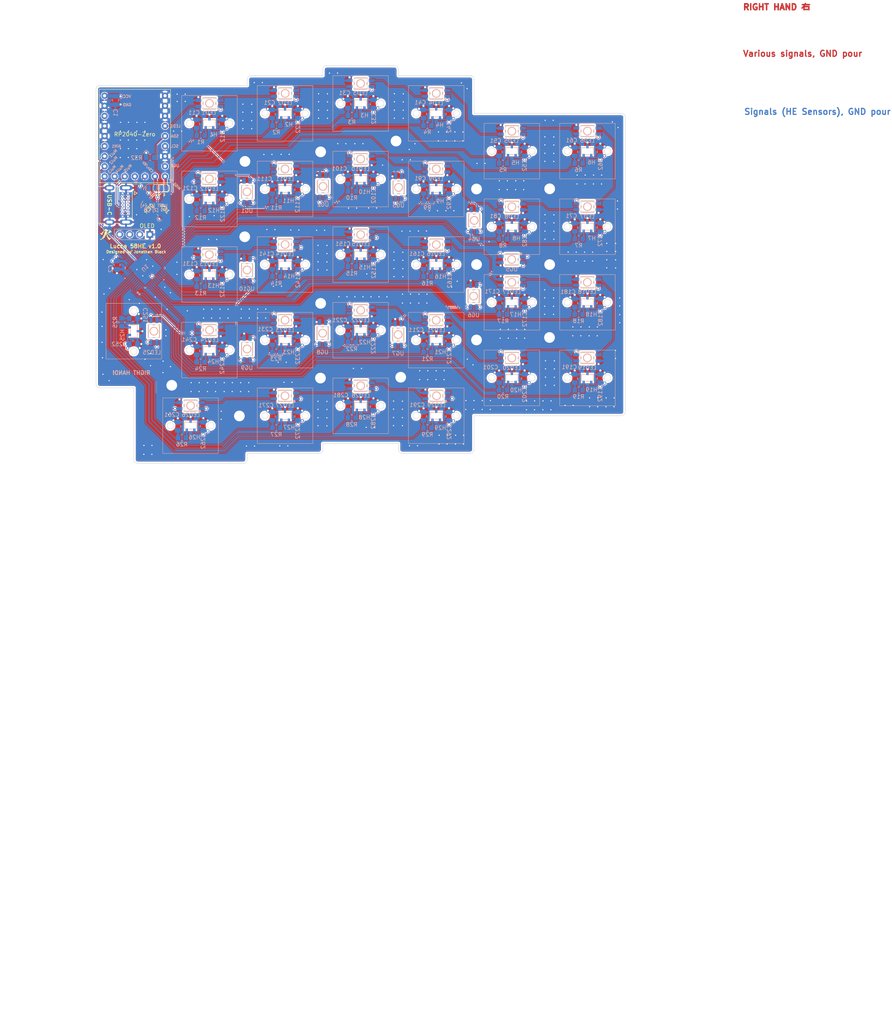
<source format=kicad_pcb>
(kicad_pcb (version 20240108) (generator "pcbnew") (generator_version "8.0")
  (layers (0 "F.Cu" signal) (1 "In1.Cu" signal) (2 "In2.Cu" signal) (31 "B.Cu" signal) (34 "B.Paste" user) (35 "F.Paste" user) (36 "B.SilkS" user "B.Silkscreen") (37 "F.SilkS" user "F.Silkscreen") (38 "B.Mask" user) (39 "F.Mask" user) (44 "Edge.Cuts" user))
  (net 0 "")
  (net 1 "GND")
  (net 2 "VCC")
  (net 3 "A26")
  (net 4 "A25")
  (net 5 "A18")
  (net 6 "A17")
  (net 7 "A8")
  (net 8 "A7")
  (net 9 "A27")
  (net 10 "A24")
  (net 11 "A19")
  (net 12 "A16")
  (net 13 "A9")
  (net 14 "A6")
  (net 15 "A28")
  (net 16 "A23")
  (net 17 "A20")
  (net 18 "A15")
  (net 19 "A10")
  (net 20 "A5")
  (net 21 "A12")
  (net 22 "A3")
  (net 23 "A2")
  (net 24 "A1")
  (net 25 "A29")
  (net 26 "A22")
  (net 27 "A21")
  (net 28 "A14")
  (net 29 "A11")
  (net 30 "A4")
  (net 31 "A13")
  (net 32 "MOSI(L)")
  (net 33 "SCK")
  (net 34 "MISO(L)")
  (net 35 "CS")
  (net 36 "MulControl1")
  (net 37 "MulControl2")
  (net 38 "MulControl4")
  (net 39 "SDA")
  (net 40 "MulControl3")
  (net 41 "SCL")
  (net 43 "MulControl5")
  (net 44 "AIN1")
  (net 48 "LED1")
  (net 49 "UGLED1")
  (net 50 "LED2")
  (net 51 "LED3")
  (net 52 "LED4")
  (net 53 "LED5")
  (net 54 "LED6")
  (net 55 "LED7")
  (net 56 "LED8")
  (net 57 "LED9")
  (net 58 "LED10")
  (net 59 "LED11")
  (net 60 "LED12")
  (net 61 "LED13")
  (net 62 "LED14")
  (net 63 "LED15")
  (net 64 "LED16")
  (net 65 "LED17")
  (net 66 "LED18")
  (net 67 "LED19")
  (net 68 "LED20")
  (net 69 "LED21")
  (net 70 "LED22")
  (net 71 "LED23")
  (net 72 "LED24")
  (net 73 "LED25")
  (net 74 "LED26")
  (net 75 "LED27")
  (net 76 "LED28")
  (net 77 "LED29")
  (net 78 "UGLED2")
  (net 79 "UGLED3")
  (net 80 "UGLED4")
  (net 81 "UGLED5")
  (net 82 "UGLED6")
  (net 83 "UGLED7")
  (net 84 "Q1")
  (net 85 "Q2")
  (net 86 "Q3")
  (net 87 "Q4")
  (net 88 "Q5")
  (net 89 "Q6")
  (net 90 "Q7")
  (net 91 "Q8")
  (net 92 "Q9")
  (net 93 "Q10")
  (net 94 "Q11")
  (net 95 "Q12")
  (net 96 "Q13")
  (net 97 "Q14")
  (net 98 "Q15")
  (net 99 "Q16")
  (net 100 "Q17")
  (net 101 "Q18")
  (net 102 "Q19")
  (net 103 "Q20")
  (net 104 "Q21")
  (net 105 "Q22")
  (net 106 "Q23")
  (net 107 "Q24")
  (net 108 "Q25")
  (net 109 "Q26")
  (net 110 "Q27")
  (net 111 "Q28")
  (net 112 "Q29")
  (net 113 "UGLED9")
  (net 114 "UGLED8")
  (net 115 "UGLED10")
  (footprint "Connector_PinHeader_2.54mm:OLEDPinHeader_1x04_P2.54mm_Vertical" (layer "F.Cu") (at 344.37 -14.8)
    (property "Reference" "OLED")
    (property "Value" "OLED")
  )
  (footprint "Resistor_SMD:R_0805_2012Metric_Pad1.20x1.40mm_HandSolder" (layer "F.Cu") (at 350.64025 -20.0675 -45)
    (property "Reference" "R31")
    (property "Value" "R_0805_2012Metric_Pad1.20x1.40mm_HandSolder")
  )
  (footprint "2040zeroTHFootprint:RP2040-Zero Through Hole foot print (Correct version)" (layer "F.Cu") (at 335.387 -27.672)
    (property "Reference" "RP2040-Zero")
    (property "Value" "RP2040-Zero")
  )
  (footprint "Jumper:SolderJumper-3_P1.3mm_Open_RoundedPad1.0x1.5mm" (layer "F.Cu") (at 351.07225 -26.2785)
    (property "Reference" "REF**" (hide yes))
    (property "Value" "SolderJumper-3_P1.3mm_Open_RoundedPad1.0x1.5mm")
  )
  (footprint "Graphics:tinyfirelucca" (layer "F.Cu") (at 337.115251 -14.566568)
    (property "Reference" "G***" (hide yes))
    (property "Value" "LOGO" (hide yes))
  )
  (footprint "molexusb-c for lucca:MOLEX_2137160001" (layer "F.Cu") (at 335.017007 -22.056994 -90)
    (property "Reference" "REF**" (hide yes))
    (property "Value" "MOLEX_2137160001")
  )
  (footprint "Resistor_SMD:R_0805_2012Metric_Pad1.20x1.40mm_HandSolder" (layer "F.Cu") (at 346.79225 -22.3135 45)
    (property "Reference" "R30")
    (property "Value" "R_0805_2012Metric_Pad1.20x1.40mm_HandSolder")
  )
  (footprint "footprints:SOT-23-3_L2.9-W1.6-P1.90-LS2.8-BR" (layer "B.Cu") (at 420.345 31.05275 180)
    (property "Reference" "H29")
    (property "Value" "HX6659ISO-B")
    (fp_circle (center 5.08 0) (end 4.28 0) (stroke (width 0.1)) (fill none) (layer "Edge.Cuts"))
    (fp_circle (center -5.08 0) (end -5.88 0) (stroke (width 0.1)) (fill none) (layer "Edge.Cuts"))
  )
  (footprint "LEDwithCUT:LED-SMD_L3.2-W2.8-TR" (layer "B.Cu") (at 401.288 -52.664)
    (property "Reference" "LED3")
    (property "Value" "SK6812MINI-E_C5149201")
    (fp_line (start -1.7 1.4) (end -1.7 -1.4) (stroke (width 0.1)) (layer "Edge.Cuts"))
    (fp_line (start -1.6 -1.5) (end 1.6 -1.5) (stroke (width 0.1)) (layer "Edge.Cuts"))
    (fp_line (start 1.6 1.5) (end -1.6 1.5) (stroke (width 0.1)) (layer "Edge.Cuts"))
    (fp_line (start 1.7 -1.4) (end 1.7 1.4) (stroke (width 0.1)) (layer "Edge.Cuts"))
    (fp_arc (start -1.7 -1.4) (mid -1.670711 -1.470711) (end -1.6 -1.5) (stroke (width 0.1)) (layer "Edge.Cuts"))
    (fp_arc (start -1.6 1.5) (mid -1.670711 1.470711) (end -1.7 1.4) (stroke (width 0.1)) (layer "Edge.Cuts"))
    (fp_arc (start 1.6 -1.5) (mid 1.670711 -1.470711) (end 1.7 -1.4) (stroke (width 0.1)) (layer "Edge.Cuts"))
    (fp_arc (start 1.7 1.4) (mid 1.670711 1.470711) (end 1.6 1.5) (stroke (width 0.1)) (layer "Edge.Cuts"))
  )
  (footprint "Resistor_SMD:R_0805_2012Metric_Pad1.20x1.40mm_HandSolder" (layer "B.Cu") (at 418.13625 -3.9975 180)
    (property "Reference" "R16")
    (property "Value" "R_0805_2012Metric_Pad1.20x1.40mm_HandSolder")
  )
  (footprint "Jumper:SolderJumper-2_P1.3mm_Open_RoundedPad1.0x1.5mm" (layer "B.Cu") (at 348.57725 -26.3045 180)
    (property "Reference" "REF**" (hide yes))
    (property "Value" "SolderJumper-2_P1.3mm_Open_RoundedPad1.0x1.5mm")
  )
  (footprint "Capacitor_SMD:C_0805_2012Metric_Pad1.18x1.45mm_HandSolder" (layer "B.Cu") (at 436.1845 21.683 90)
    (property "Reference" "C201")
    (property "Value" "C")
  )
  (footprint "LuccaUnderGlowNonFlippedLED:NONFlippedUnderGlowLED" (layer "B.Cu") (at 391.71325 10.261498 90)
    (property "Reference" "UG8")
    (property "Value" "SK6812MINI-E_C5149201")
    (fp_line (start -1.6 -1.5) (end 1.6 -1.5) (stroke (width 0.1)) (layer "Edge.Cuts"))
    (fp_line (start 1.7 -1.4) (end 1.7 1.4) (stroke (width 0.1)) (layer "Edge.Cuts"))
    (fp_line (start -1.7 1.4) (end -1.7 -1.4) (stroke (width 0.1)) (layer "Edge.Cuts"))
    (fp_line (start 1.6 1.5) (end -1.6 1.5) (stroke (width 0.1)) (layer "Edge.Cuts"))
    (fp_arc (start 1.6 -1.5) (mid 1.670711 -1.470711) (end 1.7 -1.4) (stroke (width 0.1)) (layer "Edge.Cuts"))
    (fp_arc (start -1.7 -1.4) (mid -1.670711 -1.470711) (end -1.6 -1.5) (stroke (width 0.1)) (layer "Edge.Cuts"))
    (fp_arc (start 1.7 1.4) (mid 1.670711 1.470711) (end 1.6 1.5) (stroke (width 0.1)) (layer "Edge.Cuts"))
    (fp_arc (start -1.6 1.5) (mid -1.670711 1.470711) (end -1.7 1.4) (stroke (width 0.1)) (layer "Edge.Cuts"))
  )
  (footprint "Resistor_SMD:R_0805_2012Metric_Pad1.20x1.40mm_HandSolder" (layer "B.Cu") (at 437.20225 -32.5775 180)
    (property "Reference" "R5")
    (property "Value" "R_0805_2012Metric_Pad1.20x1.40mm_HandSolder")
  )
  (footprint "Capacitor_SMD:C_0805_2012Metric_Pad1.18x1.45mm_HandSolder" (layer "B.Cu") (at 423.553497 -6.910498 -90)
    (property "Reference" "C162")
    (property "Value" "C")
  )
  (footprint "LEDwithCUT:LED-SMD_L3.2-W2.8-TR" (layer "B.Cu") (at 401.298002 23.499005)
    (property "Reference" "LED28")
    (property "Value" "SK6812MINI-E_C5149201")
    (fp_line (start -1.7 1.4) (end -1.7 -1.4) (stroke (width 0.1)) (layer "Edge.Cuts"))
    (fp_line (start -1.6 -1.5) (end 1.6 -1.5) (stroke (width 0.1)) (layer "Edge.Cuts"))
    (fp_line (start 1.6 1.5) (end -1.6 1.5) (stroke (width 0.1)) (layer "Edge.Cuts"))
    (fp_line (start 1.7 -1.4) (end 1.7 1.4) (stroke (width 0.1)) (layer "Edge.Cuts"))
    (fp_arc (start -1.7 -1.4) (mid -1.670711 -1.470711) (end -1.6 -1.5) (stroke (width 0.1)) (layer "Edge.Cuts"))
    (fp_arc (start -1.6 1.5) (mid -1.670711 1.470711) (end -1.7 1.4) (stroke (width 0.1)) (layer "Edge.Cuts"))
    (fp_arc (start 1.6 -1.5) (mid 1.670711 -1.470711) (end 1.7 -1.4) (stroke (width 0.1)) (layer "Edge.Cuts"))
    (fp_arc (start 1.7 1.4) (mid 1.670711 1.470711) (end 1.6 1.5) (stroke (width 0.1)) (layer "Edge.Cuts"))
  )
  (footprint "Capacitor_SMD:C_0805_2012Metric_Pad1.18x1.45mm_HandSolder" (layer "B.Cu") (at 417.131994 31.206505 90)
    (property "Reference" "C291")
    (property "Value" "C")
  )
  (footprint "Capacitor_SMD:C_0805_2012Metric_Pad1.18x1.45mm_HandSolder" (layer "B.Cu") (at 385.459515 -6.892498 -90)
    (property "Reference" "C142")
    (property "Value" "C")
  )
  (footprint "LEDwithCUT:LED-SMD_L3.2-W2.8-TR" (layer "B.Cu") (at 401.287002 -33.631995 180)
    (property "Reference" "LED10")
    (property "Value" "SK6812MINI-E_C5149201")
    (fp_line (start 1.7 -1.4) (end 1.7 1.4) (stroke (width 0.1)) (layer "Edge.Cuts"))
    (fp_line (start 1.6 1.5) (end -1.6 1.5) (stroke (width 0.1)) (layer "Edge.Cuts"))
    (fp_line (start -1.6 -1.5) (end 1.6 -1.5) (stroke (width 0.1)) (layer "Edge.Cuts"))
    (fp_line (start -1.7 1.4) (end -1.7 -1.4) (stroke (width 0.1)) (layer "Edge.Cuts"))
    (fp_arc (start 1.7 1.4) (mid 1.670711 1.470711) (end 1.6 1.5) (stroke (width 0.1)) (layer "Edge.Cuts"))
    (fp_arc (start 1.6 -1.5) (mid 1.670711 -1.470711) (end 1.7 -1.4) (stroke (width 0.1)) (layer "Edge.Cuts"))
    (fp_arc (start -1.6 1.5) (mid -1.670711 1.470711) (end -1.7 1.4) (stroke (width 0.1)) (layer "Edge.Cuts"))
    (fp_arc (start -1.7 -1.4) (mid -1.670711 -1.470711) (end -1.6 -1.5) (stroke (width 0.1)) (layer "Edge.Cuts"))
  )
  (footprint "Capacitor_SMD:C_0805_2012Metric_Pad1.18x1.45mm_HandSolder" (layer "B.Cu") (at 385.462997 31.192502 -90)
    (property "Reference" "C272")
    (property "Value" "C")
  )
  (footprint "Capacitor_SMD:C_0805_2012Metric_Pad1.18x1.45mm_HandSolder" (layer "B.Cu") (at 455.2385 -16.418 90)
    (property "Reference" "C71")
    (property "Value" "C")
  )
  (footprint "Resistor_SMD:R_0805_2012Metric_Pad1.20x1.40mm_HandSolder" (layer "B.Cu") (at 360.99425 17.5385 180)
    (property "Reference" "R24")
    (property "Value" "R_0805_2012Metric_Pad1.20x1.40mm_HandSolder")
  )
  (footprint "LuccaMultiplexerFootprintLib:SU_48_ADI-M" (layer "B.Cu") (at 346.97725 -6.1805 45)
    (property "Reference" "U1")
    (property "Value" "ADG732BSUZ")
  )
  (footprint "Capacitor_SMD:C_0805_2012Metric_Pad1.18x1.45mm_HandSolder" (layer "B.Cu") (at 366.418997 14.647502 -90)
    (property "Reference" "C242")
    (property "Value" "C")
  )
  (footprint "Resistor_SMD:R_0805_2012Metric_Pad1.20x1.40mm_HandSolder" (layer "B.Cu") (at 456.24025 5.5215 180)
    (property "Reference" "R18")
    (property "Value" "R_0805_2012Metric_Pad1.20x1.40mm_HandSolder")
  )
  (footprint "footprints:SOT-23-3_L2.9-W1.6-P1.90-LS2.8-BR" (layer "B.Cu") (at 363.193 14.509 180)
    (property "Reference" "H24")
    (property "Value" "HX6659ISO-B")
    (fp_circle (center 5.08 0) (end 4.28 0) (stroke (width 0.1)) (fill none) (layer "Edge.Cuts"))
    (fp_circle (center -5.08 0) (end -5.88 0) (stroke (width 0.1)) (fill none) (layer "Edge.Cuts"))
  )
  (footprint "Jumper:SolderJumper-2_P1.3mm_Open_RoundedPad1.0x1.5mm" (layer "B.Cu") (at 351.74325 -26.2935)
    (property "Reference" "REF**" (hide yes))
    (property "Value" "SolderJumper-2_P1.3mm_Open_RoundedPad1.0x1.5mm")
  )
  (footprint "footprints:SOT-23-3_L2.9-W1.6-P1.90-LS2.8-BR" (layer "B.Cu") (at 401.29425 -47.6415 180)
    (property "Reference" "H3")
    (property "Value" "HX6659ISO-B")
    (fp_circle (center 5.08 0) (end 4.28 0) (stroke (width 0.1)) (fill none) (layer "Edge.Cuts"))
    (fp_circle (center -5.08 0) (end -5.88 0) (stroke (width 0.1)) (fill none) (layer "Edge.Cuts"))
  )
  (footprint "LuccaUnderGlowNonFlippedLED:NONFlippedUnderGlowLED" (layer "B.Cu") (at 429.76825 0.920496 90)
    (property "Reference" "UG6")
    (property "Value" "SK6812MINI-E_C5149201")
    (fp_line (start -1.6 -1.5) (end 1.6 -1.5) (stroke (width 0.1)) (layer "Edge.Cuts"))
    (fp_line (start 1.7 -1.4) (end 1.7 1.4) (stroke (width 0.1)) (layer "Edge.Cuts"))
    (fp_line (start -1.7 1.4) (end -1.7 -1.4) (stroke (width 0.1)) (layer "Edge.Cuts"))
    (fp_line (start 1.6 1.5) (end -1.6 1.5) (stroke (width 0.1)) (layer "Edge.Cuts"))
    (fp_arc (start 1.6 -1.5) (mid 1.670711 -1.470711) (end 1.7 -1.4) (stroke (width 0.1)) (layer "Edge.Cuts"))
    (fp_arc (start -1.7 -1.4) (mid -1.670711 -1.470711) (end -1.6 -1.5) (stroke (width 0.1)) (layer "Edge.Cuts"))
    (fp_arc (start 1.7 1.4) (mid 1.670711 1.470711) (end 1.6 1.5) (stroke (width 0.1)) (layer "Edge.Cuts"))
    (fp_arc (start -1.6 1.5) (mid -1.670711 1.470711) (end -1.7 1.4) (stroke (width 0.1)) (layer "Edge.Cuts"))
  )
  (footprint "MountingHole:MountingHole_2.7mm_M2.5_DIN965_Pad" (layer "B.Cu") (at 430.493 11.964 180)
    (property "Reference" "REF**" (hide yes))
    (property "Value" "MountingHole_2.7mm_M2.5_DIN965_Pad")
  )
  (footprint "LEDwithCUT:LED-SMD_L3.2-W2.8-TR" (layer "B.Cu") (at 420.349 -50.172)
    (property "Reference" "LED4")
    (property "Value" "SK6812MINI-E_C5149201")
    (fp_line (start -1.7 1.4) (end -1.7 -1.4) (stroke (width 0.1)) (layer "Edge.Cuts"))
    (fp_line (start -1.6 -1.5) (end 1.6 -1.5) (stroke (width 0.1)) (layer "Edge.Cuts"))
    (fp_line (start 1.6 1.5) (end -1.6 1.5) (stroke (width 0.1)) (layer "Edge.Cuts"))
    (fp_line (start 1.7 -1.4) (end 1.7 1.4) (stroke (width 0.1)) (layer "Edge.Cuts"))
    (fp_arc (start -1.7 -1.4) (mid -1.670711 -1.470711) (end -1.6 -1.5) (stroke (width 0.1)) (layer "Edge.Cuts"))
    (fp_arc (start -1.6 1.5) (mid -1.670711 1.470711) (end -1.7 1.4) (stroke (width 0.1)) (layer "Edge.Cuts"))
    (fp_arc (start 1.6 -1.5) (mid 1.670711 -1.470711) (end 1.7 -1.4) (stroke (width 0.1)) (layer "Edge.Cuts"))
    (fp_arc (start 1.7 1.4) (mid 1.670711 1.470711) (end 1.6 1.5) (stroke (width 0.1)) (layer "Edge.Cuts"))
  )
  (footprint "Capacitor_SMD:C_0805_2012Metric_Pad1.18x1.45mm_HandSolder" (layer "B.Cu") (at 436.1965 -16.413 90)
    (property "Reference" "C81")
    (property "Value" "C")
  )
  (footprint "MountingHole:MountingHole_2.7mm_M2.5_DIN965_Pad" (layer "B.Cu") (at 391.219 -35.438 180)
    (property "Reference" "REF**" (hide yes))
    (property "Value" "MountingHole_2.7mm_M2.5_DIN965_Pad")
  )
  (footprint "Capacitor_SMD:C_0805_2012Metric_Pad1.18x1.45mm_HandSolder" (layer "B.Cu") (at 398.087998 28.704505 90)
    (property "Reference" "C281")
    (property "Value" "C")
  )
  (footprint "footprints:SOT-23-3_L2.9-W1.6-P1.90-LS2.8-BR" (layer "B.Cu") (at 439.39925 -16.5725 180)
    (property "Reference" "H8")
    (property "Value" "HX6659ISO-B")
    (fp_circle (center 5.08 0) (end 4.28 0) (stroke (width 0.1)) (fill none) (layer "Edge.Cuts"))
    (fp_circle (center -5.08 0) (end -5.88 0) (stroke (width 0.1)) (fill none) (layer "Edge.Cuts"))
  )
  (footprint "LEDwithCUT:LED-SMD_L3.2-W2.8-TR" (layer "B.Cu") (at 358.438001 28.501999)
    (property "Reference" "LED26")
    (property "Value" "SK6812MINI-E_C5149201")
    (fp_line (start -1.7 1.4) (end -1.7 -1.4) (stroke (width 0.1)) (layer "Edge.Cuts"))
    (fp_line (start -1.6 -1.5) (end 1.6 -1.5) (stroke (width 0.1)) (layer "Edge.Cuts"))
    (fp_line (start 1.6 1.5) (end -1.6 1.5) (stroke (width 0.1)) (layer "Edge.Cuts"))
    (fp_line (start 1.7 -1.4) (end 1.7 1.4) (stroke (width 0.1)) (layer "Edge.Cuts"))
    (fp_arc (start -1.7 -1.4) (mid -1.670711 -1.470711) (end -1.6 -1.5) (stroke (width 0.1)) (layer "Edge.Cuts"))
    (fp_arc (start -1.6 1.5) (mid -1.670711 1.470711) (end -1.7 1.4) (stroke (width 0.1)) (layer "Edge.Cuts"))
    (fp_arc (start 1.6 -1.5) (mid 1.670711 -1.470711) (end 1.7 -1.4) (stroke (width 0.1)) (layer "Edge.Cuts"))
    (fp_arc (start 1.7 1.4) (mid 1.670711 1.470711) (end 1.6 1.5) (stroke (width 0.1)) (layer "Edge.Cuts"))
  )
  (footprint "Capacitor_SMD:C_0805_2012Metric_Pad1.18x1.45mm_HandSolder" (layer "B.Cu") (at 385.464515 12.150502 -90)
    (property "Reference" "C232")
    (property "Value" "C")
  )
  (footprint "Resistor_SMD:R_0805_2012Metric_Pad1.20x1.40mm_HandSolder" (layer "B.Cu") (at 380.05425 34.0955 180)
    (property "Reference" "R27")
    (property "Value" "R_0805_2012Metric_Pad1.20x1.40mm_HandSolder")
  )
  (footprint "footprints:SOT-23-3_L2.9-W1.6-P1.90-LS2.8-BR" (layer "B.Cu") (at 439.39925 -35.6225 180)
    (property "Reference" "H5")
    (property "Value" "HX6659ISO-B")
    (fp_circle (center 5.08 0) (end 4.28 0) (stroke (width 0.1)) (fill none) (layer "Edge.Cuts"))
    (fp_circle (center -5.08 0) (end -5.88 0) (stroke (width 0.1)) (fill none) (layer "Edge.Cuts"))
  )
  (footprint "Resistor_SMD:R_0805_2012Metric_Pad1.20x1.40mm_HandSolder" (layer "B.Cu") (at 399.10225 -44.6095 180)
    (property "Reference" "R3")
    (property "Value" "R_0805_2012Metric_Pad1.20x1.40mm_HandSolder")
  )
  (footprint "LEDwithCUT:LED-SMD_L3.2-W2.8-TR" (layer "B.Cu") (at 382.231 26.037)
    (property "Reference" "LED27")
    (property "Value" "SK6812MINI-E_C5149201")
    (fp_line (start -1.7 1.4) (end -1.7 -1.4) (stroke (width 0.1)) (layer "Edge.Cuts"))
    (fp_line (start -1.6 -1.5) (end 1.6 -1.5) (stroke (width 0.1)) (layer "Edge.Cuts"))
    (fp_line (start 1.6 1.5) (end -1.6 1.5) (stroke (width 0.1)) (layer "Edge.Cuts"))
    (fp_line (start 1.7 -1.4) (end 1.7 1.4) (stroke (width 0.1)) (layer "Edge.Cuts"))
    (fp_arc (start -1.7 -1.4) (mid -1.670711 -1.470711) (end -1.6 -1.5) (stroke (width 0.1)) (layer "Edge.Cuts"))
    (fp_arc (start -1.6 1.5) (mid -1.670711 1.470711) (end -1.7 1.4) (stroke (width 0.1)) (layer "Edge.Cuts"))
    (fp_arc (start 1.6 -1.5) (mid 1.670711 -1.470711) (end 1.7 -1.4) (stroke (width 0.1)) (layer "Edge.Cuts"))
    (fp_arc (start 1.7 1.4) (mid 1.670711 1.470711) (end 1.6 1.5) (stroke (width 0.1)) (layer "Edge.Cuts"))
  )
  (footprint "Resistor_SMD:R_0805_2012Metric_Pad1.20x1.40mm_HandSolder" (layer "B.Cu") (at 380.06025 -3.9945 180)
    (property "Reference" "R14")
    (property "Value" "R_0805_2012Metric_Pad1.20x1.40mm_HandSolder")
  )
  (footprint "Capacitor_SMD:C_0805_2012Metric_Pad1.18x1.45mm_HandSolder" (layer "B.Cu") (at 359.984002 14.6545 90)
    (property "Reference" "C241")
    (property "Value" "C")
  )
  (footprint "Resistor_SMD:R_0805_2012Metric_Pad1.20x1.40mm_HandSolder" (layer "B.Cu") (at 437.20025 5.5165 180)
    (property "Reference" "R17")
    (property "Value" "R_0805_2012Metric_Pad1.20x1.40mm_HandSolder")
  )
  (footprint "LEDwithCUT:LED-SMD_L3.2-W2.8-TR" (layer "B.Cu") (at 420.421 26.029)
    (property "Reference" "LED29")
    (property "Value" "SK6812MINI-E_C5149201")
    (fp_line (start -1.7 1.4) (end -1.7 -1.4) (stroke (width 0.1)) (layer "Edge.Cuts"))
    (fp_line (start -1.6 -1.5) (end 1.6 -1.5) (stroke (width 0.1)) (layer "Edge.Cuts"))
    (fp_line (start 1.6 1.5) (end -1.6 1.5) (stroke (width 0.1)) (layer "Edge.Cuts"))
    (fp_line (start 1.7 -1.4) (end 1.7 1.4) (stroke (width 0.1)) (layer "Edge.Cuts"))
    (fp_arc (start -1.7 -1.4) (mid -1.670711 -1.470711) (end -1.6 -1.5) (stroke (width 0.1)) (layer "Edge.Cuts"))
    (fp_arc (start -1.6 1.5) (mid -1.670711 1.470711) (end -1.7 1.4) (stroke (width 0.1)) (layer "Edge.Cuts"))
    (fp_arc (start 1.6 -1.5) (mid 1.670711 -1.470711) (end 1.7 -1.4) (stroke (width 0.1)) (layer "Edge.Cuts"))
    (fp_arc (start 1.7 1.4) (mid 1.670711 1.470711) (end 1.6 1.5) (stroke (width 0.1)) (layer "Edge.Cuts"))
  )
  (footprint "LEDwithCUT:LED-SMD_L3.2-W2.8-TR" (layer "B.Cu") (at 382.255009 -12.089003)
    (property "Reference" "LED14")
    (property "Value" "SK6812MINI-E_C5149201")
    (fp_line (start -1.7 1.4) (end -1.7 -1.4) (stroke (width 0.1)) (layer "Edge.Cuts"))
    (fp_line (start -1.6 -1.5) (end 1.6 -1.5) (stroke (width 0.1)) (layer "Edge.Cuts"))
    (fp_line (start 1.6 1.5) (end -1.6 1.5) (stroke (width 0.1)) (layer "Edge.Cuts"))
    (fp_line (start 1.7 -1.4) (end 1.7 1.4) (stroke (width 0.1)) (layer "Edge.Cuts"))
    (fp_arc (start -1.7 -1.4) (mid -1.670711 -1.470711) (end -1.6 -1.5) (stroke (width 0.1)) (layer "Edge.Cuts"))
    (fp_arc (start -1.6 1.5) (mid -1.670711 1.470711) (end -1.7 1.4) (stroke (width 0.1)) (layer "Edge.Cuts"))
    (fp_arc (start 1.6 -1.5) (mid 1.670711 -1.470711) (end 1.7 -1.4) (stroke (width 0.1)) (layer "Edge.Cuts"))
    (fp_arc (start 1.7 1.4) (mid 1.670711 1.470711) (end 1.6 1.5) (stroke (width 0.1)) (layer "Edge.Cuts"))
  )
  (footprint "Resistor_SMD:R_0805_2012Metric_Pad1.20x1.40mm_HandSolder" (layer "B.Cu") (at 380.02425 15.0495 180)
    (property "Reference" "R23")
    (property "Value" "R_0805_2012Metric_Pad1.20x1.40mm_HandSolder")
  )
  (footprint "footprints:SOT-23-3_L2.9-W1.6-P1.90-LS2.8-BR" (layer "B.Cu") (at 382.249259 12.008747 180)
    (property "Reference" "H23")
    (property "Value" "HX6659ISO-B")
    (fp_circle (center 5.08 0) (end 4.28 0) (stroke (width 0.1)) (fill none) (layer "Edge.Cuts"))
    (fp_circle (center -5.08 0) (end -5.88 0) (stroke (width 0.1)) (fill none) (layer "Edge.Cuts"))
  )
  (footprint "LEDwithCUT:LED-SMD_L3.2-W2.8-TR" (layer "B.Cu") (at 420.354 -12.077)
    (property "Reference" "LED16")
    (property "Value" "SK6812MINI-E_C5149201")
    (fp_line (start -1.7 1.4) (end -1.7 -1.4) (stroke (width 0.1)) (layer "Edge.Cuts"))
    (fp_line (start -1.6 -1.5) (end 1.6 -1.5) (stroke (width 0.1)) (layer "Edge.Cuts"))
    (fp_line (start 1.6 1.5) (end -1.6 1.5) (stroke (width 0.1)) (layer "Edge.Cuts"))
    (fp_line (start 1.7 -1.4) (end 1.7 1.4) (stroke (width 0.1)) (layer "Edge.Cuts"))
    (fp_arc (start -1.7 -1.4) (mid -1.670711 -1.470711) (end -1.6 -1.5) (stroke (width 0.1)) (layer "Edge.Cuts"))
    (fp_arc (start -1.6 1.5) (mid -1.670711 1.470711) (end -1.7 1.4) (stroke (width 0.1)) (layer "Edge.Cuts"))
    (fp_arc (start 1.6 -1.5) (mid 1.670711 -1.470711) (end 1.7 -1.4) (stroke (width 0.1)) (layer "Edge.Cuts"))
    (fp_arc (start 1.7 1.4) (mid 1.670711 1.470711) (end 1.6 1.5) (stroke (width 0.1)) (layer "Edge.Cuts"))
  )
  (footprint "LEDwithCUT:LED-SMD_L3.2-W2.8-TR" (layer "B.Cu") (at 363.16325 -28.6455 180)
    (property "Reference" "LED12")
    (property "Value" "SK6812MINI-E_C5149201")
    (fp_line (start 1.7 -1.4) (end 1.7 1.4) (stroke (width 0.1)) (layer "Edge.Cuts"))
    (fp_line (start 1.6 1.5) (end -1.6 1.5) (stroke (width 0.1)) (layer "Edge.Cuts"))
    (fp_line (start -1.6 -1.5) (end 1.6 -1.5) (stroke (width 0.1)) (layer "Edge.Cuts"))
    (fp_line (start -1.7 1.4) (end -1.7 -1.4) (stroke (width 0.1)) (layer "Edge.Cuts"))
    (fp_arc (start 1.7 1.4) (mid 1.670711 1.470711) (end 1.6 1.5) (stroke (width 0.1)) (layer "Edge.Cuts"))
    (fp_arc (start 1.6 -1.5) (mid 1.670711 -1.470711) (end 1.7 -1.4) (stroke (width 0.1)) (layer "Edge.Cuts"))
    (fp_arc (start -1.6 1.5) (mid -1.670711 1.470711) (end -1.7 1.4) (stroke (width 0.1)) (layer "Edge.Cuts"))
    (fp_arc (start -1.7 -1.4) (mid -1.670711 -1.470711) (end -1.6 -1.5) (stroke (width 0.1)) (layer "Edge.Cuts"))
  )
  (footprint "MountingHole:MountingHole_2.7mm_M2.5_DIN965_Pad" (layer "B.Cu") (at 448.889 11.342 180)
    (property "Reference" "REF**" (hide yes))
    (property "Value" "MountingHole_2.7mm_M2.5_DIN965_Pad")
  )
  (footprint "footprints:SOT-23-3_L2.9-W1.6-P1.90-LS2.8-BR" (layer "B.Cu") (at 420.34725 12.008 180)
    (property "Reference" "H21")
    (property "Value" "HX6659ISO-B")
    (fp_circle (center 5.08 0) (end 4.28 0) (stroke (width 0.1)) (fill none) (layer "Edge.Cuts"))
    (fp_circle (center -5.08 0) (end -5.88 0) (stroke (width 0.1)) (fill none) (layer "Edge.Cuts"))
  )
  (footprint "LEDwithCUT:LED-SMD_L3.2-W2.8-TR" (layer "B.Cu") (at 458.438 16.469 180)
    (property "Reference" "LED19")
    (property "Value" "SK6812MINI-E_C5149201")
    (fp_line (start 1.7 -1.4) (end 1.7 1.4) (stroke (width 0.1)) (layer "Edge.Cuts"))
    (fp_line (start 1.6 1.5) (end -1.6 1.5) (stroke (width 0.1)) (layer "Edge.Cuts"))
    (fp_line (start -1.6 -1.5) (end 1.6 -1.5) (stroke (width 0.1)) (layer "Edge.Cuts"))
    (fp_line (start -1.7 1.4) (end -1.7 -1.4) (stroke (width 0.1)) (layer "Edge.Cuts"))
    (fp_arc (start 1.7 1.4) (mid 1.670711 1.470711) (end 1.6 1.5) (stroke (width 0.1)) (layer "Edge.Cuts"))
    (fp_arc (start 1.6 -1.5) (mid 1.670711 -1.470711) (end 1.7 -1.4) (stroke (width 0.1)) (layer "Edge.Cuts"))
    (fp_arc (start -1.6 1.5) (mid -1.670711 1.470711) (end -1.7 1.4) (stroke (width 0.1)) (layer "Edge.Cuts"))
    (fp_arc (start -1.7 -1.4) (mid -1.670711 -1.470711) (end -1.6 -1.5) (stroke (width 0.1)) (layer "Edge.Cuts"))
  )
  (footprint "LEDwithCUT:LED-SMD_L3.2-W2.8-TR" (layer "B.Cu") (at 439.405 16.5 180)
    (property "Reference" "LED20")
    (property "Value" "SK6812MINI-E_C5149201")
    (fp_line (start 1.7 -1.4) (end 1.7 1.4) (stroke (width 0.1)) (layer "Edge.Cuts"))
    (fp_line (start 1.6 1.5) (end -1.6 1.5) (stroke (width 0.1)) (layer "Edge.Cuts"))
    (fp_line (start -1.6 -1.5) (end 1.6 -1.5) (stroke (width 0.1)) (layer "Edge.Cuts"))
    (fp_line (start -1.7 1.4) (end -1.7 -1.4) (stroke (width 0.1)) (layer "Edge.Cuts"))
    (fp_arc (start 1.7 1.4) (mid 1.670711 1.470711) (end 1.6 1.5) (stroke (width 0.1)) (layer "Edge.Cuts"))
    (fp_arc (start 1.6 -1.5) (mid 1.670711 -1.470711) (end 1.7 -1.4) (stroke (width 0.1)) (layer "Edge.Cuts"))
    (fp_arc (start -1.6 1.5) (mid -1.670711 1.470711) (end -1.7 1.4) (stroke (width 0.1)) (layer "Edge.Cuts"))
    (fp_arc (start -1.7 -1.4) (mid -1.670711 -1.470711) (end -1.6 -1.5) (stroke (width 0.1)) (layer "Edge.Cuts"))
  )
  (footprint "Resistor_SMD:R_0805_2012Metric_Pad1.20x1.40mm_HandSolder" (layer "B.Cu") (at 360.99025 -20.5485 180)
    (property "Reference" "R12")
    (property "Value" "R_0805_2012Metric_Pad1.20x1.40mm_HandSolder")
  )
  (footprint "Capacitor_SMD:C_0805_2012Metric_Pad1.18x1.45mm_HandSolder" (layer "B.Cu") (at 398.06651 -28.434505 90)
    (property "Reference" "C101")
    (property "Value" "C")
  )
  (footprint "MountingHole:MountingHole_2.7mm_M2.5_DIN965_Pad" (layer "B.Cu") (at 448.932 -26.128 180)
    (property "Reference" "REF**" (hide yes))
    (property "Value" "MountingHole_2.7mm_M2.5_DIN965_Pad")
  )
  (footprint "Capacitor_SMD:C_0805_2012Metric_Pad1.18x1.45mm_HandSolder" (layer "B.Cu") (at 385.458515 -25.951498 -90)
    (property "Reference" "C112")
    (property "Value" "C")
  )
  (footprint "footprints:SOT-23-3_L2.9-W1.6-P1.90-LS2.8-BR" (layer "B.Cu") (at 401.294252 9.507505 180)
    (property "Reference" "H22")
    (property "Value" "HX6659ISO-B")
    (fp_circle (center 5.08 0) (end 4.28 0) (stroke (width 0.1)) (fill none) (layer "Edge.Cuts"))
    (fp_circle (center -5.08 0) (end -5.88 0) (stroke (width 0.1)) (fill none) (layer "Edge.Cuts"))
  )
  (footprint "Resistor_SMD:R_0805_2012Metric_Pad1.20x1.40mm_HandSolder" (layer "B.Cu") (at 399.08925 -25.5445 180)
    (property "Reference" "R10")
    (property "Value" "R_0805_2012Metric_Pad1.20x1.40mm_HandSolder")
  )
  (footprint "Resistor_SMD:R_0805_2012Metric_Pad1.20x1.40mm_HandSolder" (layer "B.Cu") (at 356.26425 36.6045 180)
    (property "Reference" "R26")
    (property "Value" "R_0805_2012Metric_Pad1.20x1.40mm_HandSolder")
  )
  (footprint "LuccaUnderGlowNonFlippedLED:NONFlippedUnderGlowLED" (layer "B.Cu") (at 372.65425 -25.3825 90)
    (property "Reference" "UG1")
    (property "Value" "SK6812MINI-E_C5149201")
    (fp_line (start -1.6 -1.5) (end 1.6 -1.5) (stroke (width 0.1)) (layer "Edge.Cuts"))
    (fp_line (start 1.7 -1.4) (end 1.7 1.4) (stroke (width 0.1)) (layer "Edge.Cuts"))
    (fp_line (start -1.7 1.4) (end -1.7 -1.4) (stroke (width 0.1)) (layer "Edge.Cuts"))
    (fp_line (start 1.6 1.5) (end -1.6 1.5) (stroke (width 0.1)) (layer "Edge.Cuts"))
    (fp_arc (start 1.6 -1.5) (mid 1.670711 -1.470711) (end 1.7 -1.4) (stroke (width 0.1)) (layer "Edge.Cuts"))
    (fp_arc (start -1.7 -1.4) (mid -1.670711 -1.470711) (end -1.6 -1.5) (stroke (width 0.1)) (layer "Edge.Cuts"))
    (fp_arc (start 1.7 1.4) (mid 1.670711 1.470711) (end 1.6 1.5) (stroke (width 0.1)) (layer "Edge.Cuts"))
    (fp_arc (start -1.6 1.5) (mid -1.670711 1.470711) (end -1.7 1.4) (stroke (width 0.1)) (layer "Edge.Cuts"))
  )
  (footprint "Resistor_SMD:R_0805_2012Metric_Pad1.20x1.40mm_HandSolder" (layer "B.Cu") (at 348.23825 -34.0595 180)
    (property "Reference" "R32")
    (property "Value" "R_0805_2012Metric_Pad1.20x1.40mm_HandSolder")
  )
  (footprint "footprints:SOT-23-3_L2.9-W1.6-P1.90-LS2.8-BR" (layer "B.Cu") (at 382.249259 -7.041253 180)
    (property "Reference" "H14")
    (property "Value" "HX6659ISO-B")
    (fp_circle (center 5.08 0) (end 4.28 0) (stroke (width 0.1)) (fill none) (layer "Edge.Cuts"))
    (fp_circle (center -5.08 0) (end -5.88 0) (stroke (width 0.1)) (fill none) (layer "Edge.Cuts"))
  )
  (footprint "Capacitor_SMD:C_0805_2012Metric_Pad1.18x1.45mm_HandSolder" (layer "B.Cu") (at 359.985994 -4.397495 90)
    (property "Reference" "C131")
    (property "Value" "C")
  )
  (footprint "Capacitor_SMD:C_0805_2012Metric_Pad1.18x1.45mm_HandSolder" (layer "B.Cu") (at 461.6665 -16.432 -90)
    (property "Reference" "C72")
    (property "Value" "C")
  )
  (footprint "MountingHole:MountingHole_2.7mm_M2.5_DIN965_Pad" (layer "B.Cu") (at 430.507 -7.046 180)
    (property "Reference" "REF**" (hide yes))
    (property "Value" "MountingHole_2.7mm_M2.5_DIN965_Pad")
  )
  (footprint "Capacitor_SMD:C_0805_2012Metric_Pad1.18x1.45mm_HandSolder" (layer "B.Cu") (at 344.00125 6.533751)
    (property "Reference" "C251")
    (property "Value" "C")
  )
  (footprint "Capacitor_SMD:C_0805_2012Metric_Pad1.18x1.45mm_HandSolder" (layer "B.Cu") (at 436.176491 2.630495 90)
    (property "Reference" "C171")
    (property "Value" "C")
  )
  (footprint "footprints:SOT-23-3_L2.9-W1.6-P1.90-LS2.8-BR" (layer "B.Cu") (at 458.44925 2.4775 180)
    (property "Reference" "H18")
    (property "Value" "HX6659ISO-B")
    (fp_circle (center 5.08 0) (end 4.28 0) (stroke (width 0.1)) (fill none) (layer "Edge.Cuts"))
    (fp_circle (center -5.08 0) (end -5.88 0) (stroke (width 0.1)) (fill none) (layer "Edge.Cuts"))
  )
  (footprint "footprints:SOT-23-3_L2.9-W1.6-P1.90-LS2.8-BR" (layer "B.Cu") (at 420.34725 -45.142 180)
    (property "Reference" "H4")
    (property "Value" "HX6659ISO-B")
    (fp_circle (center 5.08 0) (end 4.28 0) (stroke (width 0.1)) (fill none) (layer "Edge.Cuts"))
    (fp_circle (center -5.08 0) (end -5.88 0) (stroke (width 0.1)) (fill none) (layer "Edge.Cuts"))
  )
  (footprint "1.5U HEKey:1.5U Key" (layer "B.Cu") (at 344.14325 9.7465 90)
    (property "Reference" "H25")
    (property "Value" "HX6659ISO-B")
    (fp_circle (center 5.079999 0) (end 4.28 0) (stroke (width 0.1)) (fill none) (layer "Edge.Cuts"))
    (fp_circle (center -5.079999 0) (end -5.88 0) (stroke (width 0.1)) (fill none) (layer "Edge.Cuts"))
  )
  (footprint "Capacitor_SMD:C_0805_2012Metric_Pad1.18x1.45mm_HandSolder" (layer "B.Cu") (at 423.562497 12.161502 -90)
    (property "Reference" "C212")
    (property "Value" "C")
  )
  (footprint "MountingHole:MountingHole_2.7mm_M2.5_DIN965_Pad" (layer "B.Cu") (at 430.495 -26.079 180)
    (property "Reference" "REF**" (hide yes))
    (property "Value" "MountingHole_2.7mm_M2.5_DIN965_Pad")
  )
  (footprint "Capacitor_SMD:C_0805_2012Metric_Pad1.18x1.45mm_HandSolder" (layer "B.Cu") (at 423.558 31.188 -90)
    (property "Reference" "C292")
    (property "Value" "C")
  )
  (footprint "MountingHole:MountingHole_2.7mm_M2.5_DIN965_Pad" (layer "B.Cu") (at 370.733509 31.113247 180)
    (property "Reference" "REF**" (hide yes))
    (property "Value" "MountingHole_2.7mm_M2.5_DIN965_Pad")
  )
  (footprint "LuccaUnderGlowNonFlippedLED:NONFlippedUnderGlowLED" (layer "B.Cu") (at 429.91525 -18.1595 90)
    (property "Reference" "UG4")
    (property "Value" "SK6812MINI-E_C5149201")
    (fp_line (start -1.6 -1.5) (end 1.6 -1.5) (stroke (width 0.1)) (layer "Edge.Cuts"))
    (fp_line (start 1.7 -1.4) (end 1.7 1.4) (stroke (width 0.1)) (layer "Edge.Cuts"))
    (fp_line (start -1.7 1.4) (end -1.7 -1.4) (stroke (width 0.1)) (layer "Edge.Cuts"))
    (fp_line (start 1.6 1.5) (end -1.6 1.5) (stroke (width 0.1)) (layer "Edge.Cuts"))
    (fp_arc (start 1.6 -1.5) (mid 1.670711 -1.470711) (end 1.7 -1.4) (stroke (width 0.1)) (layer "Edge.Cuts"))
    (fp_arc (start -1.7 -1.4) (mid -1.670711 -1.470711) (end -1.6 -1.5) (stroke (width 0.1)) (layer "Edge.Cuts"))
    (fp_arc (start 1.7 1.4) (mid 1.670711 1.470711) (end 1.6 1.5) (stroke (width 0.1)) (layer "Edge.Cuts"))
    (fp_arc (start -1.6 1.5) (mid -1.670711 1.470711) (end -1.7 1.4) (stroke (width 0.1)) (layer "Edge.Cuts"))
  )
  (footprint "Capacitor_SMD:C_0805_2012Metric_Pad1.18x1.45mm_HandSolder" (layer "B.Cu") (at 379.038512 12.154505 90)
    (property "Reference" "C231")
    (property "Value" "C")
  )
  (footprint "Capacitor_SMD:C_0805_2012Metric_Pad1.18x1.45mm_HandSolder" (layer "B.Cu") (at 398.070498 -9.396495 90)
    (property "Reference" "C151")
    (property "Value" "C")
  )
  (footprint "LEDwithCUT:LED-SMD_L3.2-W2.8-TR" (layer "B.Cu") (at 458.446 -40.687)
    (property "Reference" "LED6")
    (property "Value" "SK6812MINI-E_C5149201")
    (fp_line (start -1.7 1.4) (end -1.7 -1.4) (stroke (width 0.1)) (layer "Edge.Cuts"))
    (fp_line (start -1.6 -1.5) (end 1.6 -1.5) (stroke (width 0.1)) (layer "Edge.Cuts"))
    (fp_line (start 1.6 1.5) (end -1.6 1.5) (stroke (width 0.1)) (layer "Edge.Cuts"))
    (fp_line (start 1.7 -1.4) (end 1.7 1.4) (stroke (width 0.1)) (layer "Edge.Cuts"))
    (fp_arc (start -1.7 -1.4) (mid -1.670711 -1.470711) (end -1.6 -1.5) (stroke (width 0.1)) (layer "Edge.Cuts"))
    (fp_arc (start -1.6 1.5) (mid -1.670711 1.470711) (end -1.7 1.4) (stroke (width 0.1)) (layer "Edge.Cuts"))
    (fp_arc (start 1.6 -1.5) (mid 1.670711 -1.470711) (end 1.7 -1.4) (stroke (width 0.1)) (layer "Edge.Cuts"))
    (fp_arc (start 1.7 1.4) (mid 1.670711 1.470711) (end 1.6 1.5) (stroke (width 0.1)) (layer "Edge.Cuts"))
  )
  (footprint "MountingHole:MountingHole_2.7mm_M2.5_DIN965_Pad" (layer "B.Cu") (at 448.927 -7.031 180)
    (property "Reference" "REF**" (hide yes))
    (property "Value" "MountingHole_2.7mm_M2.5_DIN965_Pad")
  )
  (footprint "LEDwithCUT:LED-SMD_L3.2-W2.8-TR" (layer "B.Cu") (at 458.441 -2.575)
    (property "Reference" "LED18")
    (property "Value" "SK6812MINI-E_C5149201")
    (fp_line (start -1.7 1.4) (end -1.7 -1.4) (stroke (width 0.1)) (layer "Edge.Cuts"))
    (fp_line (start -1.6 -1.5) (end 1.6 -1.5) (stroke (width 0.1)) (layer "Edge.Cuts"))
    (fp_line (start 1.6 1.5) (end -1.6 1.5) (stroke (width 0.1)) (layer "Edge.Cuts"))
    (fp_line (start 1.7 -1.4) (end 1.7 1.4) (stroke (width 0.1)) (layer "Edge.Cuts"))
    (fp_arc (start -1.7 -1.4) (mid -1.670711 -1.470711) (end -1.6 -1.5) (stroke (width 0.1)) (layer "Edge.Cuts"))
    (fp_arc (start -1.6 1.5) (mid -1.670711 1.470711) (end -1.7 1.4) (stroke (width 0.1)) (layer "Edge.Cuts"))
    (fp_arc (start 1.6 -1.5) (mid 1.670711 -1.470711) (end 1.7 -1.4) (stroke (width 0.1)) (layer "Edge.Cuts"))
    (fp_arc (start 1.7 1.4) (mid 1.670711 1.470711) (end 1.6 1.5) (stroke (width 0.1)) (layer "Edge.Cuts"))
  )
  (footprint "LEDwithCUT:LED-SMD_L3.2-W2.8-TR" (layer "B.Cu") (at 382.248009 6.959997 180)
    (property "Reference" "LED23")
    (property "Value" "SK6812MINI-E_C5149201")
    (fp_line (start 1.7 -1.4) (end 1.7 1.4) (stroke (width 0.1)) (layer "Edge.Cuts"))
    (fp_line (start 1.6 1.5) (end -1.6 1.5) (stroke (width 0.1)) (layer "Edge.Cuts"))
    (fp_line (start -1.6 -1.5) (end 1.6 -1.5) (stroke (width 0.1)) (layer "Edge.Cuts"))
    (fp_line (start -1.7 1.4) (end -1.7 -1.4) (stroke (width 0.1)) (layer "Edge.Cuts"))
    (fp_arc (start 1.7 1.4) (mid 1.670711 1.470711) (end 1.6 1.5) (stroke (width 0.1)) (layer "Edge.Cuts"))
    (fp_arc (start 1.6 -1.5) (mid 1.670711 -1.470711) (end 1.7 -1.4) (stroke (width 0.1)) (layer "Edge.Cuts"))
    (fp_arc (start -1.6 1.5) (mid -1.670711 1.470711) (end -1.7 1.4) (stroke (width 0.1)) (layer "Edge.Cuts"))
    (fp_arc (start -1.7 -1.4) (mid -1.670711 -1.470711) (end -1.6 -1.5) (stroke (width 0.1)) (layer "Edge.Cuts"))
  )
  (footprint "Resistor_SMD:R_0805_2012Metric_Pad1.20x1.40mm_HandSolder" (layer "B.Cu") (at 437.18125 -13.5245 180)
    (property "Reference" "R8")
    (property "Value" "R_0805_2012Metric_Pad1.20x1.40mm_HandSolder")
  )
  (footprint "Capacitor_SMD:C_0805_2012Metric_Pad1.18x1.45mm_HandSolder" (layer "B.Cu") (at 361.644664 33.693505 -90)
    (property "Reference" "C262")
    (property "Value" "C")
  )
  (footprint "Capacitor_SMD:C_0805_2012Metric_Pad1.18x1.45mm_HandSolder" (layer "B.Cu") (at 359.963006 -42.488505 90)
    (property "Reference" "C11")
    (property "Value" "C")
  )
  (footprint "Capacitor_SMD:C_0805_2012Metric_Pad1.18x1.45mm_HandSolder" (layer "B.Cu") (at 404.509501 -9.400498 -90)
    (property "Reference" "C152")
    (property "Value" "C")
  )
  (footprint "MountingHole:MountingHole_2.7mm_M2.5_DIN965_Pad" (layer "B.Cu") (at 411.391 21.358 180)
    (property "Reference" "REF**" (hide yes))
    (property "Value" "MountingHole_2.7mm_M2.5_DIN965_Pad")
  )
  (footprint "LEDwithCUT:LED-SMD_L3.2-W2.8-TR" (layer "B.Cu") (at 458.457 -21.634 180)
    (property "Reference" "LED7")
    (property "Value" "SK6812MINI-E_C5149201")
    (fp_line (start 1.7 -1.4) (end 1.7 1.4) (stroke (width 0.1)) (layer "Edge.Cuts"))
    (fp_line (start 1.6 1.5) (end -1.6 1.5) (stroke (width 0.1)) (layer "Edge.Cuts"))
    (fp_line (start -1.6 -1.5) (end 1.6 -1.5) (stroke (width 0.1)) (layer "Edge.Cuts"))
    (fp_line (start -1.7 1.4) (end -1.7 -1.4) (stroke (width 0.1)) (layer "Edge.Cuts"))
    (fp_arc (start 1.7 1.4) (mid 1.670711 1.470711) (end 1.6 1.5) (stroke (width 0.1)) (layer "Edge.Cuts"))
    (fp_arc (start 1.6 -1.5) (mid 1.670711 -1.470711) (end 1.7 -1.4) (stroke (width 0.1)) (layer "Edge.Cuts"))
    (fp_arc (start -1.6 1.5) (mid -1.670711 1.470711) (end -1.7 1.4) (stroke (width 0.1)) (layer "Edge.Cuts"))
    (fp_arc (start -1.7 -1.4) (mid -1.670711 -1.470711) (end -1.6 -1.5) (stroke (width 0.1)) (layer "Edge.Cuts"))
  )
  (footprint "LuccaUnderGlowNonFlippedLED:NONFlippedUnderGlowLED" (layer "B.Cu") (at 410.860251 -26.484502 90)
    (property "Reference" "UG3")
    (property "Value" "SK6812MINI-E_C5149201")
    (fp_line (start -1.6 -1.5) (end 1.6 -1.5) (stroke (width 0.1)) (layer "Edge.Cuts"))
    (fp_line (start 1.7 -1.4) (end 1.7 1.4) (stroke (width 0.1)) (layer "Edge.Cuts"))
    (fp_line (start -1.7 1.4) (end -1.7 -1.4) (stroke (width 0.1)) (layer "Edge.Cuts"))
    (fp_line (start 1.6 1.5) (end -1.6 1.5) (stroke (width 0.1)) (layer "Edge.Cuts"))
    (fp_arc (start 1.6 -1.5) (mid 1.670711 -1.470711) (end 1.7 -1.4) (stroke (width 0.1)) (layer "Edge.Cuts"))
    (fp_arc (start -1.7 -1.4) (mid -1.670711 -1.470711) (end -1.6 -1.5) (stroke (width 0.1)) (layer "Edge.Cuts"))
    (fp_arc (start 1.7 1.4) (mid 1.670711 1.470711) (end 1.6 1.5) (stroke (width 0.1)) (layer "Edge.Cuts"))
    (fp_arc (start -1.6 1.5) (mid -1.670711 1.470711) (end -1.7 1.4) (stroke (width 0.1)) (layer "Edge.Cuts"))
  )
  (footprint "Capacitor_SMD:C_0805_2012Metric_Pad1.18x1.45mm_HandSolder" (layer "B.Cu") (at 404.498501 9.656502 -90)
    (property "Reference" "C222")
    (property "Value" "C")
  )
  (footprint "footprints:SOT-23-3_L2.9-W1.6-P1.90-LS2.8-BR" (layer "B.Cu") (at 458.44925 21.5275 180)
    (property "Reference" "H19")
    (property "Value" "HX6659ISO-B")
    (fp_circle (center 5.08 0) (end 4.28 0) (stroke (width 0.1)) (fill none) (layer "Edge.Cuts"))
    (fp_circle (center -5.08 0) (end -5.88 0) (stroke (width 0.1)) (fill none) (layer "Edge.Cuts"))
  )
  (footprint "Capacitor_SMD:C_0805_2012Metric_Pad1.18x1.45mm_HandSolder" (layer "B.Cu") (at 417.1315 12.161 90)
    (property "Reference" "C211")
    (property "Value" "C")
  )
  (footprint "Capacitor_SMD:C_0805_2012Metric_Pad1.18x1.45mm_HandSolder" (layer "B.Cu") (at 339.49925 -48.4085 -90)
    (property "Reference" "C1")
    (property "Value" "C")
  )
  (footprint "Resistor_SMD:R_0805_2012Metric_Pad1.20x1.40mm_HandSolder" (layer "B.Cu") (at 399.09925 -6.5045 180)
    (property "Reference" "R15")
    (property "Value" "R_0805_2012Metric_Pad1.20x1.40mm_HandSolder")
  )
  (footprint "Resistor_SMD:R_0805_2012Metric_Pad1.20x1.40mm_HandSolder" (layer "B.Cu") (at 418.13325 34.0995 180)
    (property "Reference" "R29")
    (property "Value" "R_0805_2012Metric_Pad1.20x1.40mm_HandSolder")
  )
  (footprint "MountingHole:MountingHole_2.7mm_M2.5_DIN965_Pad" (layer "B.Cu") (at 391.16525 21.5685 180)
    (property "Reference" "REF**" (hide yes))
    (property "Value" "MountingHole_2.7mm_M2.5_DIN965_Pad")
  )
  (footprint "Capacitor_SMD:C_0805_2012Metric_Pad1.18x1.45mm_HandSolder" (layer "B.Cu") (at 404.503501 -28.426498 -90)
    (property "Reference" "C102")
    (property "Value" "C")
  )
  (footprint "footprints:SOT-23-3_L2.9-W1.6-P1.90-LS2.8-BR" (layer "B.Cu") (at 420.34725 -26.092 180)
    (property "Reference" "H9")
    (property "Value" "HX6659ISO-B")
    (fp_circle (center 5.08 0) (end 4.28 0) (stroke (width 0.1)) (fill none) (layer "Edge.Cuts"))
    (fp_circle (center -5.08 0) (end -5.88 0) (stroke (width 0.1)) (fill none) (layer "Edge.Cuts"))
  )
  (footprint "Capacitor_SMD:C_0805_2012Metric_Pad1.18x1.45mm_HandSolder" (layer "B.Cu") (at 379.029512 -25.927495 90)
    (property "Reference" "C111")
    (property "Value" "C")
  )
  (footprint "Capacitor_SMD:C_0805_2012Metric_Pad1.18x1.45mm_HandSolder" (layer "B.Cu") (at 404.510497 -47.491498 -90)
    (property "Reference" "C32")
    (property "Value" "C")
  )
  (footprint "LuccaUnderGlowNonFlippedLED:NONFlippedUnderGlowLED" (layer "B.Cu") (at 439.357248 -8.3205 180)
    (property "Reference" "UG5")
    (property "Value" "SK6812MINI-E_C5149201")
    (fp_line (start 1.7 -1.4) (end 1.7 1.4) (stroke (width 0.1)) (layer "Edge.Cuts"))
    (fp_line (start 1.6 1.5) (end -1.6 1.5) (stroke (width 0.1)) (layer "Edge.Cuts"))
    (fp_line (start -1.6 -1.5) (end 1.6 -1.5) (stroke (width 0.1)) (layer "Edge.Cuts"))
    (fp_line (start -1.7 1.4) (end -1.7 -1.4) (stroke (width 0.1)) (layer "Edge.Cuts"))
    (fp_arc (start 1.7 1.4) (mid 1.670711 1.470711) (end 1.6 1.5) (stroke (width 0.1)) (layer "Edge.Cuts"))
    (fp_arc (start 1.6 -1.5) (mid 1.670711 -1.470711) (end 1.7 -1.4) (stroke (width 0.1)) (layer "Edge.Cuts"))
    (fp_arc (start -1.6 1.5) (mid -1.670711 1.470711) (end -1.7 1.4) (stroke (width 0.1)) (layer "Edge.Cuts"))
    (fp_arc (start -1.7 -1.4) (mid -1.670711 -1.470711) (end -1.6 -1.5) (stroke (width 0.1)) (layer "Edge.Cuts"))
  )
  (footprint "Capacitor_SMD:C_0805_2012Metric_Pad1.18x1.45mm_HandSolder" (layer "B.Cu") (at 366.414997 -4.382498 -90)
    (property "Reference" "C132")
    (property "Value" "C")
  )
  (footprint "Capacitor_SMD:C_0805_2012Metric_Pad1.18x1.45mm_HandSolder" (layer "B.Cu") (at 442.6125 2.611 -90)
    (property "Reference" "C172")
    (property "Value" "C")
  )
  (footprint "LEDwithCUT:LED-SMD_L3.2-W2.8-TR" (layer "B.Cu") (at 382.275 -50.171)
    (property "Reference" "LED2")
    (property "Value" "SK6812MINI-E_C5149201")
    (fp_line (start -1.7 1.4) (end -1.7 -1.4) (stroke (width 0.1)) (layer "Edge.Cuts"))
    (fp_line (start -1.6 -1.5) (end 1.6 -1.5) (stroke (width 0.1)) (layer "Edge.Cuts"))
    (fp_line (start 1.6 1.5) (end -1.6 1.5) (stroke (width 0.1)) (layer "Edge.Cuts"))
    (fp_line (start 1.7 -1.4) (end 1.7 1.4) (stroke (width 0.1)) (layer "Edge.Cuts"))
    (fp_arc (start -1.7 -1.4) (mid -1.670711 -1.470711) (end -1.6 -1.5) (stroke (width 0.1)) (layer "Edge.Cuts"))
    (fp_arc (start -1.6 1.5) (mid -1.670711 1.470711) (end -1.7 1.4) (stroke (width 0.1)) (layer "Edge.Cuts"))
    (fp_arc (start 1.6 -1.5) (mid 1.670711 -1.470711) (end 1.7 -1.4) (stroke (width 0.1)) (layer "Edge.Cuts"))
    (fp_arc (start 1.7 1.4) (mid 1.670711 1.470711) (end 1.6 1.5) (stroke (width 0.1)) (layer "Edge.Cuts"))
  )
  (footprint "LuccaUnderGlowNonFlippedLED:NONFlippedUnderGlowLED" (layer "B.Cu") (at 372.667249 -5.672502 90)
    (property "Reference" "UG10")
    (property "Value" "SK6812MINI-E_C5149201")
    (fp_line (start -1.6 -1.5) (end 1.6 -1.5) (stroke (width 0.1)) (layer "Edge.Cuts"))
    (fp_line (start 1.7 -1.4) (end 1.7 1.4) (stroke (width 0.1)) (layer "Edge.Cuts"))
    (fp_line (start -1.7 1.4) (end -1.7 -1.4) (stroke (width 0.1)) (layer "Edge.Cuts"))
    (fp_line (start 1.6 1.5) (end -1.6 1.5) (stroke (width 0.1)) (layer "Edge.Cuts"))
    (fp_arc (start 1.6 -1.5) (mid 1.670711 -1.470711) (end 1.7 -1.4) (stroke (width 0.1)) (layer "Edge.Cuts"))
    (fp_arc (start -1.7 -1.4) (mid -1.670711 -1.470711) (end -1.6 -1.5) (stroke (width 0.1)) (layer "Edge.Cuts"))
    (fp_arc (start 1.7 1.4) (mid 1.670711 1.470711) (end 1.6 1.5) (stroke (width 0.1)) (layer "Edge.Cuts"))
    (fp_arc (start -1.6 1.5) (mid -1.670711 1.470711) (end -1.7 1.4) (stroke (width 0.1)) (layer "Edge.Cuts"))
  )
  (footprint "Capacitor_SMD:C_0805_2012Metric_Pad1.18x1.45mm_HandSolder" (layer "B.Cu") (at 442.611497 21.666502 -90)
    (property "Reference" "C202")
    (property "Value" "C")
  )
  (footprint "Capacitor_SMD:C_0805_2012Metric_Pad1.18x1.45mm_HandSolder" (layer "B.Cu") (at 359.979002 -23.4335 90)
    (property "Reference" "C121")
    (property "Value" "C")
  )
  (footprint "Capacitor_SMD:C_0805_2012Metric_Pad1.18x1.45mm_HandSolder" (layer "B.Cu") (at 417.1385 -25.941 90)
    (property "Reference" "C91")
    (property "Value" "C")
  )
  (footprint "footprints:SOT-23-3_L2.9-W1.6-P1.90-LS2.8-BR" (layer "B.Cu") (at 363.193 -42.641 180)
    (property "Reference" "H1")
    (property "Value" "HX6659ISO-B")
    (fp_circle (center 5.08 0) (end 4.28 0) (stroke (width 0.1)) (fill none) (layer "Edge.Cuts"))
    (fp_circle (center -5.08 0) (end -5.88 0) (stroke (width 0.1)) (fill none) (layer "Edge.Cuts"))
  )
  (footprint "footprints:SOT-23-3_L2.9-W1.6-P1.90-LS2.8-BR" (layer "B.Cu") (at 382.249 31.057 180)
    (property "Reference" "H27")
    (property "Value" "HX6659ISO-B")
    (fp_circle (center 5.08 0) (end 4.28 0) (stroke (width 0.1)) (fill none) (layer "Edge.Cuts"))
    (fp_circle (center -5.08 0) (end -5.88 0) (stroke (width 0.1)) (fill none) (layer "Edge.Cuts"))
  )
  (footprint "Capacitor_SMD:C_0805_2012Metric_Pad1.18x1.45mm_HandSolder" (layer "B.Cu") (at 344.003248 12.968747 180)
    (property "Reference" "C252")
    (property "Value" "C")
  )
  (footprint "Capacitor_SMD:C_0805_2012Metric_Pad1.18x1.45mm_HandSolder" (layer "B.Cu") (at 461.6635 21.667 -90)
    (property "Reference" "C192")
    (property "Value" "C")
  )
  (footprint "Resistor_SMD:R_0805_2012Metric_Pad1.20x1.40mm_HandSolder" (layer "B.Cu") (at 418.13525 15.0515 180)
    (property "Reference" "R21")
    (property "Value" "R_0805_2012Metric_Pad1.20x1.40mm_HandSolder")
  )
  (footprint "LEDwithCUT:LED-SMD_L3.2-W2.8-TR" (layer "B.Cu") (at 439.391 -2.55)
    (property "Reference" "LED17")
    (property "Value" "SK6812MINI-E_C5149201")
    (fp_line (start -1.7 1.4) (end -1.7 -1.4) (stroke (width 0.1)) (layer "Edge.Cuts"))
    (fp_line (start -1.6 -1.5) (end 1.6 -1.5) (stroke (width 0.1)) (layer "Edge.Cuts"))
    (fp_line (start 1.6 1.5) (end -1.6 1.5) (stroke (width 0.1)) (layer "Edge.Cuts"))
    (fp_line (start 1.7 -1.4) (end 1.7 1.4) (stroke (width 0.1)) (layer "Edge.Cuts"))
    (fp_arc (start -1.7 -1.4) (mid -1.670711 -1.470711) (end -1.6 -1.5) (stroke (width 0.1)) (layer "Edge.Cuts"))
    (fp_arc (start -1.6 1.5) (mid -1.670711 1.470711) (end -1.7 1.4) (stroke (width 0.1)) (layer "Edge.Cuts"))
    (fp_arc (start 1.6 -1.5) (mid 1.670711 -1.470711) (end 1.7 -1.4) (stroke (width 0.1)) (layer "Edge.Cuts"))
    (fp_arc (start 1.7 1.4) (mid 1.670711 1.470711) (end 1.6 1.5) (stroke (width 0.1)) (layer "Edge.Cuts"))
  )
  (footprint "Capacitor_SMD:C_0805_2012Metric_Pad1.18x1.45mm_HandSolder" (layer "B.Cu") (at 423.569497 -44.998498 -90)
    (property "Reference" "C42")
    (property "Value" "C")
  )
  (footprint "LEDwithCUT:LED-SMD_L3.2-W2.8-TR" (layer "B.Cu") (at 401.291002 4.466005 180)
    (property "Reference" "LED22")
    (property "Value" "SK6812MINI-E_C5149201")
    (fp_line (start 1.7 -1.4) (end 1.7 1.4) (stroke (width 0.1)) (layer "Edge.Cuts"))
    (fp_line (start 1.6 1.5) (end -1.6 1.5) (stroke (width 0.1)) (layer "Edge.Cuts"))
    (fp_line (start -1.6 -1.5) (end 1.6 -1.5) (stroke (width 0.1)) (layer "Edge.Cuts"))
    (fp_line (start -1.7 1.4) (end -1.7 -1.4) (stroke (width 0.1)) (layer "Edge.Cuts"))
    (fp_arc (start 1.7 1.4) (mid 1.670711 1.470711) (end 1.6 1.5) (stroke (width 0.1)) (layer "Edge.Cuts"))
    (fp_arc (start 1.6 -1.5) (mid 1.670711 -1.470711) (end 1.7 -1.4) (stroke (width 0.1)) (layer "Edge.Cuts"))
    (fp_arc (start -1.6 1.5) (mid -1.670711 1.470711) (end -1.7 1.4) (stroke (width 0.1)) (layer "Edge.Cuts"))
    (fp_arc (start -1.7 -1.4) (mid -1.670711 -1.470711) (end -1.6 -1.5) (stroke (width 0.1)) (layer "Edge.Cuts"))
  )
  (footprint "footprints:SOT-23-3_L2.9-W1.6-P1.90-LS2.8-BR" (layer "B.Cu") (at 401.294252 -9.542495 180)
    (property "Reference" "H15")
    (property "Value" "HX6659ISO-B")
    (fp_circle (center 5.08 0) (end 4.28 0) (stroke (width 0.1)) (fill none) (layer "Edge.Cuts"))
    (fp_circle (center -5.08 0) (end -5.88 0) (stroke (width 0.1)) (fill none) (layer "Edge.Cuts"))
  )
  (footprint "LEDwithCUT:LED-SMD_L3.2-W2.8-TR" (layer "B.Cu") (at 349.199149 9.753672 -90)
    (property "Reference" "LED25")
    (property "Value" "SK6812MINI-E_C5149201")
    (fp_line (start 1.6 1.5) (end -1.6 1.5) (stroke (width 0.1)) (layer "Edge.Cuts"))
    (fp_line (start -1.7 1.4) (end -1.7 -1.4) (stroke (width 0.1)) (layer "Edge.Cuts"))
    (fp_line (start 1.7 -1.4) (end 1.7 1.4) (stroke (width 0.1)) (layer "Edge.Cuts"))
    (fp_line (start -1.6 -1.5) (end 1.6 -1.5) (stroke (width 0.1)) (layer "Edge.Cuts"))
    (fp_arc (start -1.6 1.5) (mid -1.670711 1.470711) (end -1.7 1.4) (stroke (width 0.1)) (layer "Edge.Cuts"))
    (fp_arc (start 1.7 1.4) (mid 1.670711 1.470711) (end 1.6 1.5) (stroke (width 0.1)) (layer "Edge.Cuts"))
    (fp_arc (start -1.7 -1.4) (mid -1.670711 -1.470711) (end -1.6 -1.5) (stroke (width 0.1)) (layer "Edge.Cuts"))
    (fp_arc (start 1.6 -1.5) (mid 1.670711 -1.470711) (end 1.7 -1.4) (stroke (width 0.1)) (layer "Edge.Cuts"))
  )
  (footprint "footprints:SOT-23-3_L2.9-W1.6-P1.90-LS2.8-BR" (layer "B.Cu") (at 382.249259 -26.091253 180)
    (property "Reference" "H11")
    (property "Value" "HX6659ISO-B")
    (fp_circle (center 5.08 0) (end 4.28 0) (stroke (width 0.1)) (fill none) (layer "Edge.Cuts"))
    (fp_circle (center -5.08 0) (end -5.88 0) (stroke (width 0.1)) (fill none) (layer "Edge.Cuts"))
  )
  (footprint "Resistor_SMD:R_0805_2012Metric_Pad1.20x1.40mm_HandSolder" (layer "B.Cu") (at 456.27125 -13.5275 180)
    (property "Reference" "R7")
    (property "Value" "R_0805_2012Metric_Pad1.20x1.40mm_HandSolder")
  )
  (footprint "Capacitor_SMD:C_0805_2012Metric_Pad1.18x1.45mm_HandSolder" (layer "B.Cu") (at 385.459497 -44.984498 -90)
    (property "Reference" "C22")
    (property "Value" "C")
  )
  (footprint "Capacitor_SMD:C_0805_2012Metric_Pad1.18x1.45mm_HandSolder" (layer "B.Cu") (at 355.21666 33.7155 90)
    (property "Reference" "C261")
    (property "Value" "C")
  )
  (footprint "MountingHole:MountingHole_2.7mm_M2.5_DIN965_Pad" (layer "B.Cu") (at 372.084 -14.041 180)
    (property "Reference" "REF**" (hide yes))
    (property "Value" "MountingHole_2.7mm_M2.5_DIN965_Pad")
  )
  (footprint "Capacitor_SMD:C_0805_2012Metric_Pad1.18x1.45mm_HandSolder" (layer "B.Cu") (at 366.404997 -23.433498 -90)
    (property "Reference" "C122")
    (property "Value" "C")
  )
  (footprint "footprints:SOT-23-3_L2.9-W1.6-P1.90-LS2.8-BR" (layer "B.Cu") (at 401.294252 -28.592495 180)
    (property "Reference" "H10")
    (property "Value" "HX6659ISO-B")
    (fp_circle (center 5.08 0) (end 4.28 0) (stroke (width 0.1)) (fill none) (layer "Edge.Cuts"))
    (fp_circle (center -5.08 0) (end -5.88 0) (stroke (width 0.1)) (fill none) (layer "Edge.Cuts"))
  )
  (footprint "LEDwithCUT:LED-SMD_L3.2-W2.8-TR" (layer "B.Cu") (at 382.240009 -31.133003 180)
    (property "Reference" "LED11")
    (property "Value" "SK6812MINI-E_C5149201")
    (fp_line (start 1.7 -1.4) (end 1.7 1.4) (stroke (width 0.1)) (layer "Edge.Cuts"))
    (fp_line (start 1.6 1.5) (end -1.6 1.5) (stroke (width 0.1)) (layer "Edge.Cuts"))
    (fp_line (start -1.6 -1.5) (end 1.6 -1.5) (stroke (width 0.1)) (layer "Edge.Cuts"))
    (fp_line (start -1.7 1.4) (end -1.7 -1.4) (stroke (width 0.1)) (layer "Edge.Cuts"))
    (fp_arc (start 1.7 1.4) (mid 1.670711 1.470711) (end 1.6 1.5) (stroke (width 0.1)) (layer "Edge.Cuts"))
    (fp_arc (start 1.6 -1.5) (mid 1.670711 -1.470711) (end 1.7 -1.4) (stroke (width 0.1)) (layer "Edge.Cuts"))
    (fp_arc (start -1.6 1.5) (mid -1.670711 1.470711) (end -1.7 1.4) (stroke (width 0.1)) (layer "Edge.Cuts"))
    (fp_arc (start -1.7 -1.4) (mid -1.670711 -1.470711) (end -1.6 -1.5) (stroke (width 0.1)) (layer "Edge.Cuts"))
  )
  (footprint "LEDwithCUT:LED-SMD_L3.2-W2.8-TR" (layer "B.Cu") (at 420.345 6.978 180)
    (property "Reference" "LED21")
    (property "Value" "SK6812MINI-E_C5149201")
    (fp_line (start 1.7 -1.4) (end 1.7 1.4) (stroke (width 0.1)) (layer "Edge.Cuts"))
    (fp_line (start 1.6 1.5) (end -1.6 1.5) (stroke (width 0.1)) (layer "Edge.Cuts"))
    (fp_line (start -1.6 -1.5) (end 1.6 -1.5) (stroke (width 0.1)) (layer "Edge.Cuts"))
    (fp_line (start -1.7 1.4) (end -1.7 -1.4) (stroke (width 0.1)) (layer "Edge.Cuts"))
    (fp_arc (start 1.7 1.4) (mid 1.670711 1.470711) (end 1.6 1.5) (stroke (width 0.1)) (layer "Edge.Cuts"))
    (fp_arc (start 1.6 -1.5) (mid 1.670711 -1.470711) (end 1.7 -1.4) (stroke (width 0.1)) (layer "Edge.Cuts"))
    (fp_arc (start -1.6 1.5) (mid -1.670711 1.470711) (end -1.7 1.4) (stroke (width 0.1)) (layer "Edge.Cuts"))
    (fp_arc (start -1.7 -1.4) (mid -1.670711 -1.470711) (end -1.6 -1.5) (stroke (width 0.1)) (layer "Edge.Cuts"))
  )
  (footprint "Capacitor_SMD:C_0805_2012Metric_Pad1.18x1.45mm_HandSolder" (layer "B.Cu") (at 455.2335 -35.466 90)
    (property "Reference" "C61")
    (property "Value" "C")
  )
  (footprint "MountingHole:MountingHole_2.7mm_M2.5_DIN965_Pad" (layer "B.Cu") (at 410.217 -38.16 180)
    (property "Reference" "REF**" (hide yes))
    (property "Value" "MountingHole_2.7mm_M2.5_DIN965_Pad")
  )
  (footprint "Resistor_SMD:R_0805_2012Metric_Pad1.20x1.40mm_HandSolder" (layer "B.Cu") (at 399.08425 12.5375 180)
    (property "Reference" "R22")
    (property "Value" "R_0805_2012Metric_Pad1.20x1.40mm_HandSolder")
  )
  (footprint "LEDwithCUT:LED-SMD_L3.2-W2.8-TR" (layer "B.Cu") (at 363.163 -9.552)
    (property "Reference" "LED13")
    (property "Value" "SK6812MINI-E_C5149201")
    (fp_line (start -1.7 1.4) (end -1.7 -1.4) (stroke (width 0.1)) (layer "Edge.Cuts"))
    (fp_line (start -1.6 -1.5) (end 1.6 -1.5) (stroke (width 0.1)) (layer "Edge.Cuts"))
    (fp_line (start 1.6 1.5) (end -1.6 1.5) (stroke (width 0.1)) (layer "Edge.Cuts"))
    (fp_line (start 1.7 -1.4) (end 1.7 1.4) (stroke (width 0.1)) (layer "Edge.Cuts"))
    (fp_arc (start -1.7 -1.4) (mid -1.670711 -1.470711) (end -1.6 -1.5) (stroke (width 0.1)) (layer "Edge.Cuts"))
    (fp_arc (start -1.6 1.5) (mid -1.670711 1.470711) (end -1.7 1.4) (stroke (width 0.1)) (layer "Edge.Cuts"))
    (fp_arc (start 1.6 -1.5) (mid 1.670711 -1.470711) (end 1.7 -1.4) (stroke (width 0.1)) (layer "Edge.Cuts"))
    (fp_arc (start 1.7 1.4) (mid 1.670711 1.470711) (end 1.6 1.5) (stroke (width 0.1)) (layer "Edge.Cuts"))
  )
  (footprint "Capacitor_SMD:C_0805_2012Metric_Pad1.18x1.45mm_HandSolder" (layer "B.Cu") (at 436.182494 -35.465495 90)
    (property "Reference" "C51")
    (property "Value" "C")
  )
  (footprint "footprints:SOT-23-3_L2.9-W1.6-P1.90-LS2.8-BR" (layer "B.Cu") (at 439.39925 2.4775 180)
    (property "Reference" "H17")
    (property "Value" "HX6659ISO-B")
    (fp_circle (center 5.08 0) (end 4.28 0) (stroke (width 0.1)) (fill none) (layer "Edge.Cuts"))
    (fp_circle (center -5.08 0) (end -5.88 0) (stroke (width 0.1)) (fill none) (layer "Edge.Cuts"))
  )
  (footprint "footprints:SOT-23-3_L2.9-W1.6-P1.90-LS2.8-BR" (layer "B.Cu") (at 363.193 -23.591 180)
    (property "Reference" "H12")
    (property "Value" "HX6659ISO-B")
    (fp_circle (center 5.08 0) (end 4.28 0) (stroke (width 0.1)) (fill none) (layer "Edge.Cuts"))
    (fp_circle (center -5.08 0) (end -5.88 0) (stroke (width 0.1)) (fill none) (layer "Edge.Cuts"))
  )
  (footprint "Capacitor_SMD:C_0805_2012Metric_Pad1.18x1.45mm_HandSolder" (layer "B.Cu") (at 339.91325 -6.8915 -90)
    (property "Reference" "C2")
    (property "Value" "C")
  )
  (footprint "footprints:SOT-23-3_L2.9-W1.6-P1.90-LS2.8-BR" (layer "B.Cu") (at 382.24325 -45.14125 180)
    (property "Reference" "H2")
    (property "Value" "HX6659ISO-B")
    (fp_circle (center 5.08 0) (end 4.28 0) (stroke (width 0.1)) (fill none) (layer "Edge.Cuts"))
    (fp_circle (center -5.08 0) (end -5.88 0) (stroke (width 0.1)) (fill none) (layer "Edge.Cuts"))
  )
  (footprint "LEDwithCUT:LED-SMD_L3.2-W2.8-TR" (layer "B.Cu") (at 439.397 -40.644)
    (property "Reference" "LED5")
    (property "Value" "SK6812MINI-E_C5149201")
    (fp_line (start -1.7 1.4) (end -1.7 -1.4) (stroke (width 0.1)) (layer "Edge.Cuts"))
    (fp_line (start -1.6 -1.5) (end 1.6 -1.5) (stroke (width 0.1)) (layer "Edge.Cuts"))
    (fp_line (start 1.6 1.5) (end -1.6 1.5) (stroke (width 0.1)) (layer "Edge.Cuts"))
    (fp_line (start 1.7 -1.4) (end 1.7 1.4) (stroke (width 0.1)) (layer "Edge.Cuts"))
    (fp_arc (start -1.7 -1.4) (mid -1.670711 -1.470711) (end -1.6 -1.5) (stroke (width 0.1)) (layer "Edge.Cuts"))
    (fp_arc (start -1.6 1.5) (mid -1.670711 1.470711) (end -1.7 1.4) (stroke (width 0.1)) (layer "Edge.Cuts"))
    (fp_arc (start 1.6 -1.5) (mid 1.670711 -1.470711) (end 1.7 -1.4) (stroke (width 0.1)) (layer "Edge.Cuts"))
    (fp_arc (start 1.7 1.4) (mid 1.670711 1.470711) (end 1.6 1.5) (stroke (width 0.1)) (layer "Edge.Cuts"))
  )
  (footprint "Capacitor_SMD:C_0805_2012Metric_Pad1.18x1.45mm_HandSolder" (layer "B.Cu") (at 417.128494 -6.897495 90)
    (property "Reference" "C161")
    (property "Value" "C")
  )
  (footprint "Capacitor_SMD:C_0805_2012Metric_Pad1.18x1.45mm_HandSolder" (layer "B.Cu") (at 461.6665 2.614 -90)
    (property "Reference" "C182")
    (property "Value" "C")
  )
  (footprint "Capacitor_SMD:C_0805_2012Metric_Pad1.18x1.45mm_HandSolder" (layer "B.Cu") (at 379.008494 -44.964495 90)
    (property "Reference" "C21")
    (property "Value" "C")
  )
  (footprint "1.5U HEKey:1.5U Key" (layer "B.Cu") (at 358.430829 33.557898 180)
    (property "Reference" "H26")
    (property "Value" "HX6659ISO-B")
    (fp_circle (center 5.08 0) (end 4.28 0) (stroke (width 0.1)) (fill none) (layer "Edge.Cuts"))
    (fp_circle (center -5.08 0) (end -5.88 0) (stroke (width 0.1)) (fill none) (layer "Edge.Cuts"))
  )
  (footprint "footprints:SOT-23-3_L2.9-W1.6-P1.90-LS2.8-BR" (layer "B.Cu") (at 363.201 -4.54 180)
    (property "Reference" "H13")
    (property "Value" "HX6659ISO-B")
    (fp_circle (center 5.08 0) (end 4.28 0) (stroke (width 0.1)) (fill none) (layer "Edge.Cuts"))
    (fp_circle (center -5.08 0) (end -5.88 0) (stroke (width 0.1)) (fill none) (layer "Edge.Cuts"))
  )
  (footprint "footprints:SOT-23-3_L2.9-W1.6-P1.90-LS2.8-BR" (layer "B.Cu") (at 420.34725 -7.042 180)
    (property "Reference" "H16")
    (property "Value" "HX6659ISO-B")
    (fp_circle (center 5.08 0) (end 4.28 0) (stroke (width 0.1)) (fill none) (layer "Edge.Cuts"))
    (fp_circle (center -5.08 0) (end -5.88 0) (stroke (width 0.1)) (fill none) (layer "Edge.Cuts"))
  )
  (footprint "LEDwithCUT:LED-SMD_L3.2-W2.8-TR" (layer "B.Cu") (at 420.351 -31.126 180)
    (property "Reference" "LED9")
    (property "Value" "SK6812MINI-E_C5149201")
    (fp_line (start 1.7 -1.4) (end 1.7 1.4) (stroke (width 0.1)) (layer "Edge.Cuts"))
    (fp_line (start 1.6 1.5) (end -1.6 1.5) (stroke (width 0.1)) (layer "Edge.Cuts"))
    (fp_line (start -1.6 -1.5) (end 1.6 -1.5) (stroke (width 0.1)) (layer "Edge.Cuts"))
    (fp_line (start -1.7 1.4) (end -1.7 -1.4) (stroke (width 0.1)) (layer "Edge.Cuts"))
    (fp_arc (start 1.7 1.4) (mid 1.670711 1.470711) (end 1.6 1.5) (stroke (width 0.1)) (layer "Edge.Cuts"))
    (fp_arc (start 1.6 -1.5) (mid 1.670711 -1.470711) (end 1.7 -1.4) (stroke (width 0.1)) (layer "Edge.Cuts"))
    (fp_arc (start -1.6 1.5) (mid -1.670711 1.470711) (end -1.7 1.4) (stroke (width 0.1)) (layer "Edge.Cuts"))
    (fp_arc (start -1.7 -1.4) (mid -1.670711 -1.470711) (end -1.6 -1.5) (stroke (width 0.1)) (layer "Edge.Cuts"))
  )
  (footprint "Capacitor_SMD:C_0805_2012Metric_Pad1.18x1.45mm_HandSolder" (layer "B.Cu") (at 366.414003 -42.497502 -90)
    (property "Reference" "C12")
    (property "Value" "C")
  )
  (footprint "Resistor_SMD:R_0805_2012Metric_Pad1.20x1.40mm_HandSolder" (layer "B.Cu") (at 380.07525 -42.0715 180)
    (property "Reference" "R2")
    (property "Value" "R_0805_2012Metric_Pad1.20x1.40mm_HandSolder")
  )
  (footprint "Capacitor_SMD:C_0805_2012Metric_Pad1.18x1.45mm_HandSolder" (layer "B.Cu") (at 417.131506 -44.996505 90)
    (property "Reference" "C41")
    (property "Value" "C")
  )
  (footprint "Capacitor_SMD:C_0805_2012Metric_Pad1.18x1.45mm_HandSolder" (layer "B.Cu") (at 398.074506 9.6485 90)
    (property "Reference" "C221")
    (property "Value" "C")
  )
  (footprint "LuccaUnderGlowNonFlippedLED:NONFlippedUnderGlowLED" (layer "B.Cu") (at 372.669249 14.233498 90)
    (property "Reference" "UG9")
    (property "Value" "SK6812MINI-E_C5149201")
    (fp_line (start -1.6 -1.5) (end 1.6 -1.5) (stroke (width 0.1)) (layer "Edge.Cuts"))
    (fp_line (start 1.7 -1.4) (end 1.7 1.4) (stroke (width 0.1)) (layer "Edge.Cuts"))
    (fp_line (start -1.7 1.4) (end -1.7 -1.4) (stroke (width 0.1)) (layer "Edge.Cuts"))
    (fp_line (start 1.6 1.5) (end -1.6 1.5) (stroke (width 0.1)) (layer "Edge.Cuts"))
    (fp_arc (start 1.6 -1.5) (mid 1.670711 -1.470711) (end 1.7 -1.4) (stroke (width 0.1)) (layer "Edge.Cuts"))
    (fp_arc (start -1.7 -1.4) (mid -1.670711 -1.470711) (end -1.6 -1.5) (stroke (width 0.1)) (layer "Edge.Cuts"))
    (fp_arc (start 1.7 1.4) (mid 1.670711 1.470711) (end 1.6 1.5) (stroke (width 0.1)) (layer "Edge.Cuts"))
    (fp_arc (start -1.6 1.5) (mid -1.670711 1.470711) (end -1.7 1.4) (stroke (width 0.1)) (layer "Edge.Cuts"))
  )
  (footprint "LEDwithCUT:LED-SMD_L3.2-W2.8-TR" (layer "B.Cu") (at 363.229 9.47 180)
    (property "Reference" "LED24")
    (property "Value" "SK6812MINI-E_C5149201")
    (fp_line (start 1.7 -1.4) (end 1.7 1.4) (stroke (width 0.1)) (layer "Edge.Cuts"))
    (fp_line (start 1.6 1.5) (end -1.6 1.5) (stroke (width 0.1)) (layer "Edge.Cuts"))
    (fp_line (start -1.6 -1.5) (end 1.6 -1.5) (stroke (width 0.1)) (layer "Edge.Cuts"))
    (fp_line (start -1.7 1.4) (end -1.7 -1.4) (stroke (width 0.1)) (layer "Edge.Cuts"))
    (fp_arc (start 1.7 1.4) (mid 1.670711 1.470711) (end 1.6 1.5) (stroke (width 0.1)) (layer "Edge.Cuts"))
    (fp_arc (start 1.6 -1.5) (mid 1.670711 -1.470711) (end 1.7 -1.4) (stroke (width 0.1)) (layer "Edge.Cuts"))
    (fp_arc (start -1.6 1.5) (mid -1.670711 1.470711) (end -1.7 1.4) (stroke (width 0.1)) (layer "Edge.Cuts"))
    (fp_arc (start -1.7 -1.4) (mid -1.670711 -1.470711) (end -1.6 -1.5) (stroke (width 0.1)) (layer "Edge.Cuts"))
  )
  (footprint "LuccaUnderGlowNonFlippedLED:NONFlippedUnderGlowLED" (layer "B.Cu") (at 410.75225 10.605498 90)
    (property "Reference" "UG7")
    (property "Value" "SK6812MINI-E_C5149201")
    (fp_line (start -1.6 -1.5) (end 1.6 -1.5) (stroke (width 0.1)) (layer "Edge.Cuts"))
    (fp_line (start 1.7 -1.4) (end 1.7 1.4) (stroke (width 0.1)) (layer "Edge.Cuts"))
    (fp_line (start -1.7 1.4) (end -1.7 -1.4) (stroke (width 0.1)) (layer "Edge.Cuts"))
    (fp_line (start 1.6 1.5) (end -1.6 1.5) (stroke (width 0.1)) (layer "Edge.Cuts"))
    (fp_arc (start 1.6 -1.5) (mid 1.670711 -1.470711) (end 1.7 -1.4) (stroke (width 0.1)) (layer "Edge.Cuts"))
    (fp_arc (start -1.7 -1.4) (mid -1.670711 -1.470711) (end -1.6 -1.5) (stroke (width 0.1)) (layer "Edge.Cuts"))
    (fp_arc (start 1.7 1.4) (mid 1.670711 1.470711) (end 1.6 1.5) (stroke (width 0.1)) (layer "Edge.Cuts"))
    (fp_arc (start -1.6 1.5) (mid -1.670711 1.470711) (end -1.7 1.4) (stroke (width 0.1)) (layer "Edge.Cuts"))
  )
  (footprint "LEDwithCUT:LED-SMD_L3.2-W2.8-TR" (layer "B.Cu") (at 363.197 -47.658)
    (property "Reference" "LED1")
    (property "Value" "SK6812MINI-E_C5149201")
    (fp_line (start -1.7 1.4) (end -1.7 -1.4) (stroke (width 0.1)) (layer "Edge.Cuts"))
    (fp_line (start -1.6 -1.5) (end 1.6 -1.5) (stroke (width 0.1)) (layer "Edge.Cuts"))
    (fp_line (start 1.6 1.5) (end -1.6 1.5) (stroke (width 0.1)) (layer "Edge.Cuts"))
    (fp_line (start 1.7 -1.4) (end 1.7 1.4) (stroke (width 0.1)) (layer "Edge.Cuts"))
    (fp_arc (start -1.7 -1.4) (mid -1.670711 -1.470711) (end -1.6 -1.5) (stroke (width 0.1)) (layer "Edge.Cuts"))
    (fp_arc (start -1.6 1.5) (mid -1.670711 1.470711) (end -1.7 1.4) (stroke (width 0.1)) (layer "Edge.Cuts"))
    (fp_arc (start 1.6 -1.5) (mid 1.670711 -1.470711) (end 1.7 -1.4) (stroke (width 0.1)) (layer "Edge.Cuts"))
    (fp_arc (start 1.7 1.4) (mid 1.670711 1.470711) (end 1.6 1.5) (stroke (width 0.1)) (layer "Edge.Cuts"))
  )
  (footprint "footprints:SOT-23-3_L2.9-W1.6-P1.90-LS2.8-BR" (layer "B.Cu") (at 439.39925 21.5275 180)
    (property "Reference" "H20")
    (property "Value" "HX6659ISO-B")
    (fp_circle (center 5.08 0) (end 4.28 0) (stroke (width 0.1)) (fill none) (layer "Edge.Cuts"))
    (fp_circle (center -5.08 0) (end -5.88 0) (stroke (width 0.1)) (fill none) (layer "Edge.Cuts"))
  )
  (footprint "LuccaUnderGlowNonFlippedLED:NONFlippedUnderGlowLED" (layer "B.Cu") (at 391.79125 -26.7265 90)
    (property "Reference" "UG2")
    (property "Value" "SK6812MINI-E_C5149201")
    (fp_line (start -1.6 -1.5) (end 1.6 -1.5) (stroke (width 0.1)) (layer "Edge.Cuts"))
    (fp_line (start 1.7 -1.4) (end 1.7 1.4) (stroke (width 0.1)) (layer "Edge.Cuts"))
    (fp_line (start -1.7 1.4) (end -1.7 -1.4) (stroke (width 0.1)) (layer "Edge.Cuts"))
    (fp_line (start 1.6 1.5) (end -1.6 1.5) (stroke (width 0.1)) (layer "Edge.Cuts"))
    (fp_arc (start 1.6 -1.5) (mid 1.670711 -1.470711) (end 1.7 -1.4) (stroke (width 0.1)) (layer "Edge.Cuts"))
    (fp_arc (start -1.7 -1.4) (mid -1.670711 -1.470711) (end -1.6 -1.5) (stroke (width 0.1)) (layer "Edge.Cuts"))
    (fp_arc (start 1.7 1.4) (mid 1.670711 1.470711) (end 1.6 1.5) (stroke (width 0.1)) (layer "Edge.Cuts"))
    (fp_arc (start -1.6 1.5) (mid -1.670711 1.470711) (end -1.7 1.4) (stroke (width 0.1)) (layer "Edge.Cuts"))
  )
  (footprint "Resistor_SMD:R_0805_2012Metric_Pad1.20x1.40mm_HandSolder" (layer "B.Cu") (at 399.07125 31.5915 180)
    (property "Reference" "R28")
    (property "Value" "R_0805_2012Metric_Pad1.20x1.40mm_HandSolder")
  )
  (footprint "MountingHole:MountingHole_2.7mm_M2.5_DIN965_Pad" (layer "B.Cu") (at 372.147 -33.038 180)
    (property "Reference" "REF**" (hide yes))
    (property "Value" "MountingHole_2.7mm_M2.5_DIN965_Pad")
  )
  (footprint "Capacitor_SMD:C_0805_2012Metric_Pad1.18x1.45mm_HandSolder" (layer "B.Cu") (at 461.667503 -35.472502 -90)
    (property "Reference" "C62")
    (property "Value" "C")
  )
  (footprint "Resistor_SMD:R_0805_2012Metric_Pad1.20x1.40mm_HandSolder" (layer "B.Cu") (at 361.01625 -1.5045 180)
    (property "Reference" "R13")
    (property "Value" "R_0805_2012Metric_Pad1.20x1.40mm_HandSolder")
  )
  (footprint "footprints:SOT-23-3_L2.9-W1.6-P1.90-LS2.8-BR" (layer "B.Cu") (at 458.44925 -16.5725 180)
    (property "Reference" "H7")
    (property "Value" "HX6659ISO-B")
    (fp_circle (center 5.08 0) (end 4.28 0) (stroke (width 0.1)) (fill none) (layer "Edge.Cuts"))
    (fp_circle (center -5.08 0) (end -5.88 0) (stroke (width 0.1)) (fill none) (layer "Edge.Cuts"))
  )
  (footprint "MountingHole:MountingHole_2.7mm_M2.5_DIN965_Pad" (layer "B.Cu") (at 353.69525 23.3875 180)
    (property "Reference" "REF**" (hide yes))
    (property "Value" "MountingHole_2.7mm_M2.5_DIN965_Pad")
  )
  (footprint "Resistor_SMD:R_0805_2012Metric_Pad1.20x1.40mm_HandSolder" (layer "B.Cu") (at 380.06625 -23.0295 180)
    (property "Reference" "R11")
    (property "Value" "R_0805_2012Metric_Pad1.20x1.40mm_HandSolder")
  )
  (footprint "Capacitor_SMD:C_0805_2012Metric_Pad1.18x1.45mm_HandSolder" (layer "B.Cu") (at 404.505001 28.685502 -90)
    (property "Reference" "C282")
    (property "Value" "C")
  )
  (footprint "footprints:SOT-23-3_L2.9-W1.6-P1.90-LS2.8-BR" (layer "B.Cu") (at 458.44925 -35.6225 180)
    (property "Reference" "H6")
    (property "Value" "HX6659ISO-B")
    (fp_circle (center 5.08 0) (end 4.28 0) (stroke (width 0.1)) (fill none) (layer "Edge.Cuts"))
    (fp_circle (center -5.08 0) (end -5.88 0) (stroke (width 0.1)) (fill none) (layer "Edge.Cuts"))
  )
  (footprint "Resistor_SMD:R_0805_2012Metric_Pad1.20x1.40mm_HandSolder" (layer "B.Cu") (at 456.25025 24.5765 180)
    (property "Reference" "R19")
    (property "Value" "R_0805_2012Metric_Pad1.20x1.40mm_HandSolder")
  )
  (footprint "Resistor_SMD:R_0805_2012Metric_Pad1.20x1.40mm_HandSolder" (layer "B.Cu") (at 341.11125 7.5125 90)
    (property "Reference" "R25")
    (property "Value" "R_0805_2012Metric_Pad1.20x1.40mm_HandSolder")
  )
  (footprint "footprints:SOT-23-3_L2.9-W1.6-P1.90-LS2.8-BR" (layer "B.Cu") (at 401.298002 28.557755 180)
    (property "Reference" "H28")
    (property "Value" "HX6659ISO-B")
    (fp_circle (center 5.08 0) (end 4.28 0) (stroke (width 0.1)) (fill none) (layer "Edge.Cuts"))
    (fp_circle (center -5.08 0) (end -5.88 0) (stroke (width 0.1)) (fill none) (layer "Edge.Cuts"))
  )
  (footprint "Capacitor_SMD:C_0805_2012Metric_Pad1.18x1.45mm_HandSolder" (layer "B.Cu") (at 398.056494 -47.493495 90)
    (property "Reference" "C31")
    (property "Value" "C")
  )
  (footprint "Capacitor_SMD:C_0805_2012Metric_Pad1.18x1.45mm_HandSolder" (layer "B.Cu") (at 379.036002 31.2045 90)
    (property "Reference" "C271")
    (property "Value" "C")
  )
  (footprint "LEDwithCUT:LED-SMD_L3.2-W2.8-TR" (layer "B.Cu") (at 401.301002 -14.581995)
    (property "Reference" "LED15")
    (property "Value" "SK6812MINI-E_C5149201")
    (fp_line (start -1.7 1.4) (end -1.7 -1.4) (stroke (width 0.1)) (layer "Edge.Cuts"))
    (fp_line (start -1.6 -1.5) (end 1.6 -1.5) (stroke (width 0.1)) (layer "Edge.Cuts"))
    (fp_line (start 1.6 1.5) (end -1.6 1.5) (stroke (width 0.1)) (layer "Edge.Cuts"))
    (fp_line (start 1.7 -1.4) (end 1.7 1.4) (stroke (width 0.1)) (layer "Edge.Cuts"))
    (fp_arc (start -1.7 -1.4) (mid -1.670711 -1.470711) (end -1.6 -1.5) (stroke (width 0.1)) (layer "Edge.Cuts"))
    (fp_arc (start -1.6 1.5) (mid -1.670711 1.470711) (end -1.7 1.4) (stroke (width 0.1)) (layer "Edge.Cuts"))
    (fp_arc (start 1.6 -1.5) (mid 1.670711 -1.470711) (end 1.7 -1.4) (stroke (width 0.1)) (layer "Edge.Cuts"))
    (fp_arc (start 1.7 1.4) (mid 1.670711 1.470711) (end 1.6 1.5) (stroke (width 0.1)) (layer "Edge.Cuts"))
  )
  (footprint "MountingHole:MountingHole_2.7mm_M2.5_DIN965_Pad" (layer "B.Cu") (at 391.219 2.743 180)
    (property "Reference" "REF**" (hide yes))
    (property "Value" "MountingHole_2.7mm_M2.5_DIN965_Pad")
  )
  (footprint "Capacitor_SMD:C_0805_2012Metric_Pad1.18x1.45mm_HandSolder" (layer "B.Cu") (at 455.236494 2.635505 90)
    (property "Reference" "C181")
    (property "Value" "C")
  )
  (footprint "Resistor_SMD:R_0805_2012Metric_Pad1.20x1.40mm_HandSolder" (layer "B.Cu") (at 418.11825 -42.0985 180)
    (property "Reference" "R4")
    (property "Value" "R_0805_2012Metric_Pad1.20x1.40mm_HandSolder")
  )
  (footprint "Capacitor_SMD:C_0805_2012Metric_Pad1.18x1.45mm_HandSolder" (layer "B.Cu") (at 442.618497 -35.471498 -90)
    (property "Reference" "C52")
    (property "Value" "C")
  )
  (footprint "Resistor_SMD:R_0805_2012Metric_Pad1.20x1.40mm_HandSolder" (layer "B.Cu") (at 418.14625 -23.0545 180)
    (property "Reference" "R9")
    (property "Value" "R_0805_2012Metric_Pad1.20x1.40mm_HandSolder")
  )
  (footprint "Capacitor_SMD:C_0805_2012Metric_Pad1.18x1.45mm_HandSolder" (layer "B.Cu") (at 442.6195 -16.442 -90)
    (property "Reference" "C82")
    (property "Value" "C")
  )
  (footprint "Resistor_SMD:R_0805_2012Metric_Pad1.20x1.40mm_HandSolder" (layer "B.Cu") (at 361.00925 -39.5975 180)
    (property "Reference" "R1")
    (property "Value" "R_0805_2012Metric_Pad1.20x1.40mm_HandSolder")
  )
  (footprint "LEDwithCUT:LED-SMD_L3.2-W2.8-TR" (layer "B.Cu") (at 439.41 -21.597 180)
    (property "Reference" "LED8")
    (property "Value" "SK6812MINI-E_C5149201")
    (fp_line (start 1.7 -1.4) (end 1.7 1.4) (stroke (width 0.1)) (layer "Edge.Cuts"))
    (fp_line (start 1.6 1.5) (end -1.6 1.5) (stroke (width 0.1)) (layer "Edge.Cuts"))
    (fp_line (start -1.6 -1.5) (end 1.6 -1.5) (stroke (width 0.1)) (layer "Edge.Cuts"))
    (fp_line (start -1.7 1.4) (end -1.7 -1.4) (stroke (width 0.1)) (layer "Edge.Cuts"))
    (fp_arc (start 1.7 1.4) (mid 1.670711 1.470711) (end 1.6 1.5) (stroke (width 0.1)) (layer "Edge.Cuts"))
    (fp_arc (start 1.6 -1.5) (mid 1.670711 -1.470711) (end 1.7 -1.4) (stroke (width 0.1)) (layer "Edge.Cuts"))
    (fp_arc (start -1.6 1.5) (mid -1.670711 1.470711) (end -1.7 1.4) (stroke (width 0.1)) (layer "Edge.Cuts"))
    (fp_arc (start -1.7 -1.4) (mid -1.670711 -1.470711) (end -1.6 -1.5) (stroke (width 0.1)) (layer "Edge.Cuts"))
  )
  (footprint "Capacitor_SMD:C_0805_2012Metric_Pad1.18x1.45mm_HandSolder" (layer "B.Cu") (at 455.2325 21.685 90)
    (property "Reference" "C191")
    (property "Value" "C")
  )
  (footprint "Resistor_SMD:R_0805_2012Metric_Pad1.20x1.40mm_HandSolder" (layer "B.Cu") (at 437.18225 24.5685 180)
    (property "Reference" "R20")
    (property "Value" "R_0805_2012Metric_Pad1.20x1.40mm_HandSolder")
  )
  (footprint "Capacitor_SMD:C_0805_2012Metric_Pad1.18x1.45mm_HandSolder" (layer "B.Cu") (at 379.041512 -6.887495 90)
    (property "Reference" "C141")
    (property "Value" "C")
  )
  (footprint "Resistor_SMD:R_0805_2012Metric_Pad1.20x1.40mm_HandSolder" (layer "B.Cu") (at 456.23325 -32.5785 180)
    (property "Reference" "R6")
    (property "Value" "R_0805_2012Metric_Pad1.20x1.40mm_HandSolder")
  )
  (footprint "Capacitor_SMD:C_0805_2012Metric_Pad1.18x1.45mm_HandSolder" (layer "B.Cu") (at 423.557497 -25.953498 -90)
    (property "Reference" "C92")
    (property "Value" "C")
  )
  (gr_line (start 372.720591 42.085166) (end 372.724 40.582) (stroke (width 0.1)) (layer "Edge.Cuts"))
  (gr_arc (start 372.71815 -53.66635) (mid 373.011079 -54.373392) (end 373.71815 -54.66625) (stroke (width 0.1)) (layer "Edge.Cuts"))
  (gr_arc (start 428.87246 -54.667) (mid 429.579493 -54.374181) (end 429.87246 -53.66721) (stroke (width 0.1)) (layer "Edge.Cuts"))
  (gr_line (start 467.97425 30.052507) (end 467.97425 -44.1475) (stroke (width 0.1)) (layer "Edge.Cuts"))
  (gr_arc (start 466.97425 -45.1475) (mid 467.681389 -44.854624) (end 467.97425 -44.1475) (stroke (width 0.1)) (layer "Edge.Cuts"))
  (gr_line (start 429.87 39.57775) (end 429.87 31.05275) (stroke (width 0.1)) (layer "Edge.Cuts"))
  (gr_line (start 334.61825 -51.165757) (end 334.61825 23.03425) (stroke (width 0.1)) (layer "Edge.Cuts"))
  (gr_arc (start 345.143325 43.082898) (mid 344.436204 42.790015) (end 344.143325 42.082902) (stroke (width 0.1)) (layer "Edge.Cuts"))
  (gr_arc (start 467.97425 30.052507) (mid 467.681359 30.759611) (end 466.974257 31.052507) (stroke (width 0.1)) (layer "Edge.Cuts"))
  (gr_arc (start 409.82045 -57.1665) (mid 410.5271 -56.874013) (end 410.820449 -56.1677) (stroke (width 0.1)) (layer "Edge.Cuts"))
  (gr_line (start 410.82225 -54.667) (end 410.820449 -56.1677) (stroke (width 0.1)) (layer "Edge.Cuts"))
  (gr_arc (start 411.821204 40.57775) (mid 411.113652 40.284436) (end 410.821205 39.576547) (stroke (width 0.1)) (layer "Edge.Cuts"))
  (gr_line (start 466.97425 -45.1475) (end 429.87425 -45.1475) (stroke (width 0.1)) (layer "Edge.Cuts"))
  (gr_arc (start 391.76885 -56.1669) (mid 392.061885 -56.873748) (end 392.76885 -57.1665) (stroke (width 0.1)) (layer "Edge.Cuts"))
  (gr_line (start 372.71815 -53.66635) (end 372.718 -52.166) (stroke (width 0.1)) (layer "Edge.Cuts"))
  (gr_arc (start 334.61825 -51.165757) (mid 334.911123 -51.872907) (end 335.618243 -52.165757) (stroke (width 0.1)) (layer "Edge.Cuts"))
  (gr_line (start 391.773002 38.082755) (end 410.823002 38.082755) (stroke (width 0.1)) (layer "Edge.Cuts"))
  (gr_arc (start 372.720591 42.085166) (mid 372.426898 42.790806) (end 371.720594 43.082898) (stroke (width 0.1)) (layer "Edge.Cuts"))
  (gr_line (start 391.76885 -56.1669) (end 391.76825 -54.66625) (stroke (width 0.1)) (layer "Edge.Cuts"))
  (gr_line (start 345.143325 43.082898) (end 371.720594 43.082898) (stroke (width 0.1)) (layer "Edge.Cuts"))
  (gr_line (start 428.87246 -54.667) (end 410.82225 -54.667) (stroke (width 0.1)) (layer "Edge.Cuts"))
  (gr_line (start 429.87 31.05275) (end 466.974257 31.052507) (stroke (width 0.1)) (layer "Edge.Cuts"))
  (gr_arc (start 429.87 39.57775) (mid 429.577124 40.284889) (end 428.87 40.57775) (stroke (width 0.1)) (layer "Edge.Cuts"))
  (gr_line (start 391.76825 -54.66625) (end 373.71815 -54.66625) (stroke (width 0.1)) (layer "Edge.Cuts"))
  (gr_line (start 335.61825 24.03425) (end 344.14325 24.03425) (stroke (width 0.1)) (layer "Edge.Cuts"))
  (gr_line (start 409.82045 -57.1665) (end 392.76885 -57.1665) (stroke (width 0.1)) (layer "Edge.Cuts"))
  (gr_line (start 344.14325 24.03425) (end 344.143325 42.082902) (stroke (width 0.1)) (layer "Edge.Cuts"))
  (gr_line (start 391.773601 39.581601) (end 391.773002 38.082755) (stroke (width 0.1)) (layer "Edge.Cuts"))
  (gr_arc (start 335.61825 24.03425) (mid 334.911143 23.741357) (end 334.61825 23.03425) (stroke (width 0.1)) (layer "Edge.Cuts"))
  (gr_arc (start 391.773601 39.581601) (mid 391.480849 40.288966) (end 390.773601 40.582) (stroke (width 0.1)) (layer "Edge.Cuts"))
  (gr_line (start 372.724 40.582) (end 390.773601 40.582) (stroke (width 0.1)) (layer "Edge.Cuts"))
  (gr_line (start 410.823002 38.082755) (end 410.821205 39.576547) (stroke (width 0.1)) (layer "Edge.Cuts"))
  (gr_line (start 372.718 -52.166) (end 335.618243 -52.165757) (stroke (width 0.1)) (layer "Edge.Cuts"))
  (gr_line (start 411.821204 40.57775) (end 428.87 40.57775) (stroke (width 0.1)) (layer "Edge.Cuts"))
  (gr_line (start 429.87425 -45.1475) (end 429.87246 -53.66721) (stroke (width 0.1)) (layer "Edge.Cuts"))
  (gr_text "RIGHT HAND 右" (at 497.493 -71.051 0) (layer "F.Cu") (effects (font (size 1.5 1.5) (thickness 0.375) (bold yes)) (justify left bottom)))
  (gr_text "Various signals, GND pour" (at 497.514 -59.329 0) (layer "F.Cu") (effects (font (size 1.5 1.5) (thickness 0.3) (bold yes)) (justify left bottom)))
  (gr_text "Signals (HE Sensors), GND pour" (at 497.827 -44.687 0) (layer "B.Cu") (effects (font (size 1.5 1.5) (thickness 0.3) (bold yes)) (justify left bottom)))
  (gr_text "Mul1" (at 340.17725 -35.7055 45) (layer "B.SilkS") (effects (font (size 0.7 0.7) (thickness 0.15) (bold yes)) (justify left bottom mirror)))
  (gr_text "SCL\n" (at 355.49925 -36.4605 0) (layer "B.SilkS") (effects (font (size 0.7 0.7) (thickness 0.15) (bold yes)) (justify left bottom mirror)))
  (gr_text "Mul4" (at 341.79225 -31.7835 45) (layer "B.SilkS") (effects (font (size 0.7 0.7) (thickness 0.15) (bold yes)) (justify left bottom mirror)))
  (gr_text "CSn/RX" (at 348.70625 -30.0735 -45) (layer "B.SilkS") (effects (font (size 0.6 0.6) (thickness 0.15) (bold yes)) (justify left bottom mirror)))
  (gr_text "Mul3" (at 339.86425 -31.7015 45) (layer "B.SilkS") (effects (font (size 0.7 0.7) (thickness 0.15) (bold yes)) (justify left bottom mirror)))
  (gr_text "LED1" (at 356.01025 -41.5195 0) (layer "B.SilkS") (effects (font (size 0.7 0.7) (thickness 0.15) (bold yes)) (justify left bottom mirror)))
  (gr_text "VCC" (at 343.53725 -48.9965 0) (layer "B.SilkS") (effects (font (size 0.7 0.7) (thickness 0.15) (bold yes)) (justify left bottom mirror)))
  (gr_text "AIN1" (at 340.99125 -36.4635 0) (layer "B.SilkS") (effects (font (size 0.7 0.7) (thickness 0.15) (bold yes)) (justify left bottom mirror)))
  (gr_text "MISO/TX" (at 355.61725 -25.6545 -45) (layer "B.SilkS") (effects (font (size 0.6 0.6) (thickness 0.15) (bold yes)) (justify left bottom mirror)))
  (gr_text "GND" (at 343.60325 -46.8875 0) (layer "B.SilkS") (effects (font (size 0.7 0.7) (thickness 0.15) (bold yes)) (justify left bottom mirror)))
  (gr_text "SDA" (at 355.54925 -38.9815 0) (layer "B.SilkS") (effects (font (size 0.7 0.7) (thickness 0.15) (bold yes)) (justify left bottom mirror)))
  (gr_text "Mul2" (at 340.24325 -33.9755 45) (layer "B.SilkS") (effects (font (size 0.7 0.7) (thickness 0.15) (bold yes)) (justify left bottom mirror)))
  (gr_text "Mul5" (at 343.88525 -31.9485 45) (layer "B.SilkS") (effects (font (size 0.7 0.7) (thickness 0.15) (bold yes)) (justify left bottom mirror)))
  (gr_text "1" (at 352.08225 -24.2715 0) (layer "B.SilkS") (effects (font (size 0.6 0.6) (thickness 0.15) (bold yes)) (justify left bottom mirror)))
  (gr_text "RIGHT HAND!" (at 348.39325 20.8285 -0) (layer "B.SilkS") (effects (font (size 1 1) (thickness 0.2) (bold yes)) (justify left bottom mirror)))
  (gr_text "2" (at 348.87625 -24.2605 0) (layer "B.SilkS") (effects (font (size 0.6 0.6) (thickness 0.15) (bold yes)) (justify left bottom mirror)))
  (gr_text "UART [1] [4] \nSPI [2] [3] " (at 352.71925 -20.3775 0) (layer "B.SilkS") (effects (font (size 0.7 0.7) (thickness 0.15) (bold yes)) (justify left bottom mirror)))
  (gr_text "UG1" (at 355.65025 -31.5285 0) (layer "B.SilkS") (effects (font (size 0.7 0.7) (thickness 0.15) (bold yes)) (justify left bottom mirror)))
  (gr_text "USB-C" (at 337.40525 -24.8015 -90) (layer "F.SilkS") (effects (font (size 1 1) (thickness 0.2) (bold yes)) (justify left bottom)))
  (gr_text "3" (at 351.37625 -24.2605 0) (layer "F.SilkS") (effects (font (size 0.6 0.6) (thickness 0.15) (bold yes)) (justify left bottom)))
  (gr_text "Lucca 58HE v1.0" (at 337.97725 -11.0905 -0) (layer "F.SilkS") (effects (font (size 1 1) (thickness 0.2) (bold yes)) (justify left bottom)))
  (gr_text "4" (at 350.04525 -24.2595 0) (layer "F.SilkS") (effects (font (size 0.6 0.6) (thickness 0.15) (bold yes)) (justify left bottom)))
  (gr_text "Designed by Jonathan Black\n" (at 337.08625 -9.8475 -0) (layer "F.SilkS") (effects (font (size 0.7 0.7) (thickness 0.15) (bold yes)) (justify left bottom)))
  (via (at 360.58425 24.9575) (size 0.6) (drill 0.3) (layers "F.Cu" "B.Cu") (net 1))
  (via (at 460.94525 8.6785) (size 0.6) (drill 0.3) (layers "F.Cu" "B.Cu") (net 1))
  (via (at 423.571 -8.928) (size 0.8) (drill 0.5) (layers "F.Cu" "B.Cu") (net 1))
  (via (at 424.666 -8.221) (size 0.8) (drill 0.5) (layers "F.Cu" "B.Cu") (net 1))
  (via (at 409.688251 -8.1415) (size 0.6) (drill 0.3) (layers "F.Cu" "B.Cu") (net 1))
  (via (at 423.58 -47.017) (size 0.8) (drill 0.5) (layers "F.Cu" "B.Cu") (net 1))
  (via (at 411.82925 27.3925) (size 0.6) (drill 0.3) (layers "F.Cu" "B.Cu") (net 1))
  (via (at 452.83125 28.4375) (size 0.6) (drill 0.3) (layers "F.Cu" "B.Cu") (net 1))
  (via (at 409.99925 6.6785) (size 0.8) (drill 0.5) (layers "F.Cu" "B.Cu") (net 1))
  (via (at 436.49325 9.2785) (size 0.6) (drill 0.3) (layers "F.Cu" "B.Cu") (net 1))
  (via (at 344.91225 -42.8825) (size 0.6) (drill 0.3) (layers "F.Cu" "B.Cu") (net 1))
  (via (at 349.53125 1.1565) (size 0.6) (drill 0.3) (layers "F.Cu" "B.Cu") (net 1))
  (via (at 422.35525 19.7255) (size 0.6) (drill 0.3) (layers "F.Cu" "B.Cu") (net 1))
  (via (at 455.239 19.656) (size 0.8) (drill 0.5) (layers "F.Cu" "B.Cu") (net 1))
  (via (at 396.957 -29.742) (size 0.8) (drill 0.5) (layers "F.Cu" "B.Cu") (net 1))
  (via (at 395.52525 -37.4995) (size 0.6) (drill 0.3) (layers "F.Cu" "B.Cu") (net 1))
  (via (at 418.01625 0.4305) (size 0.6) (drill 0.3) (layers "F.Cu" "B.Cu") (net 1))
  (via (at 436.178 0.597) (size 0.8) (drill 0.5) (layers "F.Cu" "B.Cu") (net 1))
  (via (at 463.317251 -10.3545) (size 0.6) (drill 0.3) (layers "F.Cu" "B.Cu") (net 1))
  (via (at 458.462 19.356) (size 0.8) (drill 0.5) (layers "F.Cu" "B.Cu") (net 1))
  (via (at 465.54825 -6.1915) (size 0.6) (drill 0.3) (layers "F.Cu" "B.Cu") (net 1))
  (via (at 363.189 -44.819) (size 0.8) (drill 0.5) (layers "F.Cu" "B.Cu") (net 1))
  (via (at 379.33325 -1.5575) (size 0.6) (drill 0.3) (layers "F.Cu" "B.Cu") (net 1))
  (via (at 466.01425 -23.0665) (size 0.6) (drill 0.3) (layers "F.Cu" "B.Cu") (net 1))
  (via (at 438.49625 11.5145) (size 0.6) (drill 0.3) (layers "F.Cu" "B.Cu") (net 1))
  (via (at 427.22325 38.2055) (size 0.6) (drill 0.3) (layers "F.Cu" "B.Cu") (net 1))
  (via (at 411.77125 -33.4505) (size 0.6) (drill 0.3) (layers "F.Cu" "B.Cu") (net 1))
  (via (at 449.96625 -37.1655) (size 0.6) (drill 0.3) (layers "F.Cu" "B.Cu") (net 1))
  (via (at 458.459 0.292) (size 0.8) (drill 0.5) (layers "F.Cu" "B.Cu") (net 1))
  (via (at 390.563251 -9.8435) (size 0.6) (drill 0.3) (layers "F.Cu" "B.Cu") (net 1))
  (via (at 439.413 -37.802) (size 0.8) (drill 0.5) (layers "F.Cu" "B.Cu") (net 1))
  (via (at 403.90625 1.0845) (size 0.6) (drill 0.3) (layers "F.Cu" "B.Cu") (net 1))
  (via (at 379.049 -8.915) (size 0.8) (drill 0.5) (layers "F.Cu" "B.Cu") (net 1))
  (via (at 404.528 26.658) (size 0.8) (drill 0.5) (layers "F.Cu" "B.Cu") (net 1))
  (via (at 359.984 -6.426) (size 0.8) (drill 0.5) (layers "F.Cu" "B.Cu") (net 1))
  (via (at 411.70025 -15.4605) (size 0.6) (drill 0.3) (layers "F.Cu" "B.Cu") (net 1))
  (via (at 392.78725 29.4715) (size 0.6) (drill 0.3) (layers "F.Cu" "B.Cu") (net 1))
  (via (at 447.672249 3.4585) (size 0.6) (drill 0.3) (layers "F.Cu" "B.Cu") (net 1))
  (via (at 377.913 29.791) (size 0.8) (drill 0.5) (layers "F.Cu" "B.Cu") (net 1))
  (via (at 461.691 -37.508) (size 0.8) (drill 0.5) (layers "F.Cu" "B.Cu") (net 1))
  (via (at 373.83925 -41.2755) (size 0.6) (drill 0.3) (layers "F.Cu" "B.Cu") (net 1))
  (via (at 456.80725 8.6725) (size 0.6) (drill 0.3) (layers "F.Cu" "B.Cu") (net 1))
  (via (at 377.38325 4.1885) (size 0.6) (drill 0.3) (layers "F.Cu" "B.Cu") (net 1))
  (via (at 336.22325 16.4455) (size 0.6) (drill 0.3) (layers "F.Cu" "B.Cu") (net 1))
  (via (at 409.30825 -29.2555) (size 0.8) (drill 0.5) (layers "F.Cu" "B.Cu") (net 1))
  (via (at 454.12 -17.729) (size 0.8) (drill 0.5) (layers "F.Cu" "B.Cu") (net 1))
  (via (at 375.35525 4.1895) (size 0.6) (drill 0.3) (layers "F.Cu" "B.Cu") (net 1))
  (via (at 382.53925 17.5895) (size 0.6) (drill 0.3) (layers "F.Cu" "B.Cu") (net 1))
  (via (at 404.519 -49.511) (size 0.8) (drill 0.5) (layers "F.Cu" "B.Cu") (net 1))
  (via (at 447.79325 -43.3815) (size 0.6) (drill 0.3) (layers "F.Cu" "B.Cu") (net 1))
  (via (at 449.90925 3.4835) (size 0.6) (drill 0.3) (layers "F.Cu" "B.Cu") (net 1))
  (via (at 463.15425 26.561501) (size 0.6) (drill 0.3) (layers "F.Cu" "B.Cu") (net 1))
  (via (at 396.984 27.257) (size 0.8) (drill 0.5) (layers "F.Cu" "B.Cu") (net 1))
  (via (at 340.75625 -40.6585) (size 0.6) (drill 0.3) (layers "F.Cu" "B.Cu") (net 1))
  (via (at 378.93925 -34.7765) (size 0.6) (drill 0.3) (layers "F.Cu" "B.Cu") (net 1))
  (via (at 447.874249 21.3415) (size 0.6) (drill 0.3) (layers "F.Cu" "B.Cu") (net 1))
  (via (at 417.133 -27.965) (size 0.8) (drill 0.5) (layers "F.Cu" "B.Cu") (net 1))
  (via (at 346.94025 -42.8835) (size 0.6) (drill 0.3) (layers "F.Cu" "B.Cu") (net 1))
  (via (at 371.60725 -47.4665) (size 0.6) (drill 0.3) (layers "F.Cu" "B.Cu") (net 1))
  (via (at 395.47225 -55.2815) (size 0.6) (drill 0.3) (layers "F.Cu" "B.Cu") (net 1))
  (via (at 338.05325 -1.0625) (size 0.6) (drill 0.3) (layers "F.Cu" "B.Cu") (net 1))
  (via (at 339.87825 -4.8665) (size 0.8) (drill 0.5) (layers "F.Cu" "B.Cu") (net 1))
  (via (at 447.21425 29.5555) (size 0.6) (drill 0.3) (layers "F.Cu" "B.Cu") (net 1))
  (via (at 411.85025 0.4255) (size 0.6) (drill 0.3) (layers "F.Cu" "B.Cu") (net 1))
  (via (at 336.13625 12.5475) (size 0.6) (drill 0.3) (layers "F.Cu" "B.Cu") (net 1))
  (via (at 398.082 -30.462) (size 0.8) (drill 0.5) (layers "F.Cu" "B.Cu") (net 1))
  (via (at 436.181 19.658) (size 0.8) (drill 0.5) (layers "F.Cu" "B.Cu") (net 1))
  (via (at 367.87525 6.4505) (size 0.6) (drill 0.3) (layers "F.Cu" "B.Cu") (net 1))
  (via (at 400.27725 -21.2695) (size 0.6) (drill 0.3) (layers "F.Cu" "B.Cu") (net 1))
  (via (at 425.01825 -38.2165) (size 0.6) (drill 0.3) (layers "F.Cu" "B.Cu") (net 1))
  (via (at 445.10425 29.5485) (size 0.6) (drill 0.3) (layers "F.Cu" "B.Cu") (net 1))
  (via (at 458.89225 10.9165) (size 0.6) (drill 0.3) (layers "F.Cu" "B.Cu") (net 1))
  (via (at 371.608251 -45.4385) (size 0.6) (drill 0.3) (layers "F.Cu" "B.Cu") (net 1))
  (via (at 405.603 -48.948) (size 0.8) (drill 0.5) (layers "F.Cu" "B.Cu") (net 1))
  (via (at 352.21925 10.9325) (size 0.6) (drill 0.3) (layers "F.Cu" "B.Cu") (net 1))
  (via (at 392.93225 -45.9265) (size 0.6) (drill 0.3) (layers "F.Cu" "B.Cu") (net 1))
  (via (at 356.18125 -40.6505) (size 0.6) (drill 0.3) (layers "F.Cu" "B.Cu") (net 1))
  (via (at 442.202 18.071) (size 0.8) (drill 0.5) (layers "F.Cu" "B.Cu") (net 1))
  (via (at 409.586249 31.5055) (size 0.6) (drill 0.3) (layers "F.Cu" "B.Cu") (net 1))
  (via (at 363.194 -25.769) (size 0.8) (drill 0.5) (layers "F.Cu" "B.Cu") (net 1))
  (via (at 401.88225 1.0835) (size 0.6) (drill 0.3) (layers "F.Cu" "B.Cu") (net 1))
  (via (at 427.79125 29.4735) (size 0.6) (drill 0.3) (layers "F.Cu" "B.Cu") (net 1))
  (via (at 381.36125 -1.5585) (size 0.6) (drill 0.3) (layers "F.Cu" "B.Cu") (net 1))
  (via (at 454.112 -36.859) (size 0.8) (drill 0.5) (layers "F.Cu" "B.Cu") (net 1))
  (via (at 367.498 -5.835) (size 0.8) (drill 0.5) (layers "F.Cu" "B.Cu") (net 1))
  (via (at 464.72725 -43.0045) (size 0.6) (drill 0.3) (layers "F.Cu" "B.Cu") (net 1))
  (via (at 390.56225 -11.8715) (size 0.6) (drill 0.3) (layers "F.Cu" "B.Cu") (net 1))
  (via (at 371.19225 6.4205) (size 0.6) (drill 0.3) (layers "F.Cu" "B.Cu") (net 1))
  (via (at 390.556249 -7.7335) (size 0.6) (drill 0.3) (layers "F.Cu" "B.Cu") (net 1))
  (via (at 362.98825 -13.3615) (size 0.6) (drill 0.3) (layers "F.Cu" "B.Cu") (net 1))
  (via (at 351.52025 17.2895) (size 0.6) (drill 0.3) (layers "F.Cu" "B.Cu") (net 1))
  (via (at 415.86225 -15.4985) (size 0.6) (drill 0.3) (layers "F.Cu" "B.Cu") (net 1))
  (via (at 377.35825 6.4255) (size 0.6) (drill 0.3) (layers "F.Cu" "B.Cu") (net 1))
  (via (at 420.356 -9.213) (size 0.8) (drill 0.5) (layers "F.Cu" "B.Cu") (net 1))
  (via (at 343.50725 -11.8825) (size 0.6) (drill 0.3) (layers "F.Cu" "B.Cu") (net 1))
  (via (at 401.308 7.335) (size 0.8) (drill 0.5) (layers "F.Cu" "B.Cu") (net 1))
  (via (at 390.543249 31.5565) (size 0.6) (drill 0.3) (layers "F.Cu" "B.Cu") (net 1))
  (via (at 459.97625 -27.3465) (size 0.6) (drill 0.3) (layers "F.Cu" "B.Cu") (net 1))
  (via (at 361.664 31.664) (size 0.8) (drill 0.5) (layers "F.Cu" "B.Cu") (net 1))
  (via (at 346.31475 9.75325) (size 0.8) (drill 0.5) (layers "F.Cu" "B.Cu") (net 1))
  (via (at 366.419 -44.533) (size 0.8) (drill 0.5) (layers "F.Cu" "B.Cu") (net 1))
  (via (at 398.068 -11.425) (size 0.8) (drill 0.5) (layers "F.Cu" "B.Cu") (net 1))
  (via (at 362.748 32.26) (size 0.8) (drill 0.5) (layers "F.Cu" "B.Cu") (net 1))
  (via (at 382.256 -47.315) (size 0.8) (drill 0.5) (layers "F.Cu" "B.Cu") (net 1))
  (via (at 462.02925 -29.5845) (size 0.6) (drill 0.3) (layers "F.Cu" "B.Cu") (net 1))
  (via (at 427.07125 -40.4545) (size 0.6) (drill 0.3) (layers "F.Cu" "B.Cu") (net 1))
  (via (at 404.51 -11.425) (size 0.8) (drill 0.5) (layers "F.Cu" "B.Cu") (net 1))
  (via (at 455.83825 -27.3525) (size 0.6) (drill 0.3) (layers "F.Cu" "B.Cu") (net 1))
  (via (at 363.73725 6.4445) (size 0.6) (drill 0.3) (layers "F.Cu" "B.Cu") (net 1))
  (via (at 433.66825 -12.8225) (size 0.6) (drill 0.3) (layers "F.Cu" "B.Cu") (net 1))
  (via (at 367.502 -43.838) (size 0.8) (drill 0.5) (layers "F.Cu" "B.Cu") (net 1))
  (via (at 344.88825 -36.2475) (size 0.6) (drill 0.3) (layers "F.Cu" "B.Cu") (net 1))
  (via (at 435.068 1.093) (size 0.8) (drill 0.5) (layers "F.Cu" "B.Cu") (net 1))
  (via (at 460.92025 10.9155) (size 0.6) (drill 0.3) (layers "F.Cu" "B.Cu") (net 1))
  (via (at 379.481 -51.737) (size 0.8) (drill 0.5) (layers "F.Cu" "B.Cu") (net 1))
  (via (at 405.93425 1.0835) (size 0.6) (drill 0.3) (layers "F.Cu" "B.Cu") (net 1))
  (via (at 398.488 -54.234) (size 0.8) (drill 0.5) (layers "F.Cu" "B.Cu") (net 1))
  (via (at 459.75925 -10.1625) (size 0.6) (drill 0.3) (layers "F.Cu" "B.Cu") (net 1))
  (via (at 436.186 -37.489) (size 0.8) (drill 0.5) (layers "F.Cu" "B.Cu") (net 1))
  (via (at 392.93925 -48.0365) (size 0.6) (drill 0.3) (layers "F.Cu" "B.Cu") (net 1))
  (via (at 371.601249 -43.3285) (size 0.6) (drill 0.3) (layers "F.Cu" "B.Cu") (net 1))
  (via (at 377.913 -27.238) (size 0.8) (drill 0.5) (layers "F.Cu" "B.Cu") (net 1))
  (via (at 433.95725 29.4785) (size 0.6) (drill 0.3) (layers "F.Cu" "B.Cu") (net 1))
  (via (at 377.936 -8.351) (size 0.8) (drill 0.5) (layers "F.Cu" "B.Cu") (net 1))
  (via (at 352.87825 30.7355) (size 0.6) (drill 0.3) (layers "F.Cu" "B.Cu") (net 1))
  (via (at 449.99125 -17.5435) (size 0.6) (drill 0.3) (layers "F.Cu" "B.Cu") (net 1))
  (via (at 358.58125 22.7215) (size 0.6) (drill 0.3) (layers "F.Cu" "B.Cu") (net 1))
  (via (at 462.782 1.174) (size 0.8) (drill 0.5) (layers "F.Cu" "B.Cu") (net 1))
  (via (at 401.86625 -37.5005) (size 0.6) (drill 0.3) (layers "F.Cu" "B.Cu") (net 1))
  (via (at 348.91525 -6.6395) (size 0.6) (drill 0.3) (layers "F.Cu" "B.Cu") (net 1))
  (via (at 420.361 9.833) (size 0.8) (drill 0.5) (layers "F.Cu" "B.Cu") (net 1))
  (via (at 409.795251 -48.0615) (size 0.6) (drill 0.3) (layers "F.Cu" "B.Cu") (net 1))
  (via (at 411.92425 -10.1445) (size 0.6) (drill 0.3) (layers "F.Cu" "B.Cu") (net 1))
  (via (at 371.06825 22.7275) (size 0.6) (drill 0.3) (layers "F.Cu" "B.Cu") (net 1))
  (via (at 398.506 21.936) (size 0.8) (drill 0.5) (layers "F.Cu" "B.Cu") (net 1))
  (via (at 376.91125 -34.7755) (size 0.6) (drill 0.3) (layers "F.Cu" "B.Cu") (net 1))
  (via (at 418.21725 19.7195) (size 0.6) (drill 0.3) (layers "F.Cu" "B.Cu") (net 1))
  (via (at 374.55125 38.7015) (size 0.6) (drill 0.3) (layers "F.Cu" "B.Cu") (net 1))
  (via (at 420.32725 19.7265) (size 0.6) (drill 0.3) (layers "F.Cu" "B.Cu") (net 1))
  (via (at 463.310249 -8.2445) (size 0.6) (drill 0.3) (layers "F.Cu" "B.Cu") (net 1))
  (via (at 392.79325 -7.7085) (size 0.6) (drill 0.3) (layers "F.Cu" "B.Cu") (net 1))
  (via (at 367.514 -24.719) (size 0.8) (drill 0.5) (layers "F.Cu" "B.Cu") (net 1))
  (via (at 366.418 -25.46) (size 0.8) (drill 0.5) (layers "F.Cu" "B.Cu") (net 1))
  (via (at 371.21725 4.1835) (size 0.6) (drill 0.3) (layers "F.Cu" "B.Cu") (net 1))
  (via (at 424.634 -46.417) (size 0.8) (drill 0.5) (layers "F.Cu" "B.Cu") (net 1))
  (via (at 354.99625 -7.6305) (size 0.6) (drill 0.3) (layers "F.Cu" "B.Cu") (net 1))
  (via (at 355.01825 -4.5585) (size 0.6) (drill 0.3) (layers "F.Cu" "B.Cu") (net 1))
  (via (at 461.699 19.648) (size 0.8) (drill 0.5) (layers "F.Cu" "B.Cu") (net 1))
  (via (at 427.81625 27.2365) (size 0.6) (drill 0.3) (layers "F.Cu" "B.Cu") (net 1))
  (via (at 392.93825 -50.0645) (size 0.6) (drill 0.3) (layers "F.Cu" "B.Cu") (net 1))
  (via (at 358.869 -24.702) (size 0.8) (drill 0.5) (layers "F.Cu" "B.Cu") (net 1))
  (via (at 397.84625 1.0675) (size 0.6) (drill 0.3) (layers "F.Cu" "B.Cu") (net 1))
  (via (at 385.482 10.121) (size 0.8) (drill 0.5) (layers "F.Cu" "B.Cu") (net 1))
  (via (at 406.80525 -32.0845) (size 0.6) (drill 0.3) (layers "F.Cu" "B.Cu") (net 1))
  (via (at 382.253 28.879) (size 0.8) (drill 0.5) (layers "F.Cu" "B.Cu") (net 1))
  (via (at 344.86325 -34.0105) (size 0.6) (drill 0.3) (layers "F.Cu" "B.Cu") (net 1))
  (via (at 447.74825 -13.4305) (size 0.6) (drill 0.3) (layers "F.Cu" "B.Cu") (net 1))
  (via (at 409.68725 -10.1695) (size 0.6) (drill 0.3) (layers "F.Cu" "B.Cu") (net 1))
  (via (at 337.92725 -23.1065) (size 0.6) (drill 0.3) (layers "F.Cu" "B.Cu") (net 1))
  (via (at 340.73125 -38.4215) (size 0.6) (drill 0.3) (layers "F.Cu" "B.Cu") (net 1))
  (via (at 439.398 -18.748) (size 0.8) (drill 0.5) (layers "F.Cu" "B.Cu") (net 1))
  (via (at 340.77425 -42.8885) (size 0.6) (drill 0.3) (layers "F.Cu" "B.Cu") (net 1))
  (via (at 351.48325 20.1845) (size 0.6) (drill 0.3) (layers "F.Cu" "B.Cu") (net 1))
  (via (at 416.16425 21.9575) (size 0.6) (drill 0.3) (layers "F.Cu" "B.Cu") (net 1))
  (via (at 405.614 -10.747) (size 0.8) (drill 0.5) (layers "F.Cu" "B.Cu") (net 1))
  (via (at 364.74725 22.7265) (size 0.6) (drill 0.3) (layers "F.Cu" "B.Cu") (net 1))
  (via (at 449.98525 -13.4055) (size 0.6) (drill 0.3) (layers "F.Cu" "B.Cu") (net 1))
  (via (at 399.83825 -37.4995) (size 0.6) (drill 0.3) (layers "F.Cu" "B.Cu") (net 1))
  (via (at 423.134 8.549) (size 0.8) (drill 0.5) (layers "F.Cu" "B.Cu") (net 1))
  (via (at 449.98425 -15.4335) (size 0.6) (drill 0.3) (layers "F.Cu" "B.Cu") (net 1))
  (via (at 413.543945 -36.04578) (size 0.6) (drill 0.3) (layers "F.Cu" "B.Cu") (net 1))
  (via (at 345.62025 13.9725) (size 0.8) (drill 0.5) (layers "F.Cu" "B.Cu") (net 1))
  (via (at 366.024 11.03) (size 0.8) (drill 0.5) (layers "F.Cu" "B.Cu") (net 1))
  (via (at 368.95825 22.7205) (size 0.6) (drill 0.3) (layers "F.Cu" "B.Cu") (net 1))
  (via (at 442.612 19.64) (size 0.8) (drill 0.5) (layers "F.Cu" "B.Cu") (net 1))
  (via (at 440.63125 9.2845) (size 0.6) (drill 0.3) (layers "F.Cu" "B.Cu") (net 1))
  (via (at 460.00125 -29.5835) (size 0.6) (drill 0.3) (layers "F.Cu" "B.Cu") (net 1))
  (via (at 432.64525 -32.5245) (size 0.6) (drill 0.3) (layers "F.Cu" "B.Cu") (net 1))
  (via (at 357.08925 -49.9835) (size 0.6) (drill 0.3) (layers "F.Cu" "B.Cu") (net 1))
  (via (at 398.24925 -21.2685) (size 0.6) (drill 0.3) (layers "F.Cu" "B.Cu") (net 1))
  (via (at 342.75325 -34.0175) (size 0.6) (drill 0.3) (layers "F.Cu" "B.Cu") (net 1))
  (via (at 392.79925 -11.8465) (size 0.6) (drill 0.3) (layers "F.Cu" "B.Cu") (net 1))
  (via (at 412.03125 -50.0645) (size 0.6) (drill 0.3) (layers "F.Cu" "B.Cu") (net 1))
  (via (at 412.03225 -48.0365) (size 0.6) (drill 0.3) (layers "F.Cu" "B.Cu") (net 1))
  (via (at 383.68325 -15.7445) (size 0.6) (drill 0.3) (layers "F.Cu" "B.Cu") (net 1))
  (via (at 458.463 -37.796) (size 0.8) (drill 0.5) (layers "F.Cu" "B.Cu") (net 1))
  (via (at 385.037 8.519) (size 0.8) (drill 0.5) (layers "F.Cu" "B.Cu") (net 1))
  (via (at 344.83025 -19.5935) (size 0.6) (drill 0.3) (layers "F.Cu" "B.Cu") (net 1))
  (via (at 390.69625 -43.9235) (size 0.6) (drill 0.3) (layers "F.Cu" "B.Cu") (net 1))
  (via (at 437.06725 28.4375) (size 0.6) (drill 0.3) (layers "F.Cu" "B.Cu") (net 1))
  (via (at 465.15725 28.7975) (size 0.6) (drill 0.3) (layers "F.Cu" "B.Cu") (net 1))
  (via (at 424.638 -27.307) (size 0.8) (drill 0.5) (layers "F.Cu" "B.Cu") (net 1))
  (via (at 453.59325 -10.1675) (size 0.6) (drill 0.3) (layers "F.Cu" "B.Cu") (net 1))
  (via (at 379.026 -27.959) (size 0.8) (drill 0.5) (layers "F.Cu" "B.Cu") (net 1))
  (via (at 409.68225 -4.0035) (size 0.6) (drill 0.3) (layers "F.Cu" "B.Cu") (net 1))
  (via (at 355.228 31.69) (size 0.8) (drill 0.5) (layers "F.Cu" "B.Cu") (net 1))
  (via (at 440.35325 -25.9085) (size 0.6) (drill 0.3) (layers "F.Cu" "B.Cu") (net 1))
  (via (at 417.129 -47.032) (size 0.8) (drill 0.5) (layers "F.Cu" "B.Cu") (net 1))
  (via (at 442.65925 9.2835) (size 0.6) (drill 0.3) (layers "F.Cu" "B.Cu") (net 1))
  (via (at 346.89725 -38.4165) (size 0.6) (drill 0.3) (layers "F.Cu" "B.Cu") (net 1))
  (via (at 386.569 -46.316) (size 0.8) (drill 0.5) (layers "F.Cu" "B.Cu") (net 1))
  (via (at 390.695249 -45.9515) (size 0.6) (drill 0.3) (layers "F.Cu" "B.Cu") (net 1))
  (via (at 455.659 -42.248) (size 0.8) (drill 0.5) (layers "F.Cu" "B.Cu") (net 1))
  (via (at 371.04325 24.9645) (size 0.6) (drill 0.3) (layers "F.Cu" "B.Cu") (net 1))
  (via (at 422.93325 -40.4605) (size 0.6) (drill 0.3) (layers "F.Cu" "B.Cu") (net 1))
  (via (at 462.779 20.186) (size 0.8) (drill 0.5) (layers "F.Cu" "B.Cu") (net 1))
  (via (at 390.55725 -5.7055) (size 0.6) (drill 0.3) (layers "F.Cu" "B.Cu") (net 1))
  (via (at 401.296 -49.818) (size 0.8) (drill 0.5) (layers "F.Cu" "B.Cu") (net 1))
  (via (at 428.35925 -20.9635) (size 0.8) (drill 0.5) (layers "F.Cu" "B.Cu") (net 1))
  (via (at 385.71125 -15.7455) (size 0.6) (drill 0.3) (layers "F.Cu" "B.Cu") (net 1))
  (via (at 409.59225 27.3675) (size 0.6) (drill 0.3) (layers "F.Cu" "B.Cu") (net 1))
  (via (at 411.82425 33.5585) (size 0.6) (drill 0.3) (layers "F.Cu" "B.Cu") (net 1))
  (via (at 344.89025 -5.7765) (size 0.6) (drill 0.3) (layers "F.Cu" "B.Cu") (net 1))
  (via (at 390.268725 -29.525025) (size 0.8) (drill 0.5) (layers "F.Cu" "B.Cu") (net 1))
  (via (at 365.87225 4.2145) (size 0.6) (drill 0.3) (layers "F.Cu" "B.Cu") (net 1))
  (via (at 358.14225 -19.1205) (size 0.6) (drill 0.3) (layers "F.Cu" "B.Cu") (net 1))
  (via (at 371.94525 10.3585) (size 0.8) (drill 0.5) (layers "F.Cu" "B.Cu") (net 1))
  (via (at 465.54725 -8.2195) (size 0.6) (drill 0.3) (layers "F.Cu" "B.Cu") (net 1))
  (via (at 353.38925 18.6755) (size 0.6) (drill 0.3) (layers "F.Cu" "B.Cu") (net 1))
  (via (at 447.729251 -37.1905) (size 0.6) (drill 0.3) (layers "F.Cu" "B.Cu") (net 1))
  (via (at 431.92925 29.4795) (size 0.6) (drill 0.3) (layers "F.Cu" "B.Cu") (net 1))
  (via (at 442.617 0.58) (size 0.8) (drill 0.5) (layers "F.Cu" "B.Cu") (net 1))
  (via (at 337.928251 -21.0785) (size 0.6) (drill 0.3) (layers "F.Cu" "B.Cu") (net 1))
  (via (at 345.53525 2.7435) (size 0.6) (drill 0.3) (layers "F.Cu" "B.Cu") (net 1))
  (via (at 447.881251 19.2315) (size 0.6) (drill 0.3) (layers "F.Cu" "B.Cu") (net 1))
  (via (at 429.81925 29.4725) (size 0.6) (drill 0.3) (layers "F.Cu" "B.Cu") (net 1))
  (via (at 429.84425 27.2355) (size 0.6) (drill 0.3) (layers "F.Cu" "B.Cu") (net 1))
  (via (at 409.788249 -45.9515) (size 0.6) (drill 0.3) (layers "F.Cu" "B.Cu") (net 1))
  (via (at 465.55325 -12.3575) (size 0.6) (drill 0.3) (layers "F.Cu" "B.Cu") (net 1))
  (via (at 338.79725 -6.0825) (size 0.8) (drill 0.5) (layers "F.Cu" "B.Cu") (net 1))
  (via (at 462.745 -36.774) (size 0.8) (drill 0.5) (layers "F.Cu" "B.Cu") (net 1))
  (via (at 440.37825 -28.1455) (size 0.6) (drill 0.3) (layers "F.Cu" "B.Cu") (net 1))
  (via (at 390.18525 7.4375) (size 0.8) (drill 0.5) (layers "F.Cu" "B.Cu") (net 1))
  (via (at 364.72225 24.9635) (size 0.6) (drill 0.3) (layers "F.Cu" "B.Cu") (net 1))
  (via (at 373.24525 4.1825) (size 0.6) (drill 0.3) (layers "F.Cu" "B.Cu") (net 1))
  (via (at 373.22025 6.4195) (size 0.6) (drill 0.3) (layers "F.Cu" "B.Cu") (net 1))
  (via (at 346.02975 12.98325) (size 0.8) (drill 0.5) (layers "F.Cu" "B.Cu") (net 1))
  (via (at 401.297 -11.722) (size 0.8) (drill 0.5) (layers "F.Cu" "B.Cu") (net 1))
  (via (at 462.00425 -27.3475) (size 0.6) (drill 0.3) (layers "F.Cu" "B.Cu") (net 1))
  (via (at 449.91025 5.5115) (size 0.6) (drill 0.3) (layers "F.Cu" "B.Cu") (net 1))
  (via (at 422.77325 -20.6035) (size 0.6) (drill 0.3) (layers "F.Cu" "B.Cu") (net 1))
  (via (at 395.81825 1.0685) (size 0.6) (drill 0.3) (layers "F.Cu" "B.Cu") (net 1))
  (via (at 358.867 13.345) (size 0.8) (drill 0.5) (layers "F.Cu" "B.Cu") (net 1))
  (via (at 462.768 -17.807) (size 0.8) (drill 0.5) (layers "F.Cu" "B.Cu") (net 1))
  (via (at 413.85325 2.6615) (size 0.6) (drill 0.3) (layers "F.Cu" "B.Cu") (net 1))
  (via (at 336.14525 8.5535) (size 0.6) (drill 0.3) (layers "F.Cu" "B.Cu") (net 1))
  (via (at 358.55625 24.9585) (size 0.6) (drill 0.3) (layers "F.Cu" "B.Cu") (net 1))
  (via (at 436.21525 -25.9145) (size 0.6) (drill 0.3) (layers "F.Cu" "B.Cu") (net 1))
  (via (at 415.63825 38.6265) (size 0.6) (drill 0.3) (layers "F.Cu" "B.Cu") (net 1))
  (via (at 457.73125 -10.1615) (size 0.6) (drill 0.3) (layers "F.Cu" "B.Cu") (net 1))
  (via (at 447.722249 -35.0805) (size 0.6) (drill 0.3) (layers "F.Cu" "B.Cu") (net 1))
  (via (at 336.10825 4.9405) (size 0.6) (drill 0.3) (layers "F.Cu" "B.Cu") (net 1))
  (via (at 463.31125 -6.2165) (size 0.6) (drill 0.3) (layers "F.Cu" "B.Cu") (net 1))
  (via (at 466.58725 5.5855) (size 0.6) (drill 0.3) (layers "F.Cu" "B.Cu") (net 1))
  (via (at 449.96025 -33.0275) (size 0.6) (drill 0.3) (layers "F.Cu" "B.Cu") (net 1))
  (via (at 348.70625 38.5415) (size 0.6) (drill 0.3) (layers "F.Cu" "B.Cu") (net 1))
  (via (at 458.469 -18.75) (size 0.8) (drill 0.5) (layers "F.Cu" "B.Cu") (net 1))
  (via (at 447.72325 -33.0525) (size 0.6) (drill 0.3) (layers "F.Cu" "B.Cu") (net 1))
  (via (at 379.445 24.477) (size 0.8) (drill 0.5) (layers "F.Cu" "B.Cu") (net 1))
  (via (at 404.72425 33.9765) (size 0.6) (drill 0.3) (layers "F.Cu" "B.Cu") (net 1))
  (via (at 352.21125 9.4145) (size 0.6) (drill 0.3) (layers "F.Cu" "B.Cu") (net 1))
  (via (at 435.083 -17.739) (size 0.8) (drill 0.5) (layers "F.Cu" "B.Cu") (net 1))
  (via (at 424.212945 -1.39078) (size 0.6) (drill 0.3) (layers "F.Cu" "B.Cu") (net 1))
  (via (at 440.60625 11.5215) (size 0.6) (drill 0.3) (layers "F.Cu" "B.Cu") (net 1))
  (via (at 454.114 20.286) (size 0.8) (drill 0.5) (layers "F.Cu" "B.Cu") (net 1))
  (via (at 366.42 -6.412) (size 0.8) (drill 0.5) (layers "F.Cu" "B.Cu") (net 1))
  (via (at 449.95925 -35.0555) (size 0.6) (drill 0.3) (layers "F.Cu" "B.Cu") (net 1))
  (via (at 368.93325 24.9575) (size 0.6) (drill 0.3) (layers "F.Cu" "B.Cu") (net 1))
  (via (at 465.55425 -10.3295) (size 0.6) (drill 0.3) (layers "F.Cu" "B.Cu") (net 1))
  (via (at 359.981 12.649) (size 0.8) (drill 0.5) (layers "F.Cu" "B.Cu") (net 1))
  (via (at 438.52125 9.2775) (size 0.6) (drill 0.3) (layers "F.Cu" "B.Cu") (net 1))
  (via (at 449.96525 -39.1935) (size 0.6) (drill 0.3) (layers "F.Cu" "B.Cu") (net 1))
  (via (at 439.418 19.341) (size 0.8) (drill 0.5) (layers "F.Cu" "B.Cu") (net 1))
  (via (at 357.61425 4.6205) (size 0.6) (drill 0.3) (layers "F.Cu" "B.Cu") (net 1))
  (via (at 461.26 -20.068) (size 0.8) (drill 0.5) (layers "F.Cu" "B.Cu") (net 1))
  (via (at 401.50625 19.1405) (size 0.6) (drill 0.3) (layers "F.Cu" "B.Cu") (net 1))
  (via (at 363.99525 -39.6645) (size 0.6) (drill 0.3) (layers "F.Cu" "B.Cu") (net 1))
  (via (at 367.90025 4.2135) (size 0.6) (drill 0.3) (layers "F.Cu" "B.Cu") (net 1))
  (via (at 385.459 -47.012) (size 0.8) (drill 0.5) (layers "F.Cu" "B.Cu") (net 1))
  (via (at 377.895 -46.261) (size 0.8) (drill 0.5) (layers "F.Cu" "B.Cu") (net 1))
  (via (at 454.118 1.195) (size 0.8) (drill 0.5) (layers "F.Cu" "B.Cu") (net 1))
  (via (at 351.91525 -21.6245) (size 0.6) (drill 0.3) (layers "F.Cu" "B.Cu") (net 1))
  (via (at 447.679251 1.3485) (size 0.6) (drill 0.3) (layers "F.Cu" "B.Cu") (net 1))
  (via (at 365.903 -27.08) (size 0.8) (drill 0.5) (layers "F.Cu" "B.Cu") (net 1))
  (via (at 459.73425 -7.9255) (size 0.6) (drill 0.3) (layers "F.Cu" "B.Cu") (net 1))
  (via (at 412.02525 -45.9265) (size 0.6) (drill 0.3) (layers "F.Cu" "B.Cu") (net 1))
  (via (at 455.59625 -7.9315) (size 0.6) (drill 0.3) (layers "F.Cu" "B.Cu") (net 1))
  (via (at 336.34725 20.6085) (size 0.6) (drill 0.3) (layers "F.Cu" "B.Cu") (net 1))
  (via (at 416.013 -46.29) (size 0.8) (drill 0.5) (layers "F.Cu" "B.Cu") (net 1))
  (via (at 373.07125 24.9635) (size 0.6) (drill 0.3) (layers "F.Cu" "B.Cu") (net 1))
  (via (at 392.78125 33.6095) (size 0.6) (drill 0.3) (layers "F.Cu" "B.Cu") (net 1))
  (via (at 385.032 -29.567) (size 0.8) (drill 0.5) (layers "F.Cu" "B.Cu") (net 1))
  (via (at 364.37225 -19.3675) (size 0.6) (drill 0.3) (layers "F.Cu" "B.Cu") (net 1))
  (via (at 425.64625 -2.8255) (size 0.6) (drill 0.3) (layers "F.Cu" "B.Cu") (net 1))
  (via (at 386.571 29.784) (size 0.8) (drill 0.5) (layers "F.Cu" "B.Cu") (net 1))
  (via (at 342.75925 -38.4225) (size 0.6) (drill 0.3) (layers "F.Cu" "B.Cu") (net 1))
  (via (at 380.51125 17.5905) (size 0.6) (drill 0.3) (layers "F.Cu" "B.Cu") (net 1))
  (via (at 447.747249 -15.4585) (size 0.6) (drill 0.3) (layers "F.Cu" "B.Cu") (net 1))
  (via (at 461.244 18.029) (size 0.8) (drill 0.5) (layers "F.Cu" "B.Cu") (net 1))
  (via (at 426.68525 -52.8225) (size 0.6) (drill 0.3) (layers "F.Cu" "B.Cu") (net 1))
  (via (at 414.97725 -37.4805) (size 0.6) (drill 0.3) (layers "F.Cu" "B.Cu") (net 1))
  (via (at 363.76225 4.2075) (size 0.6) (drill 0.3) (layers "F.Cu" "B.Cu") (net 1))
  (via (at 404.518 -30.446) (size 0.8) (drill 0.5) (layers "F.Cu" "B.Cu") (net 1))
  (via (at 423.08525 38.1995) (size 0.6) (drill 0.3) (layers "F.Cu" "B.Cu") (net 1))
  (via (at 392.79425 -5.6805) (size 0.6) (drill 0.3) (layers "F.Cu" "B.Cu") (net 1))
  (via (at 447.72825 -39.2185) (size 0.6) (drill 0.3) (layers "F.Cu" "B.Cu") (net 1))
  (via (at 455.242 0.593) (size 0.8) (drill 0.5) (layers "F.Cu" "B.Cu") (net 1))
  (via (at 417.626 24.469) (size 0.8) (drill 0.5) (layers "F.Cu" "B.Cu") (net 1))
  (via (at 337.91137 22.207976) (size 0.6) (drill 0.3) (layers "F.Cu" "B.Cu") (net 1))
  (via (at 413.87825 0.4245) (size 0.6) (drill 0.3) (layers "F.Cu" "B.Cu") (net 1))
  (via (at 436.46825 11.5155) (size 0.6) (drill 0.3) (layers "F.Cu" "B.Cu") (net 1))
  (via (at 374.49025 -52.8975) (size 0.6) (drill 0.3) (layers "F.Cu" "B.Cu") (net 1))
  (via (at 348.35225 18.4275) (size 0.6) (drill 0.3) (layers "F.Cu" "B.Cu") (net 1))
  (via (at 416.18925 19.7205) (size 0.6) (drill 0.3) (layers "F.Cu" "B.Cu") (net 1))
  (via (at 379.04 29.178) (size 0.8) (drill 0.5) (layers "F.Cu" "B.Cu") (net 1))
  (via (at 443.07625 29.5495) (size 0.6) (drill 0.3) (layers "F.Cu" "B.Cu") (net 1))
  (via (at 435.084 -36.899) (size 0.8) (drill 0.5) (layers "F.Cu" "B.Cu") (net 1))
  (via (at 342.99225 1.7965) (size 0.6) (drill 0.3) (layers "F.Cu" "B.Cu") (net 1))
  (via (at 405.589 27.165) (size 0.8) (drill 0.5) (layers "F.Cu" "B.Cu") (net 1))
  (via (at 416.021 29.84) (size 0.8) (drill 0.5) (layers "F.Cu" "B.Cu") (net 1))
  (via (at 345.37075 5.43325) (size 0.8) (drill 0.5) (layers "F.Cu" "B.Cu") (net 1))
  (via (at 354.113 32.209) (size 0.8) (drill 0.5) (layers "F.Cu" "B.Cu") (net 1))
  (via (at 449.26725 27.3175) (size 0.6) (drill 0.3) (layers "F.Cu" "B.Cu") (net 1))
  (via (at 371.13225 -28.2035) (size 0.8) (drill 0.5) (layers "F.Cu" "B.Cu") (net 1))
  (via (at 342.77825 -36.2545) (size 0.6) (drill 0.3) (layers "F.Cu" "B.Cu") (net 1))
  (via (at 429.61397 18.227805) (size 0.6) (drill 0.3) (layers "F.Cu" "B.Cu") (net 1))
  (via (at 447.67825 -0.6795) (size 0.6) (drill 0.3) (layers "F.Cu" "B.Cu") (net 1))
  (via (at 413.72825 -15.4615) (size 0.6) (drill 0.3) (layers "F.Cu" "B.Cu") (net 1))
  (via (at 429.01325 -3.0135) (size 0.8) (drill 0.5) (layers "F.Cu" "B.Cu") (net 1))
  (via (at 351.95325 -1.3315) (size 0.6) (drill 0.3) (layers "F.Cu" "B.Cu") (net 1))
  (via (at 454.75425 10.9105) (size 0.6) (drill 0.3) (layers "F.Cu" "B.Cu") (net 1))
  (via (at 346.67825 38.5425) (size 0.6) (drill 0.3) (layers "F.Cu" "B.Cu") (net 1))
  (via (at 382.252 -28.268) (size 0.8) (drill 0.5) (layers "F.Cu" "B.Cu") (net 1))
  (via (at 418.19225 21.9565) (size 0.6) (drill 0.3) (layers "F.Cu" "B.Cu") (net 1))
  (via (at 385.462 -8.923) (size 0.8) (drill 0.5) (layers "F.Cu" "B.Cu") (net 1))
  (via (at 380.92225 38.6455) (size 0.6) (drill 0.3) (layers "F.Cu" "B.Cu") (net 1))
  (via (at 355.647 26.942) (size 0.8) (drill 0.5) (layers "F.Cu" "B.Cu") (net 1))
  (via (at 346.40425 -4.2075) (size 0.6) (drill 0.3) (layers "F.Cu" "B.Cu") (net 1))
  (via (at 416.028 -8.299) (size 0.8) (drill 0.5) (layers "F.Cu" "B.Cu") (net 1))
  (via (at 463.31625 -12.3825) (size 0.6) (drill 0.3) (layers "F.Cu" "B.Cu") (net 1))
  (via (at 447.87525 23.3695) (size 0.6) (drill 0.3) (layers "F.Cu" "B.Cu") (net 1))
  (via (at 346.93825 -12.2785) (size 0.6) (drill 0.3) (layers "F.Cu" "B.Cu") (net 1))
  (via (at 417.139 10.135) (size 0.8) (drill 0.5) (layers "F.Cu" "B.Cu") (net 1))
  (via (at 417.15 29.18) (size 0.8) (drill 0.5) (layers "F.Cu" "B.Cu") (net 1))
  (via (at 424.626 10.764) (size 0.8) (drill 0.5) (layers "F.Cu" "B.Cu") (net 1))
  (via (at 340.79825 -47.3895) (size 0.8) (drill 0.5) (layers "F.Cu" "B.Cu") (net 1))
  (via (at 466.58125 1.3745) (size 0.6) (drill 0.3) (layers "F.Cu" "B.Cu") (net 1))
  (via (at 435.08 20.164) (size 0.8) (drill 0.5) (layers "F.Cu" "B.Cu") (net 1))
  (via (at 373.09625 22.7265) (size 0.6) (drill 0.3) (layers "F.Cu" "B.Cu") (net 1))
  (via (at 386.565 -8.316) (size 0.8) (drill 0.5) (layers "F.Cu" "B.Cu") (net 1))
  (via (at 385.466 29.169) (size 0.8) (drill 0.5) (layers "F.Cu" "B.Cu") (net 1))
  (via (at 423.581 -27.979) (size 0.8) (drill 0.5) (layers "F.Cu" "B.Cu") (net 1))
  (via (at 461.04425 26.554499) (size 0.6) (drill 0.3) (layers "F.Cu" "B.Cu") (net 1))
  (via (at 346.02175 6.54525) (size 0.8) (drill 0.5) (layers "F.Cu" "B.Cu") (net 1))
  (via (at 411.82525 2.6625) (size 0.6) (drill 0.3) (layers "F.Cu" "B.Cu") (net 1))
  (via (at 415.96325 2.6685) (size 0.6) (drill 0.3) (layers "F.Cu" "B.Cu") (net 1))
  (via (at 386.563 -27.393) (size 0.8) (drill 0.5) (layers "F.Cu" "B.Cu") (net 1))
  (via (at 422.33025 21.9625) (size 0.6) (drill 0.3) (layers "F.Cu" "B.Cu") (net 1))
  (via (at 359.979 -25.465) (size 0.8) (drill 0.5) (layers "F.Cu" "B.Cu") (net 1))
  (via (at 390.19125 -15.6695) (size 0.6) (drill 0.3) (layers "F.Cu" "B.Cu") (net 1))
  (via (at 449.91525 -0.6545) (size 0.6) (drill 0.3) (layers "F.Cu" "B.Cu") (net 1))
  (via (at 404.492 7.626) (size 0.8) (drill 0.5) (layers "F.Cu" "B.Cu") (net 1))
  (via (at 447.67325 5.4865) (size 0.6) (drill 0.3) (layers "F.Cu" "B.Cu") (net 1))
  (via (at 459.01625 26.5555) (size 0.6) (drill 0.3) (layers "F.Cu" "B.Cu") (net 1))
  (via (at 439.09525 28.4365) (size 0.6) (drill 0.3) (layers "F.Cu" "B.Cu") (net 1))
  (via (at 453.56825 -7.9305) (size 0.6) (drill 0.3) (layers "F.Cu" "B.Cu") (net 1))
  (via (at 403.28125 -21.3065) (size 0.6) (drill 0.3) (layers "F.Cu" "B.Cu") (net 1))
  (via (at 366.162251 31.9625) (size 0.6) (drill 0.3) (layers "F.Cu" "B.Cu") (net 1))
  (via (at 454.77925 8.6735) (size 0.6) (drill 0.3) (layers "F.Cu" "B.Cu") (net 1))
  (via (at 411.82325 31.5305) (size 0.6) (drill 0.3) (layers "F.Cu" "B.Cu") (net 1))
  (via (at 363.204 12.334) (size 0.8) (drill 0.5) (layers "F.Cu" "B.Cu") (net 1))
  (via (at 386.573 10.798) (size 0.8) (drill 0.5) (layers "F.Cu" "B.Cu") (net 1))
  (via (at 420.342 -47.315) (size 0.8) (drill 0.5) (layers "F.Cu" "B.Cu") (net 1))
  (via (at 420.30225 21.9635) (size 0.6) (drill 0.3) (layers "F.Cu" "B.Cu") (net 1))
  (via (at 447.754251 -17.5685) (size 0.6) (drill 0.3) (layers "F.Cu" "B.Cu") (net 1))
  (via (at 421.08225 35.9635) (size 0.6) (drill 0.3) (layers "F.Cu" "B.Cu") (net 1))
  (via (at 392.78625 27.4435) (size 0.6) (drill 0.3) (layers "F.Cu" "B.Cu") (net 1))
  (via (at 461.692 -18.442) (size 0.8) (drill 0.5) (layers "F.Cu" "B.Cu") (net 1))
  (via (at 428.17925 16.7945) (size 0.6) (drill 0.3) (layers "F.Cu" "B.Cu") (net 1))
  (via (at 398.087 7.618) (size 0.8) (drill 0.5) (layers "F.Cu" "B.Cu") (net 1))
  (via (at 336.42425 -8.3045) (size 0.6) (drill 0.3) (layers "F.Cu" "B.Cu") (net 1))
  (via (at 354.15325 -40.6495) (size 0.6) (drill 0.3) (layers "F.Cu" "B.Cu") (net 1))
  (via (at 409.681249 -6.0315) (size 0.6) (drill 0.3) (layers "F.Cu" "B.Cu") (net 1))
  (via (at 420.90525 -40.4595) (size 0.6) (drill 0.3) (layers "F.Cu" "B.Cu") (net 1))
  (via (at 405.30925 -21.3075) (size 0.6) (drill 0.3) (layers "F.Cu" "B.Cu") (net 1))
  (via (at 344.86925 -38.4155) (size 0.6) (drill 0.3) (layers "F.Cu" "B.Cu") (net 1))
  (via (at 411.83025 29.4205) (size 0.6) (drill 0.3) (layers "F.Cu" "B.Cu") (net 1))
  (via (at 379.023 -46.988) (size 0.8) (drill 0.5) (layers "F.Cu" "B.Cu") (net 1))
  (via (at 353.34025 0.0555) (size 0.6) (drill 0.3) (layers "F.Cu" "B.Cu") (net 1))
  (via (at 465.529251 16.6175) (size 0.6) (drill 0.3) (layers "F.Cu" "B.Cu") (net 1))
  (via (at 385.475 -27.985) (size 0.8) (drill 0.5) (layers "F.Cu" "B.Cu") (net 1))
  (via (at 390.550251 29.4465) (size 0.6) (drill 0.3) (layers "F.Cu" "B.Cu") (net 1))
  (via (at 409.58725 33.5335) (size 0.6) (drill 0.3) (layers "F.Cu" "B.Cu") (net 1))
  (via (at 455.86325 -29.5895) (size 0.6) (drill 0.3) (layers "F.Cu" "B.Cu") (net 1))
  (via (at 436.57625 -6.8135) (size 0.8) (drill 0.5) (layers "F.Cu" "B.Cu") (net 1))
  (via (at 457.86625 -27.3535) (size 0.6) (drill 0.3) (layers "F.Cu" "B.Cu") (net 1))
  (via (at 450.11225 23.3945) (size 0.6) (drill 0.3) (layers "F.Cu" "B.Cu") (net 1))
  (via (at 404.075 -32.069) (size 0.8) (drill 0.5) (layers "F.Cu" "B.Cu") (net 1))
  (via (at 415.98825 0.4315) (size 0.6) (drill 0.3) (layers "F.Cu" "B.Cu") (net 1))
  (via (at 383.98925 22.6215) (size 0.6) (drill 0.3) (layers "F.Cu" "B.Cu") (net 1))
  (via (at 457.89125 -29.5905) (size 0.6) (drill 0.3) (layers "F.Cu" "B.Cu") (net 1))
  (via (at 411.91925 -3.9785) (size 0.6) (drill 0.3) (layers "F.Cu" "B.Cu") (net 1))
  (via (at 423.584 10.149) (size 0.8) (drill 0.5) (layers "F.Cu" "B.Cu") (net 1))
  (via (at 392.80025 -9.8185) (size 0.6) (drill 0.3) (layers "F.Cu" "B.Cu") (net 1))
  (via (at 409.79425 -50.0895) (size 0.6) (drill 0.3) (layers "F.Cu" "B.Cu") (net 1))
  (via (at 450.11725 17.2285) (size 0.6) (drill 0.3) (layers "F.Cu" "B.Cu") (net 1))
  (via (at 436.205 -18.442) (size 0.8) (drill 0.5) (layers "F.Cu" "B.Cu") (net 1))
  (via (at 366.90525 24.9585) (size 0.6) (drill 0.3) (layers "F.Cu" "B.Cu") (net 1))
  (via (at 363.205 -6.72) (size 0.8) (drill 0.5) (layers "F.Cu" "B.Cu") (net 1))
  (via (at 399.47825 19.1415) (size 0.6) (drill 0.3) (layers "F.Cu" "B.Cu") (net 1))
  (via (at 392.93325 -43.8985) (size 0.6) (drill 0.3) (layers "F.Cu" "B.Cu") (net 1))
  (via (at 455.648 -4.135) (size 0.8) (drill 0.5) (layers "F.Cu" "B.Cu") (net 1))
  (via (at 418.63525 -20.6095) (size 0.6) (drill 0.3) (layers "F.Cu" "B.Cu") (net 1))
  (via (at 340.72525 -34.0165) (size 0.6) (drill 0.3) (layers "F.Cu" "B.Cu") (net 1))
  (via (at 383.29025 -34.8145) (size 0.6) (drill 0.3) (layers "F.Cu" "B.Cu") (net 1))
  (via (at 420.364 28.876) (size 0.8) (drill 0.5) (layers "F.Cu" "B.Cu") (net 1))
  (via (at 466.015251 -21.0385) (size 0.6) (drill 0.3) (layers "F.Cu" "B.Cu") (net 1))
  (via (at 423.11025 35.9625) (size 0.6) (drill 0.3) (layers "F.Cu" "B.Cu") (net 1))
  (via (at 360.393 -49.232) (size 0.8) (drill 0.5) (layers "F.Cu" "B.Cu") (net 1))
  (via (at 382.95025 38.6445) (size 0.6) (drill 0.3) (layers "F.Cu" "B.Cu") (net 1))
  (via (at 397.55325 -37.5005) (size 0.6) (drill 0.3) (layers "F.Cu" "B.Cu") (net 1))
  (via (at 455.24 -37.498) (size 0.8) (drill 0.5) (layers "F.Cu" "B.Cu") (net 1))
  (via (at 381.26225 -34.8135) (size 0.6) (drill 0.3) (layers "F.Cu" "B.Cu") (net 1))
  (via (at 371.60225 -41.3005) (size 0.6) (drill 0.3) (layers "F.Cu" "B.Cu") (net 1))
  (via (at 405.604 8.315) (size 0.8) (drill 0.5) (layers "F.Cu" "B.Cu") (net 1))
  (via (at 465.52825 14.5895) (size 0.6) (drill 0.3) (layers "F.Cu" "B.Cu") (net 1))
  (via (at 405.596 -29.797) (size 0.8) (drill 0.5) (layers "F.Cu" "B.Cu") (net 1))
  (via (at 390.70125 -50.0895) (size 0.6) (drill 0.3) (layers "F.Cu" "B.Cu") (net 1))
  (via (at 351.02625 -15.9365) (size 0.6) (drill 0.3) (layers "F.Cu" "B.Cu") (net 1))
  (via (at 392.21925 -15.6705) (size 0.6) (drill 0.3) (layers "F.Cu" "B.Cu") (net 1))
  (via (at 398.109 26.673) (size 0.8) (drill 0.5) (layers "F.Cu" "B.Cu") (net 1))
  (via (at 422.90825 -38.2235) (size 0.6) (drill 0.3) (layers "F.Cu" "B.Cu") (net 1))
  (via (at 407.91825 1.1005) (size 0.6) (drill 0.3) (layers "F.Cu" "B.Cu") (net 1))
  (via (at 438.24325 -25.9155) (size 0.6) (drill 0.3) (layers "F.Cu" "B.Cu") (net 1))
  (via (at 431.95425 27.2425) (size 0.6) (drill 0.3) (layers "F.Cu" "B.Cu") (net 1))
  (via (at 346.65325 40.7795) (size 0.6) (drill 0.3) (layers "F.Cu" "B.Cu") (net 1))
  (via (at 373.84525 -45.4135) (size 0.6) (drill 0.3) (layers "F.Cu" "B.Cu") (net 1))
  (via (at 409.78925 -43.9235) (size 0.6) (drill 0.3) (layers "F.Cu" "B.Cu") (net 1))
  (via (at 379.449 -13.648) (size 0.8) (drill 0.5) (layers "F.Cu" "B.Cu") (net 1))
  (via (at 348.68125 40.7785) (size 0.6) (drill 0.3) (layers "F.Cu" "B.Cu") (net 1))
  (via (at 357.08925 -48.1415) (size 0.6) (drill 0.3) (layers "F.Cu" "B.Cu") (net 1))
  (via (at 346.97825 16.8185) (size 0.6) (drill 0.3) (layers "F.Cu" "B.Cu") (net 1))
  (via (at 442.637 -37.499) (size 0.8) (drill 0.5) (layers "F.Cu" "B.Cu") (net 1))
  (via (at 427.04625 -38.2175) (size 0.6) (drill 0.3) (layers "F.Cu" "B.Cu") (net 1))
  (via (at 416.015 10.726) (size 0.8) (drill 0.5) (layers "F.Cu" "B.Cu") (net 1))
  (via (at 442.38125 -25.9095) (size 0.6) (drill 0.3) (layers "F.Cu" "B.Cu") (net 1))
  (via (at 379.058 10.128) (size 0.8) (drill 0.5) (layers "F.Cu" "B.Cu") (net 1))
  (via (at 359.952 -44.511) (size 0.8) (drill 0.5) (layers "F.Cu" "B.Cu") (net 1))
  (via (at 466.582251 3.4025) (size 0.6) (drill 0.3) (layers "F.Cu" "B.Cu") (net 1))
  (via (at 375.33025 6.4265) (size 0.6) (drill 0.3) (layers "F.Cu" "B.Cu") (net 1))
  (via (at 461.01925 28.7915) (size 0.6) (drill 0.3) (layers "F.Cu" "B.Cu") (net 1))
  (via (at 417.14 -8.928) (size 0.8) (drill 0.5) (layers "F.Cu" "B.Cu") (net 1))
  (via (at 430.61725 -32.5235) (size 0.6) (drill 0.3) (layers "F.Cu" "B.Cu") (net 1))
  (via (at 463.12925 28.7985) (size 0.6) (drill 0.3) (layers "F.Cu" "B.Cu") (net 1))
  (via (at 447.88025 17.2035) (size 0.6) (drill 0.3) (layers "F.Cu" "B.Cu") (net 1))
  (via (at 390.54925 27.4185) (size 0.6) (drill 0.3) (layers "F.Cu" "B.Cu") (net 1))
  (via (at 457.70625 -7.9245) (size 0.6) (drill 0.3) (layers "F.Cu" "B.Cu") (net 1))
  (via (at 424.675 29.876) (size 0.8) (drill 0.5) (layers "F.Cu" "B.Cu") (net 1))
  (via (at 420.88025 -38.2225) (size 0.6) (drill 0.3) (layers "F.Cu" "B.Cu") (net 1))
  (via (at 416.043 -27.21) (size 0.8) (drill 0.5) (layers "F.Cu" "B.Cu") (net 1))
  (via (at 458.99125 28.7925) (size 0.6) (drill 0.3) (layers "F.Cu" "B.Cu") (net 1))
  (via (at 438.26825 -28.1525) (size 0.6) (drill 0.3) (layers "F.Cu" "B.Cu") (net 1))
  (via (at 366.93025 22.7215) (size 0.6) (drill 0.3) (layers "F.Cu" "B.Cu") (net 1))
  (via (at 425.04325 -40.4535) (size 0.6) (drill 0.3) (layers "F.Cu" "B.Cu") (net 1))
  (via (at 447.75325 -19.5965) (size 0.6) (drill 0.3) (layers "F.Cu" "B.Cu") (net 1))
  (via (at 390.54425 33.5845) (size 0.6) (drill 0.3) (layers "F.Cu" "B.Cu") (net 1))
  (via (at 428.11997 -51.389195) (size 0.6) (drill 0.3) (layers "F.Cu" "B.Cu") (net 1))
  (via (at 433.98225 27.2415) (size 0.6) (drill 0.3) (layers "F.Cu" "B.Cu") (net 1))
  (via (at 412.02625 -43.8985) (size 0.6) (drill 0.3) (layers "F.Cu" "B.Cu") (net 1))
  (via (at 366.16125 29.9345) (size 0.6) (drill 0.3) (layers "F.Cu" "B.Cu") (net 1))
  (via (at 427.24825 35.9685) (size 0.6) (drill 0.3) (layers "F.Cu" "B.Cu") (net 1))
  (via (at 360.375 -11.119) (size 0.8) (drill 0.5) (layers "F.Cu" "B.Cu") (net 1))
  (via (at 404.093 6.025) (size 0.8) (drill 0.5) (layers "F.Cu" "B.Cu") (net 1))
  (via (at 421.05725 38.2005) (size 0.6) (drill 0.3) (layers "F.Cu" "B.Cu") (net 1))
  (via (at 461.667 0.58) (size 0.8) (drill 0.5) (layers "F.Cu" "B.Cu") (net 1))
  (via (at 425.19525 38.2065) (size 0.6) (drill 0.3) (layers "F.Cu" "B.Cu") (net 1))
  (via (at 340.75025 -36.2535) (size 0.6) (drill 0.3) (layers "F.Cu" "B.Cu") (net 1))
  (via (at 365.01625 -13.3625) (size 0.6) (drill 0.3) (layers "F.Cu" "B.Cu") (net 1))
  (via (at 373.83825 -43.3035) (size 0.6) (drill 0.3) (layers "F.Cu" "B.Cu") (net 1))
  (via (at 417.89025 -15.4995) (size 0.6) (drill 0.3) (layers "F.Cu" "B.Cu") (net 1))
  (via (at 425.22025 35.9695) (size 0.6) (drill 0.3) (layers "F.Cu" "B.Cu") (net 1))
  (via (at 360.60925 22.7205) (size 0.6) (drill 0.3) (layers "F.Cu" "B.Cu") (net 1))
  (via (at 449.99025 -19.5715) (size 0.6) (drill 0.3) (layers "F.Cu" "B.Cu") (net 1))
  (via (at 450.11125 21.3665) (size 0.6) (drill 0.3) (layers "F.Cu" "B.Cu") (net 1))
  (via (at 443.733 -17.789) (size 0.8) (drill 0.5) (layers "F.Cu" "B.Cu") (net 1))
  (via (at 381.96125 22.6225) (size 0.6) (drill 0.3) (layers "F.Cu" "B.Cu") (net 1))
  (via (at 398.059 -49.503) (size 0.8) (drill 0.5) (layers "F.Cu" "B.Cu") (net 1))
  (via (at 443.707 -36.794) (size 0.8) (drill 0.5) (layers "F.Cu" "B.Cu") (net 1))
  (via (at 376.51825 -52.8985) (size 0.6) (drill 0.3) (layers "F.Cu" "B.Cu") (net 1))
  (via (at 417.551 -51.733) (size 0.8) (drill 0.5) (layers "F.Cu" "B.Cu") (net 1))
  (via (at 442.633 -18.471) (size 0.8) (drill 0.5) (layers "F.Cu" "B.Cu") (net 1))
  (via (at 443.735 1.205) (size 0.8) (drill 0.5) (layers "F.Cu" "B.Cu") (net 1))
  (via (at 377.66825 -15.8585) (size 0.6) (drill 0.3) (layers "F.Cu" "B.Cu") (net 1))
  (via (at 420.66325 -20.6105) (size 0.6) (drill 0.3) (layers "F.Cu" "B.Cu") (net 1))
  (via (at 404.87525 -4.6795) (size 0.6) (drill 0.3) (layers "F.Cu" "B.Cu") (net 1))
  (via (at 390.702251 -48.0615) (size 0.6) (drill 0.3) (layers "F.Cu" "B.Cu") (net 1))
  (via (at 365.84725 6.4515) (size 0.6) (drill 0.3) (layers "F.Cu" "B.Cu") (net 1))
  (via (at 336.619945 0.37222) (size 0.6) (drill 0.3) (layers "F.Cu" "B.Cu") (net 1))
  (via (at 379.69625 -15.8595) (size 0.6) (drill 0.3) (layers "F.Cu" "B.Cu") (net 1))
  (via (at 398.526 -16.136) (size 0.8) (drill 0.5) (layers "F.Cu" "B.Cu") (net 1))
  (via (at 417.558 -13.648) (size 0.8) (drill 0.5) (layers "F.Cu" "B.Cu") (net 1))
  (via (at 454.85925 28.4365) (size 0.6) (drill 0.3) (layers "F.Cu" "B.Cu") (net 1))
  (via (at 424.80125 -20.6045) (size 0.6) (drill 0.3) (layers "F.Cu" "B.Cu") (net 1))
  (via (at 466.588251 7.6135) (size 0.6) (drill 0.3) (layers "F.Cu" "B.Cu") (net 1))
  (via (at 439.404 0.297) (size 0.8) (drill 0.5) (layers "F.Cu" "B.Cu") (net 1))
  (via (at 358.853 -43.79) (size 0.8) (drill 0.5) (layers "F.Cu" "B.Cu") (net 1))
  (via (at 436.24025 -28.1515) (size 0.6) (drill 0.3) (layers "F.Cu" "B.Cu") (net 1))
  (via (at 382.256 -9.219) (size 0.8) (drill 0.5) (layers "F.Cu" "B.Cu") (net 1))
  (via (at 382.266 9.835) (size 0.8) (drill 0.5) (layers "F.Cu" "B.Cu") (net 1))
  (via (at 342.78425 -40.6595) (size 0.6) (drill 0.3) (layers "F.Cu" "B.Cu") (net 1))
  (via (at 401.298 26.38) (size 0.8) (drill 0.5) (layers "F.Cu" "B.Cu") (net 1))
  (via (at 396.97 8.294) (size 0.8) (drill 0.5) (layers "F.Cu" "B.Cu") (net 1))
  (via (at 366.427 12.627) (size 0.8) (drill 0.5) (layers "F.Cu" "B.Cu") (net 1))
  (via (at 413.61025 38.6275) (size 0.6) (drill 0.3) (layers "F.Cu" "B.Cu") (net 1))
  (via (at 447.23925 27.3185) (size 0.6) (drill 0.3) (layers "F.Cu" "B.Cu") (net 1))
  (via (at 344.89425 -40.6525) (size 0.6) (drill 0.3) (layers "F.Cu" "B.Cu") (net 1))
  (via (at 352.52425 4.2285) (size 0.6) (drill 0.3) (layers "F.Cu" "B.Cu") (net 1))
  (via (at 449.24225 29.5545) (size 0.6) (drill 0.3) (layers "F.Cu" "B.Cu") (net 1))
  (via (at 346.92225 -40.6535) (size 0.6) (drill 0.3) (layers "F.Cu" "B.Cu") (net 1))
  (via (at 402.69625 33.9775) (size 0.6) (drill 0.3) (layers "F.Cu" "B.Cu") (net 1))
  (via (at 423.144 -29.562) (size 0.8) (drill 0.5) (layers "F.Cu" "B.Cu") (net 1))
  (via (at 362.71925 22.7275) (size 0.6) (drill 0.3) (layers "F.Cu" "B.Cu") (net 1))
  (via (at 392.78025 31.5815) (size 0.6) (drill 0.3) (layers "F.Cu" "B.Cu") (net 1))
  (via (at 358.879 -5.762) (size 0.8) (drill 0.5) (layers "F.Cu" "B.Cu") (net 1))
  (via (at 443.10125 27.3125) (size 0.6) (drill 0.3) (layers "F.Cu" "B.Cu") (net 1))
  (via (at 371.17525 -8.5115) (size 0.8) (drill 0.5) (layers "F.Cu" "B.Cu") (net 1))
  (via (at 420.361 -28.268) (size 0.8) (drill 0.5) (layers "F.Cu" "B.Cu") (net 1))
  (via (at 442.203 -20.032) (size 0.8) (drill 0.5) (layers "F.Cu" "B.Cu") (net 1))
  (via (at 355.06125 -48.1405) (size 0.6) (drill 0.3) (layers "F.Cu" "B.Cu") (net 1))
  (via (at 455.62125 -10.1685) (size 0.6) (drill 0.3) (layers "F.Cu" "B.Cu") (net 1))
  (via (at 342.80225 -42.8895) (size 0.6) (drill 0.3) (layers "F.Cu" "B.Cu") (net 1))
  (via (at 449.91625 1.3735) (size 0.6) (drill 0.3) (layers "F.Cu" "B.Cu") (net 1))
  (via (at 367.522 13.334) (size 0.8) (drill 0.5) (layers "F.Cu" "B.Cu") (net 1))
  (via (at 361.70925 6.4455) (size 0.6) (drill 0.3) (layers "F.Cu" "B.Cu") (net 1))
  (via (at 409.593251 29.3955) (size 0.6) (drill 0.3) (layers "F.Cu" "B.Cu") (net 1))
  (via (at 401.295 -30.774) (size 0.8) (drill 0.5) (layers "F.Cu" "B.Cu") (net 1))
  (via (at 377.926 10.848) (size 0.8) (drill 0.5) (layers "F.Cu" "B.Cu") (net 1))
  (via (at 442.63425 11.5205) (size 0.6) (drill 0.3) (layers "F.Cu" "B.Cu") (net 1))
  (via (at 361.73425 4.2085) (size 0.6) (drill 0.3) (layers "F.Cu" "B.Cu") (net 1))
  (via (at 373.84425 -47.4415) (size 0.6) (drill 0.3) (layers "F.Cu" "B.Cu") (net 1))
  (via (at 455.247 -18.442) (size 0.8) (drill 0.5) (layers "F.Cu" "B.Cu") (net 1))
  (via (at 458.91725 8.6795) (size 0.6) (drill 0.3) (layers "F.Cu" "B.Cu") (net 1))
  (via (at 396.967 -10.782) (size 0.8) (drill 0.5) (layers "F.Cu" "B.Cu") (net 1))
  (via (at 450.11825 19.2565) (size 0.6) (drill 0.3) (layers "F.Cu" "B.Cu") (net 1))
  (via (at 411.91825 -6.0065) (size 0.6) (drill 0.3) (layers "F.Cu" "B.Cu") (net 1))
  (via (at 399.85425 1.0845) (size 0.6) (drill 0.3) (layers "F.Cu" "B.Cu") (net 1))
  (via (at 355.06125 -49.9825) (size 0.6) (drill 0.3) (layers "F.Cu" "B.Cu") (net 1))
  (via (at 348.34025 15.3955) (size 0.6) (drill 0.3) (layers "F.Cu" "B.Cu") (net 1))
  (via (at 393.44425 -55.2805) (size 0.6) (drill 0.3) (layers "F.Cu" "B.Cu") (net 1))
  (via (at 402.84725 -4.6785) (size 0.6) (drill 0.3) (layers "F.Cu" "B.Cu") (net 1))
  (via (at 445.12925 27.3115) (size 0.6) (drill 0.3) (layers "F.Cu" "B.Cu") (net 1))
  (via (at 396.95 -48.789) (size 0.8) (drill 0.5) (layers "F.Cu" "B.Cu") (net 1))
  (via (at 465.18225 26.5605) (size 0.6) (drill 0.3) (layers "F.Cu" "B.Cu") (net 1))
  (via (at 466.16197 -41.571195) (size 0.6) (drill 0.3) (layers "F.Cu" "B.Cu") (net 1))
  (via (at 413.79925 -33.4515) (size 0.6) (drill 0.3) (layers "F.Cu" "B.Cu") (net 1))
  (via (at 436.599 -42.211) (size 0.8) (drill 0.5) (layers "F.Cu" "B.Cu") (net 1))
  (via (at 443.725 20.307) (size 0.8) (drill 0.5) (layers "F.Cu" "B.Cu") (net 1))
  (via (at 423.567 29.151) (size 0.8) (drill 0.5) (layers "F.Cu" "B.Cu") (net 1))
  (via (at 417.99125 2.6675) (size 0.6) (drill 0.3) (layers "F.Cu" "B.Cu") (net 1))
  (via (at 358.438 31.375) (size 0.8) (drill 0.5) (layers "F.Cu" "B.Cu") (net 1))
  (via (at 436.605 -4.113) (size 0.8) (drill 0.5) (layers "F.Cu" "B.Cu") (net 1))
  (via (at 449.82125 -43.3825) (size 0.6) (drill 0.3) (layers "F.Cu" "B.Cu") (net 1))
  (via (at 347.34525 -8.2765) (size 0.6) (drill 0.3) (layers "F.Cu" "B.Cu") (net 1))
  (via (at 372.52325 38.7025) (size 0.6) (drill 0.3) (layers "F.Cu" "B.Cu") (net 1))
  (via (at 456.78225 10.9095) (size 0.6) (drill 0.3) (layers "F.Cu" "B.Cu") (net 1))
  (via (at 442.40625 -28.1465) (size 0.6) (drill 0.3) (layers "F.Cu" "B.Cu") (net 1))
  (via (at 362.69425 24.9645) (size 0.6) (drill 0.3) (layers "F.Cu" "B.Cu") (net 1))
  (via (at 411.92525 -8.1165) (size 0.6) (drill 0.3) (layers "F.Cu" "B.Cu") (net 1))
  (segment (start 385.048009 8.507991) (end 385.037 8.519) (width 0.5) (layer "B.Cu") (net 1))
  (segment (start 436.196506 -17.450505) (end 435.371495 -17.450505) (width 0.5) (layer "B.Cu") (net 1))
  (segment (start 455.645991 -41.436997) (end 455.645991 -42.234991) (width 0.5) (layer "B.Cu") (net 1))
  (segment (start 417.620991 25.279003) (end 417.620991 24.474009) (width 0.5) (layer "B.Cu") (net 1))
  (segment (start 423.5695 -46.036) (end 424.253 -46.036) (width 0.5) (layer "B.Cu") (net 1))
  (segment (start 365.899 -27.084) (end 365.903 -27.08) (width 0.5) (layer "B.Cu") (net 1))
  (segment (start 416.35 30.169) (end 416.021 29.84) (width 0.5) (layer "B.Cu") (net 1))
  (segment (start 423.558003 30.150498) (end 424.400502 30.150498) (width 0.5) (layer "B.Cu") (net 1))
  (segment (start 423.151 -30.375999) (end 423.151 -29.569) (width 0.5) (layer "B.Cu") (net 1))
  (segment (start 442.6185 -37.4805) (end 442.637 -37.499) (width 0.5) (layer "B.Cu") (net 1))
  (segment (start 404.5105 -49.5025) (end 404.519 -49.511) (width 0.5) (layer "B.Cu") (net 1))
  (segment (start 454.393495 -17.455505) (end 454.12 -17.729) (width 0.5) (layer "B.Cu") (net 1))
  (segment (start 455.2365 1.598) (end 454.521 1.598) (width 0.5) (layer "B.Cu") (net 1))
  (segment (start 385.459518 -7.93) (end 386.179 -7.93) (width 0.5) (layer "B.Cu") (net 1))
  (segment (start 379.474991 -51.730991) (end 379.481 -51.737) (width 0.5) (layer "B.Cu") (net 1))
  (segment (start 361.644658 32.656) (end 361.644658 31.683342) (width 0.5) (layer "B.Cu") (net 1))
  (segment (start 416.412495 11.123495) (end 416.015 10.726) (width 0.5) (layer "B.Cu") (net 1))
  (segment (start 417.138506 -26.978505) (end 416.274495 -26.978505) (width 0.5) (layer "B.Cu") (net 1))
  (segment (start 439.39925 0.30175) (end 439.404 0.297) (width 0.5) (layer "B.Cu") (net 1))
  (segment (start 371.214245 -8.472505) (end 371.17525 -8.5115) (width 0.5) (layer "B.Cu") (net 1))
  (segment (start 443.422 -36.509) (end 443.707 -36.794) (width 0.5) (layer "B.Cu") (net 1))
  (segment (start 455.238506 -17.455505) (end 455.238506 -18.433506) (width 0.5) (layer "B.Cu") (net 1))
  (segment (start 355.637995 27.752002) (end 355.637995 26.951005) (width 0.5) (layer "B.Cu") (net 1))
  (segment (start 461.257 -20.071) (end 461.26 -20.068) (width 0.5) (layer "B.Cu") (net 1))
  (segment (start 401.294252 -29.832495) (end 401.294252 -30.773252) (width 0.5) (layer "B.Cu") (net 1))
  (segment (start 410.002253 7.805495) (end 410.002253 6.681503) (width 0.5) (layer "B.Cu") (net 1))
  (segment (start 379.029518 -27.955482) (end 379.026 -27.959) (width 0.5) (layer "B.Cu") (net 1))
  (segment (start 404.509504 -11.424504) (end 404.51 -11.425) (width 0.5) (layer "B.Cu") (net 1))
  (segment (start 417.131506 11.123495) (end 417.131506 10.142494) (width 0.5) (layer "B.Cu") (net 1))
  (segment (start 423.5575 -27.9555) (end 423.581 -27.979) (width 0.5) (layer "B.Cu") (net 1))
  (segment (start 429.165254 -20.959512) (end 428.363238 -20.959512) (width 0.5) (layer "B.Cu") (net 1))
  (segment (start 417.132 30.169) (end 416.35 30.169) (width 0.5) (layer "B.Cu") (net 1))
  (segment (start 345.040751 12.96875) (end 346.01525 12.96875) (width 0.5) (layer "B.Cu") (net 1))
  (segment (start 379.038518 11.117) (end 379.038518 10.147482) (width 0.5) (layer "B.Cu") (net 1))
  (segment (start 398.066516 -30.446516) (end 398.082 -30.462) (width 0.5) (layer "B.Cu") (net 1))
  (segment (start 455.232506 20.647495) (end 455.232506 19.662494) (width 0.5) (layer "B.Cu") (net 1))
  (segment (start 379.036 30.167) (end 379.036 29.182) (width 0.5) (layer "B.Cu") (net 1))
  (segment (start 362.352 32.656) (end 362.748 32.26) (width 0.5) (layer "B.Cu") (net 1))
  (segment (start 436.1765 1.593) (end 435.568 1.593) (width 0.5) (layer "B.Cu") (net 1))
  (segment (start 401.294252 -11.719252) (end 401.297 -11.722) (width 0.5) (layer "B.Cu") (net 1))
  (segment (start 382.249 29.817) (end 382.249 28.883) (width 0.5) (layer "B.Cu") (net 1))
  (segment (start 442.619503 -17.479502) (end 443.423502 -17.479502) (width 0.5) (layer "B.Cu") (net 1))
  (segment (start 458.44925 -37.78225) (end 458.463 -37.796) (width 0.5) (layer "B.Cu") (net 1))
  (segment (start 398.074504 8.611) (end 398.074504 7.630496) (width 0.5) (layer "B.Cu") (net 1))
  (segment (start 417.138506 -26.978505) (end 417.138506 -27.959494) (width 0.5) (layer "B.Cu") (net 1))
  (segment (start 454.112 -36.859) (end 454.467495 -36.503505) (width 0.5) (layer "B.Cu") (net 1))
  (segment (start 436.1825 -36.503) (end 436.1825 -37.4855) (width 0.5) (layer "B.Cu") (net 1))
  (segment (start 442.6185 -36.509) (end 442.6185 -37.4805) (width 0.5) (layer "B.Cu") (net 1))
  (segment (start 423.5575 -26.991) (end 424.322 -26.991) (width 0.5) (layer "B.Cu") (net 1))
  (segment (start 386.159 -26.989) (end 386.563 -27.393) (width 0.5) (layer "B.Cu") (net 1))
  (segment (start 345.03875 5.76525) (end 345.37075 5.43325) (width 0.5) (layer "B.Cu") (net 1))
  (segment (start 398.088004 27.667) (end 397.394 27.667) (width 0.5) (layer "B.Cu") (net 1))
  (segment (start 378.154 -46.002) (end 377.895 -46.261) (width 0.5) (layer "B.Cu") (net 1))
  (segment (start 379.041518 -7.925) (end 379.041518 -8.907518) (width 0.5) (layer "B.Cu") (net 1))
  (segment (start 397.287 8.611) (end 396.97 8.294) (width 0.5) (layer "B.Cu") (net 1))
  (segment (start 382.24325 -46.38125) (end 382.24325 -47.30225) (width 0.5) (layer "B.Cu") (net 1))
  (segment (start 443.403 20.629) (end 443.725 20.307) (width 0.5) (layer "B.Cu") (net 1))
  (segment (start 379.038518 10.147482) (end 379.058 10.128) (width 0.5) (layer "B.Cu") (net 1))
  (segment (start 379.036 30.167) (end 378.289 30.167) (width 0.5) (layer "B.Cu") (net 1))
  (segment (start 339.411754 -47.2835) (end 339.499259 -47.371005) (width 1) (layer "B.Cu") (net 1))
  (segment (start 382.249259 -8.281253) (end 382.249259 -9.212259) (width 0.5) (layer "B.Cu") (net 1))
  (segment (start 379.041518 -7.925) (end 378.362 -7.925) (width 0.5) (layer "B.Cu") (net 1))
  (segment (start 359.984 13.617) (end 359.139 13.617) (width 0.5) (layer "B.Cu") (net 1))
  (segment (start 382.249259 10.768747) (end 382.249259 9.851741) (width 0.5) (layer "B.Cu") (net 1))
  (segment (start 398.0565 -49.5005) (end 398.059 -49.503) (width 0.5) (layer "B.Cu") (net 1))
  (segment (start 436.1825 -37.4855) (end 436.186 -37.489) (width 0.5) (layer "B.Cu") (net 1))
  (segment (start 371.917252 -8.472505) (end 371.214245 -8.472505) (width 0.5) (layer "B.Cu") (net 1))
  (segment (start 360.396991 -49.228009) (end 360.393 -49.232) (width 0.5) (layer "B.Cu") (net 1))
  (segment (start 435.561495 20.645495) (end 435.08 20.164) (width 0.5) (layer "B.Cu") (net 1))
  (segment (start 455.233506 -36.503505) (end 455.233506 -37.491506) (width 0.5) (layer "B.Cu") (net 1))
  (segment (start 442.619503 -17.479502) (end 442.619503 -18.457503) (width 0.5) (layer "B.Cu") (net 1))
  (segment (start 439.39925 -17.8125) (end 439.39925 -18.74675) (width 0.5) (layer "B.Cu") (net 1))
  (segment (start 442.21 -20.039) (end 442.203 -20.032) (width 0.5) (layer "B.Cu") (net 1))
  (segment (start 379.029518 -26.965) (end 378.186 -26.965) (width 0.5) (layer "B.Cu") (net 1))
  (segment (start 385.458518 -27.968518) (end 385.475 -27.985) (width 0.5) (layer "B.Cu") (net 1))
  (segment (start 404.498504 8.619) (end 404.498504 7.632504) (width 0.5) (layer "B.Cu") (net 1))
  (segment (start 429.018253 -3.008497) (end 429.01325 -3.0135) (width 0.5) (layer "B.Cu") (net 1))
  (segment (start 339.499259 -47.371005) (end 340.779755 -47.371005) (width 1) (layer "B.Cu") (net 1))
  (segment (start 424.322 -26.991) (end 424.638 -27.307) (width 0.5) (layer "B.Cu") (net 1))
  (segment (start 417.548991 -50.921997) (end 417.548991 -51.730991) (width 0.5) (layer "B.Cu") (net 1))
  (segment (start 417.132 29.198) (end 417.15 29.18) (width 0.5) (layer "B.Cu") (net 1))
  (segment (start 423.151 -29.569) (end 423.144 -29.562) (width 0.5) (layer "B.Cu") (net 1))
  (segment (start 454.467495 -36.503505) (end 455.233506 -36.503505) (width 0.5) (layer "B.Cu") (net 1))
  (segment (start 428.363238 -20.959512) (end 428.35925 -20.9635) (width 0.5) (layer "B.Cu") (net 1))
  (segment (start 386.2 30.155) (end 386.571 29.784) (width 0.5) (layer "B.Cu") (net 1))
  (segment (start 398.497993 22.749008) (end 398.497993 21.944007) (width 0.5) (layer "B.Cu") (net 1))
  (segment (start 355.216658 32.678) (end 354.582 32.678) (width 0.5) (layer "B.Cu") (net 1))
  (segment (start 442.6115 20.629) (end 443.403 20.629) (width 0.5) (layer "B.Cu") (net 1))
  (segment (start 461.238 17.219001) (end 461.238 18.023) (width 0.5) (layer "B.Cu") (net 1))
  (segment (start 398.0565 -48.531) (end 397.208 -48.531) (width 0.5) (layer "B.Cu") (net 1))
  (segment (start 367.199004 -43.535004) (end 367.502 -43.838) (width 0.5) (layer "B.Cu") (net 1))
  (segment (start 379.430991 25.287003) (end 379.430991 24.491009) (width 0.5) (layer "B.Cu") (net 1))
  (segment (start 455.645991 -42.234991) (end 455.659 -42.248) (width 0.5) (layer "B.Cu") (net 1))
  (segment (start 379.029518 -26.965) (end 379.029518 -27.955482) (width 0.5) (layer "B.Cu") (net 1))
  (segment (start 404.503504 -29.464) (end 404.503504 -30.431504) (width 0.5) (layer "B.Cu") (net 1))
  (segment (start 398.487991 -54.233991) (end 398.488 -54.234) (width 0.5) (layer "B.Cu") (net 1))
  (segment (start 416.392 -7.935) (end 416.028 -8.299) (width 0.5) (layer "B.Cu") (net 1))
  (segment (start 436.557245 -6.832505) (end 436.57625 -6.8135) (width 0.5) (layer "B.Cu") (net 1))
  (segment (start 439.39925 19.35975) (end 439.418 19.341) (width 0.5) (layer "B.Cu") (net 1))
  (segment (start 379.0085 -46.002) (end 378.154 -46.002) (width 0.5) (layer "B.Cu") (net 1))
  (segment (start 359.986 -5.435) (end 359.206 -5.435) (width 0.5) (layer "B.Cu") (net 1))
  (segment (start 339.913262 -5.854001) (end 339.025749 -5.854001) (width 0.7) (layer "B.Cu") (net 1))
  (segment (start 424.253 -46.036) (end 424.634 -46.417) (width 0.5) (layer "B.Cu") (net 1))
  (segment (start 404.498504 8.619) (end 405.3 8.619) (width 0.5) (layer "B.Cu") (net 1))
  (segment (start 397.394 27.667) (end 396.984 27.257) (width 0.5) (layer "B.Cu") (net 1))
  (segment (start 382.249259 9.851741) (end 382.266 9.835) (width 0.5) (layer "B.Cu") (net 1))
  (segment (start 405.184 -48.529) (end 405.603 -48.948) (width 0.5) (layer "B.Cu") (net 1))
  (segment (start 420.34725 10.768) (end 420.34725 9.84675) (width 0.5) (layer "B.Cu") (net 1))
  (segment (start 420.34725 -28.25425) (end 420.361 -28.268) (width 0.5) (layer "B.Cu") (net 1))
  (segment (start 385.040009 -29.575009) (end 385.032 -29.567) (width 0.5) (layer "B.Cu") (net 1))
  (segment (start 442.6115 20.629) (end 442.6115 19.6405) (width 0.5) (layer "B.Cu") (net 1))
  (segment (start 442.21 -20.846999) (end 442.21 -20.039) (width 0.5) (layer "B.Cu") (net 1))
  (segment (start 405.263 -29.464) (end 405.596 -29.797) (width 0.5) (layer "B.Cu") (net 1))
  (segment (start 404.498504 7.632504) (end 404.492 7.626) (width 0.5) (layer "B.Cu") (net 1))
  (segment (start 417.131512 -46.03401) (end 416.26899 -46.03401) (width 0.5) (layer "B.Cu") (net 1))
  (segment (start 379.455 -12.839) (end 379.455 -13.642) (width 0.5) (layer "B.Cu") (net 1))
  (segment (start 417.1285 -8.9165) (end 417.14 -8.928) (width 0.5) (layer "B.Cu") (net 1))
  (segment (start 398.487991 -53.413997) (end 398.487991 -54.233991) (width 0.5) (layer "B.Cu") (net 1))
  (segment (start 354.582 32.678) (end 354.113 32.209) (width 0.5) (layer "B.Cu") (net 1))
  (segment (start 436.590991 -3.299997) (end 436.590991 -4.098991) (width 0.5) (layer "B.Cu") (net 1))
  (segment (start 363.193 -44.815) (end 363.189 -44.819) (width 0.5) (layer "B.Cu") (net 1))
  (segment (start 442.6185 -36.509) (end 443.422 -36.509) (width 0.5) (layer "B.Cu") (net 1))
  (segment (start 461.663503 20.629498) (end 461.663503 19.683497) (width 0.5) (layer "B.Cu") (net 1))
  (segment (start 366.419 12.635) (end 366.427 12.627) (width 0.5) (layer "B.Cu") (net 1))
  (segment (start 439.39925 1.2375) (end 439.39925 0.30175) (width 0.5) (layer "B.Cu") (net 1))
  (segment (start 461.666503 1.576498) (end 461.666503 0.580497) (width 0.5) (layer "B.Cu") (net 1))
  (segment (start 359.139 13.617) (end 358.867 13.345) (width 0.5) (layer "B.Cu") (net 1))
  (segment (start 398.500993 -16.110993) (end 398.526 -16.136) (width 0.5) (layer "B.Cu") (net 1))
  (segment (start 366.414006 -44.528006) (end 366.419 -44.533) (width 0.5) (layer "B.Cu") (net 1))
  (segment (start 401.298002 27.317755) (end 401.298002 26.380002) (width 0.5) (layer "B.Cu") (net 1))
  (segment (start 345.038749 6.53375) (end 346.010251 6.53375) (width 0.5) (layer "B.Cu") (net 1))
  (segment (start 436.1765 1.593) (end 436.1765 0.5985) (width 0.5) (layer "B.Cu") (net 1))
  (segment (start 366.029 10.220001) (end 366.029 11.025) (width 0.5) (layer "B.Cu") (net 1))
  (segment (start 379.0085 -46.002) (end 379.0085 -46.9735) (width 0.5) (layer "B.Cu") (net 1))
  (segment (start 436.596991 -42.208991) (end 436.599 -42.211) (width 0.5) (layer "B.Cu") (net 1))
  (segment (start 367.246 13.61) (end 367.522 13.334) (width 0.5) (layer "B.Cu") (net 1))
  (segment (start 371.904247 -28.182498) (end 371.153252 -28.182498) (width 0.5) (layer "B.Cu") (net 1))
  (segment (start 404.5105 -48.529) (end 404.5105 -49.5025) (width 0.5) (layer "B.Cu") (net 1))
  (segment (start 462.481004 -36.510004) (end 462.745 -36.774) (width 0.5) (layer "B.Cu") (net 1))
  (segment (start 385.463 30.155) (end 385.463 29.172) (width 0.5) (layer "B.Cu") (net 1))
  (segment (start 439.39925 -18.74675) (end 439.398 -18.748) (width 0.5) (layer "B.Cu") (net 1))
  (segment (start 401.29425 -48.8815) (end 401.29425 -49.81625) (width 0.5) (layer "B.Cu") (net 1))
  (segment (start 398.088004 27.667) (end 398.088004 26.693996) (width 0.5) (layer "B.Cu") (net 1))
  (segment (start 462.379502 1.576498) (end 462.782 1.174) (width 0.5) (layer "B.Cu") (net 1))
  (segment (start 458.44925 0.30175) (end 458.459 0.292) (width 0.5) (layer "B.Cu") (net 1))
  (segment (start 390.270198 -29.526498) (end 390.268725 -29.525025) (width 0.5) (layer "B.Cu") (net 1))
  (segment (start 458.44925 -17.8125) (end 458.44925 -18.73025) (width 0.5) (layer "B.Cu") (net 1))
  (segment (start 404.091002 6.023002) (end 404.093 6.025) (width 0.5) (layer "B.Cu") (net 1))
  (segment (start 360.396991 -48.407997) (end 360.396991 -49.228009) (width 0.5) (layer "B.Cu") (net 1))
  (segment (start 386.179 -7.93) (end 386.565 -8.316) (width 0.5) (layer "B.Cu") (net 1))
  (segment (start 423.5695 -47.0065) (end 423.58 -47.017) (width 0.5) (layer "B.Cu") (net 1))
  (segment (start 339.913262 -4.901512) (end 339.87825 -4.8665) (width 0.5) (layer "B.Cu") (net 1))
  (segment (start 417.132 30.169) (end 417.132 29.198) (width 0.5) (layer "B.Cu") (net 1))
  (segment (start 379.474991 -50.920997) (end 379.474991 -51.730991) (width 0.5) (layer "B.Cu") (net 1))
  (segment (start 401.294252 7.348748) (end 401.308 7.335) (width 0.5) (layer "B.Cu") (net 1))
  (segment (start 359.206 -5.435) (end 358.879 -5.762) (width 0.5) (layer "B.Cu") (net 1))
  (segment (start 398.0565 -48.531) (end 398.0565 -49.5005) (width 0.5) (layer "B.Cu") (net 1))
  (segment (start 461.663503 20.629498) (end 462.335502 20.629498) (width 0.5) (layer "B.Cu") (net 1))
  (segment (start 401.294252 8.267505) (end 401.294252 7.348748) (width 0.5) (layer "B.Cu") (net 1))
  (segment (start 404.505004 27.648) (end 404.505004 26.680996) (width 0.5) (layer "B.Cu") (net 1))
  (segment (start 424.400502 30.150498) (end 424.675 29.876) (width 0.5) (layer "B.Cu") (net 1))
  (segment (start 417.553991 -12.826997) (end 417.553991 -13.643991) (width 0.5) (layer "B.Cu") (net 1))
  (segment (start 397.208 -48.531) (end 396.95 -48.789) (width 0.5) (layer "B.Cu") (net 1))
  (segment (start 379.041518 -8.907518) (end 379.049 -8.915) (width 0.5) (layer "B.Cu") (net 1))
  (segment (start 436.557245 -7.570503) (end 436.557245 -6.832505) (width 0.5) (layer "B.Cu") (net 1))
  (segment (start 366.415 -5.42) (end 366.415 -6.407) (width 0.5) (layer "B.Cu") (net 1))
  (segment (start 385.040009 -30.383002) (end 385.040009 -29.575009) (width 0.5) (layer "B.Cu") (net 1))
  (segment (start 436.1825 -36.503) (end 435.48 -36.503) (width 0.5) (layer "B.Cu") (net 1))
  (segment (start 423.5625 11.124) (end 423.5625 10.1705) (width 0.5) (layer "B.Cu") (net 1))
  (segment (start 458.44925 -18.73025) (end 458.469 -18.75) (width 0.5) (layer "B.Cu") (net 1))
  (segment (start 355.637995 26.951005) (end 355.647 26.942) (width 0.5) (layer "B.Cu") (net 1))
  (segment (start 442.612503 0.584497) (end 442.617 0.58) (width 0.5) (layer "B.Cu") (net 1))
  (segment (start 461.666503 -17.469502) (end 461.666503 -18.416503) (width 0.5) (layer "B.Cu") (net 1))
  (segment (start 420.34725 -8.282) (end 420.34725 -9.20425) (width 0.5) (layer "B.Cu") (net 1))
  (segment (start 398.074504 7.630496) (end 398.087 7.618) (width 0.5) (layer "B.Cu") (net 1))
  (segment (start 416.26899 -46.03401) (end 416.013 -46.29) (width 0.5) (layer "B.Cu") (net 1))
  (segment (start 382.249 28.883) (end 382.253 28.879) (width 0.5) (layer "B.Cu") (net 1))
  (segment (start 379.455 -13.642) (end 379.449 -13.648) (width 0.5) (layer "B.Cu") (net 1))
  (segment (start 367.083 -5.42) (end 367.498 -5.835) (width 0.5) (layer "B.Cu") (net 1))
  (segment (start 378.362 -7.925) (end 377.936 -8.351) (width 0.5) (layer "B.Cu") (net 1))
  (segment (start 436.196506 -17.450505) (end 436.196506 -18.433506) (width 0.5) (layer "B.Cu") (net 1))
  (segment (start 443.423502 -17.479502) (end 443.733 -17.789) (width 0.5) (layer "B.Cu") (net 1))
  (segment (start 386.275 -46.022) (end 386.569 -46.316) (width 0.5) (layer "B.Cu") (net 1))
  (segment (start 424.393 -7.948) (end 424.666 -8.221) (width 0.5) (layer "B.Cu") (net 1))
  (segment (start 359.963012 -43.52601) (end 359.963012 -44.499988) (width 0.5) (layer "B.Cu") (net 1))
  (segment (start 398.070504 -11.422496) (end 398.068 -11.425) (width 0.5) (layer "B.Cu") (net 1))
  (segment (start 345.62025 13.9725) (end 345.040751 13.393001) (width 0.5) (layer "B.Cu") (net 1))
  (segment (start 345.038749 6.53375) (end 345.03875 5.76525) (width 0.5) (layer "B.Cu") (net 1))
  (segment (start 366.415 -5.42) (end 367.083 -5.42) (width 0.5) (layer "B.Cu") (net 1))
  (segment (start 429.018253 -1.879507) (end 429.018253 -3.008497) (width 0.5) (layer "B.Cu") (net 1))
  (segment (start 366.415 -6.407) (end 366.42 -6.412) (width 0.5) (layer "B.Cu") (net 1))
  (segment (start 404.087002 -32.081002) (end 404.075 -32.069) (width 0.5) (layer "B.Cu") (net 1))
  (segment (start 359.963012 -43.52601) (end 359.11699 -43.52601) (width 0.5) (layer "B.Cu") (net 1))
  (segment (start 410.110248 -29.2845) (end 409.33725 -29.2845) (width 0.5) (layer "B.Cu") (net 1))
  (segment (start 455.640991 -3.324997) (end 455.640991 -4.127991) (width 0.5) (layer "B.Cu") (net 1))
  (segment (start 423.558003 29.159997) (end 423.567 29.151) (width 0.5) (layer "B.Cu") (net 1))
  (segment (start 398.500993 -15.331992) (end 398.500993 -16.110993) (width 0.5) (layer "B.Cu") (net 1))
  (segment (start 455.2365 0.5985) (end 455.242 0.593) (width 0.5) (layer "B.Cu") (net 1))
  (segment (start 435.568 1.593) (end 435.068 1.093) (width 0.5) (layer "B.Cu") (net 1))
  (segment (start 461.257 -20.883999) (end 461.257 -20.071) (width 0.5) (layer "B.Cu") (net 1))
  (segment (start 366.419 13.61) (end 366.419 12.635) (width 0.5) (layer "B.Cu") (net 1))
  (segment (start 404.509504 -10.438) (end 405.305 -10.438) (width 0.5) (layer "B.Cu") (net 1))
  (segment (start 436.184506 20.645495) (end 436.184506 19.661506) (width 0.5) (layer "B.Cu") (net 1))
  (segment (start 455.232506 20.647495) (end 454.475495 20.647495) (width 0.5) (layer "B.Cu") (net 1))
  (segment (start 358.43083 31.38217) (end 358.438 31.375) (width 0.5) (layer "B.Cu") (net 1))
  (segment (start 462.430502 -17.469502) (end 462.768 -17.807) (width 0.5) (layer "B.Cu") (net 1))
  (segment (start 436.596991 -41.393997) (end 436.596991 -42.208991) (width 0.5) (layer "B.Cu") (net 1))
  (segment (start 423.145 7.728001) (end 423.145 8.538) (width 0.5) (layer "B.Cu") (net 1))
  (segment (start 359.979 -24.471) (end 359.979 -25.465) (width 0.5) (layer "B.Cu") (net 1))
  (segment (start 423.5695 -46.036) (end 423.5695 -47.0065) (width 0.5) (layer "B.Cu") (net 1))
  (segment (start 404.509504 -10.438) (end 404.509504 -11.424504) (width 0.5) (layer "B.Cu") (net 1))
  (segment (start 398.070504 -10.434) (end 397.315 -10.434) (width 0.5) (layer "B.Cu") (net 1))
  (segment (start 363.193 -25.768) (end 363.194 -25.769) (width 0.5) (layer "B.Cu") (net 1))
  (segment (start 420.34725 9.84675) (end 420.361 9.833) (width 0.5) (layer "B.Cu") (net 1))
  (segment (start 455.640991 -4.127991) (end 455.648 -4.135) (width 0.5) (layer "B.Cu") (net 1))
  (segment (start 420.34725 -47.30975) (end 420.342 -47.315) (width 0.5) (layer "B.Cu") (net 1))
  (segment (start 442.6115 19.6405) (end 442.612 19.64) (width 0.5) (layer "B.Cu") (net 1))
  (segment (start 409.33725 -29.2845) (end 409.30825 -29.2555) (width 0.5) (layer "B.Cu") (net 1))
  (segment (start 366.414006 -43.535004) (end 366.414006 -44.528006) (width 0.5) (layer "B.Cu") (net 1))
  (segment (start 382.24325 -47.30225) (end 382.256 -47.315) (width 0.5) (layer "B.Cu") (net 1))
  (segment (start 390.209245 7.461495) (end 390.18525 7.4375) (width 0.5) (layer "B.Cu") (net 1))
  (segment (start 458.44925 19.36875) (end 458.462 19.356) (width 0.5) (layer "B.Cu") (net 1))
  (segment (start 397.22699 -29.47201) (end 396.957 -29.742) (width 0.5) (layer "B.Cu") (net 1))
  (segment (start 404.091002 5.216006) (end 404.091002 6.023002) (width 0.5) (layer "B.Cu") (net 1))
  (segment (start 443.366502 1.573498) (end 443.735 1.205) (width 0.5) (layer "B.Cu") (net 1))
  (segment (start 359.986 -6.424) (end 359.984 -6.426) (width 0.5) (layer "B.Cu") (net 1))
  (segment (start 442.204998 17.250005) (end 442.630005 17.250005) (width 0.4) (layer "B.Cu") (net 1))
  (segment (start 461.667506 -36.510004) (end 461.667506 -37.484506) (width 0.5) (layer "B.Cu") (net 1))
  (segment (start 339.025749 -5.854001) (end 338.79725 -6.0825) (width 0.7) (layer "B.Cu") (net 1))
  (segment (start 404.503504 -29.464) (end 405.263 -29.464) (width 0.5) (layer "B.Cu") (net 1))
  (segment (start 385.463 29.172) (end 385.466 29.169) (width 0.5) (layer "B.Cu") (net 1))
  (segment (start 360.362991 -10.301997) (end 360.362991 -11.106991) (width 0.5) (layer "B.Cu") (net 1))
  (segment (start 417.131506 10.142494) (end 417.139 10.135) (width 0.5) (layer "B.Cu") (net 1))
  (segment (start 386.258 11.113) (end 386.573 10.798) (width 0.5) (layer "B.Cu") (net 1))
  (segment (start 423.5575 -26.991) (end 423.5575 -27.9555) (width 0.5) (layer "B.Cu") (net 1))
  (segment (start 366.405 -24.471) (end 366.405 -25.447) (width 0.5) (layer "B.Cu") (net 1))
  (segment (start 461.666503 -18.416503) (end 461.692 -18.442) (width 0.5) (layer "B.Cu") (net 1))
  (segment (start 461.666503 -17.469502) (end 462.430502 -17.469502) (width 0.5) (layer "B.Cu") (net 1))
  (segment (start 398.497993 21.944007) (end 398.506 21.936) (width 0.5) (layer "B.Cu") (net 1))
  (segment (start 401.294252 -10.782495) (end 401.294252 -11.719252) (width 0.5) (layer "B.Cu") (net 1))
  (segment (start 359.979 -24.471) (end 359.1 -24.471) (width 0.5) (layer "B.Cu") (net 1))
  (segment (start 454.521 1.598) (end 454.118 1.195) (width 0.5) (layer "B.Cu") (net 1))
  (segment (start 350.022751 6.86125) (end 349.941752 6.94225) (width 0.4) (layer "B.Cu") (net 1))
  (segment (start 455.641 -3.325) (end 455.597 -3.281) (width 0.4) (layer "B.Cu") (net 1))
  (segment (start 385.458518 -26.989) (end 385.458518 -27.968518) (width 0.5) (layer "B.Cu") (net 1))
  (segment (start 382.249259 -9.212259) (end 382.256 -9.219) (width 0.5) (layer "B.Cu") (net 1))
  (segment (start 417.131506 11.123495) (end 416.412495 11.123495) (width 0.5) (layer "B.Cu") (net 1))
  (segment (start 405.305 -10.438) (end 405.614 -10.747) (width 0.5) (layer "B.Cu") (net 1))
  (segment (start 359.986 -5.435) (end 359.986 -6.424) (width 0.5) (layer "B.Cu") (net 1))
  (segment (start 458.44925 1.2375) (end 458.44925 0.30175) (width 0.5) (layer "B.Cu") (net 1))
  (segment (start 363.193 13.269) (end 363.193 12.345) (width 0.5) (layer "B.Cu") (net 1))
  (segment (start 417.138506 -27.959494) (end 417.133 -27.965) (width 0.5) (layer "B.Cu") (net 1))
  (segment (start 420.34725 -27.332) (end 420.34725 -28.25425) (width 0.5) (layer "B.Cu") (net 1))
  (segment (start 417.548991 -51.730991) (end 417.551 -51.733) (width 0.5) (layer "B.Cu") (net 1))
  (segment (start 420.345 29.81275) (end 420.345 28.895) (width 0.5) (layer "B.Cu") (net 1))
  (segment (start 404.505004 26.680996) (end 404.528 26.658) (width 0.5) (layer "B.Cu") (net 1))
  (segment (start 385.464518 11.113) (end 386.258 11.113) (width 0.5) (layer "B.Cu") (net 1))
  (segment (start 371.919252 10.384498) (end 371.94525 10.3585) (width 0.5) (layer "B.Cu") (net 1))
  (segment (start 345.040751 13.393001) (end 345.040751 12.96875) (width 0.5) (layer "B.Cu") (net 1))
  (segment (start 363.201 -5.78) (end 363.201 -6.716) (width 0.5) (layer "B.Cu") (net 1))
  (segment (start 458.44925 -36.8625) (end 458.44925 -37.78225) (width 0.5) (layer "B.Cu") (net 1))
  (segment (start 455.238506 -17.455505) (end 454.393495 -17.455505) (width 0.5) (layer "B.Cu") (net 1))
  (segment (start 341.424749 -5.854001) (end 342.65025 -4.6285) (width 0.7) (layer "B.Cu") (net 1))
  (segment (start 442.612503 1.573498) (end 442.612503 0.584497) (width 0.5) (layer "B.Cu") (net 1))
  (segment (start 405.3 8.619) (end 405.604 8.315) (width 0.5) (layer "B.Cu") (net 1))
  (segment (start 417.620991 24.474009) (end 417.626 24.469) (width 0.5) (layer "B.Cu") (net 1))
  (segment (start 410.002253 6.681503) (end 409.99925 6.6785) (width 0.5) (layer "B.Cu") (net 1))
  (segment (start 405.106 27.648) (end 405.589 27.165) (width 0.5) (layer "B.Cu") (net 1))
  (segment (start 398.070504 -10.434) (end 398.070504 -11.422496) (width 0.5) (layer "B.Cu") (net 1))
  (segment (start 404.087002 -32.881994) (end 404.087002 -32.081002) (width 0.5) (layer "B.Cu") (net 1))
  (segment (start 436.184506 19.661506) (end 436.181 19.658) (width 0.5) (layer "B.Cu") (net 1))
  (segment (start 458.44925 20.2875) (end 458.44925 19.36875) (width 0.5) (layer "B.Cu") (net 1))
  (segment (start 359.1 -24.471) (end 358.869 -24.702) (width 0.5) (layer "B.Cu") (net 1))
  (segment (start 385.048009 7.709998) (end 385.048009 8.507991) (width 0.5) (layer "B.Cu") (net 1))
  (segment (start 461.663503 19.683497) (end 461.699 19.648) (width 0.5) (layer "B.Cu") (net 1))
  (segment (start 439.39925 -37.78825) (end 439.413 -37.802) (width 0.5) (layer "B.Cu") (net 1))
  (segment (start 359.963012 -44.499988) (end 359.952 -44.511) (width 0.5) (layer "B.Cu") (net 1))
  (segment (start 379.036 29.182) (end 379.04 29.178) (width 0.5) (layer "B.Cu") (net 1))
  (segment (start 378.195 11.117) (end 377.926 10.848) (width 0.5) (layer "B.Cu") (net 1))
  (segment (start 404.503504 -30.431504) (end 404.518 -30.446) (width 0.5) (layer "B.Cu") (net 1))
  (segment (start 420.34725 -9.20425) (end 420.356 -9.213) (width 0.5) (layer "B.Cu") (net 1))
  (segment (start 461.666503 0.580497) (end 461.667 0.58) (width 0.5) (layer "B.Cu") (net 1))
  (segment (start 417.131512 -46.03401) (end 417.131512 -47.029488) (width 0.5) (layer "B.Cu") (net 1))
  (segment (start 366.405 -24.471) (end 367.266 -24.471) (width 0.5) (layer "B.Cu") (net 1))
  (segment (start 420.34725 -46.382) (end 420.34725 -47.30975) (width 0.5) (layer "B.Cu") (net 1))
  (segment (start 401.29425 -49.81625) (end 401.296 -49.818) (width 0.5) (layer "B.Cu") (net 1))
  (segment (start 435.371495 -17.450505) (end 435.083 -17.739) (width 0.5) (layer "B.Cu") (net 1))
  (segment (start 404.5105 -48.529) (end 405.184 -48.529) (width 0.5) (layer "B.Cu") (net 1))
  (segment (start 367.266 -24.471) (end 367.514 -24.719) (width 0.5) (layer "B.Cu") (net 1))
  (segment (start 385.048007 7.710002) (end 385.242009 7.516) (width 0.4) (layer "B.Cu") (net 1))
  (segment (start 423.145 8.538) (end 423.134 8.549) (width 0.5) (layer "B.Cu") (net 1))
  (segment (start 378.289 30.167) (end 377.913 29.791) (width 0.5) (layer "B.Cu") (net 1))
  (segment (start 337.0085 -47.2835) (end 339.411754 -47.2835) (width 1) (layer "B.Cu") (net 1))
  (segment (start 385.4595 -46.022) (end 385.4595 -47.0115) (width 0.5) (layer "B.Cu") (net 1))
  (segment (start 358.43083 32.317895) (end 358.43083 31.38217) (width 0.5) (layer "B.Cu") (net 1))
  (segment (start 385.4595 -47.0115) (end 385.459 -47.012) (width 0.5) (layer "B.Cu") (net 1))
  (segment (start 390.963253 7.461495) (end 390.209245 7.461495) (width 0.5) (layer "B.Cu") (net 1))
  (segment (start 436.196506 -18.433506) (end 436.205 -18.442) (width 0.5) (layer "B.Cu") (net 1))
  (segment (start 455.238506 -18.433506) (end 455.247 -18.442) (width 0.5) (layer "B.Cu") (net 1))
  (segment (start 417.131512 -47.029488) (end 417.129 -47.032) (width 0.5) (layer "B.Cu") (net 1))
  (segment (start 366.029 11.025) (end 366.024 11.03) (width 0.5) (layer "B.Cu") (net 1))
  (segment (start 355.216658 32.678) (end 355.216658 31.701342) (width 0.5) (layer "B.Cu") (net 1))
  (segment (start 366.419 13.61) (end 367.246 13.61) (width 0.5) (layer "B.Cu") (net 1))
  (segment (start 416.274495 -26.978505) (end 416.043 -27.21) (width 0.5) (layer "B.Cu") (net 1))
  (segment (start 382.249259 -28.265259) (end 382.252 -28.268) (width 0.5) (layer "B.Cu") (net 1))
  (segment (start 435.48 -36.503) (end 435.084 -36.899) (width 0.5) (layer "B.Cu") (net 1))
  (segment (start 436.184506 20.645495) (end 435.561495 20.645495) (width 0.5) (layer "B.Cu") (net 1))
  (segment (start 424.626 10.764) (end 424.266 11.124) (width 0.5) (layer "B.Cu") (net 1))
  (segment (start 385.459518 -8.920518) (end 385.462 -8.923) (width 0.5) (layer "B.Cu") (net 1))
  (segment (start 404.505004 27.648) (end 405.106 27.648) (width 0.5) (layer "B.Cu") (net 1))
  (segment (start 366.414006 -43.535004) (end 367.199004 -43.535004) (width 0.5) (layer "B.Cu") (net 1))
  (segment (start 439.39925 20.2875) (end 439.39925 19.35975) (width 0.5) (layer "B.Cu") (net 1))
  (segment (start 442.612503 1.573498) (end 443.366502 1.573498) (width 0.5) (layer "B.Cu") (net 1))
  (segment (start 417.1285 -7.935) (end 416.392 -7.935) (width 0.5) (layer "B.Cu") (net 1))
  (segment (start 401.298002 26.380002) (end 401.298 26.38) (width 0.5) (layer "B.Cu") (net 1))
  (segment (start 417.1285 -7.935) (end 417.1285 -8.9165) (width 0.5) (layer "B.Cu") (net 1))
  (segment (start 371.919252 11.433495) (end 371.919252 10.384498) (width 0.5) (layer "B.Cu") (net 1))
  (segment (start 462.335502 20.629498) (end 462.779 20.186) (width 0.5) (layer "B.Cu") (net 1))
  (segment (start 345.3815 9.7485) (end 346.309999 9.7485) (width 0.5) (layer "B.Cu") (net 1))
  (segment (start 461.666503 1.576498) (end 462.379502 1.576498) (width 0.5) (layer "B.Cu") (net 1))
  (segment (start 461.667506 -37.484506) (end 461.691 -37.508) (width 0.5) (layer "B.Cu") (net 1))
  (segment (start 359.984 12.652) (end 359.981 12.649) (width 0.5) (layer "B.Cu") (net 1))
  (segment (start 379.038518 11.117) (end 378.195 11.117) (width 0.5) (layer "B.Cu") (net 1))
  (segment (start 423.5535 -7.948) (end 423.5535 -8.9105) (width 0.5) (layer "B.Cu") (net 1))
  (segment (start 385.464518 10.138482) (end 385.482 10.121) (width 0.5) (layer "B.Cu") (net 1))
  (segment (start 385.464518 11.113) (end 385.464518 10.138482) (width 0.5) (layer "B.Cu") (net 1))
  (segment (start 455.232506 19.662494) (end 455.239 19.656) (width 0.5) (layer "B.Cu") (net 1))
  (segment (start 340.779755 -47.371005) (end 340.79825 -47.3895) (width 0.5) (layer "B.Cu") (net 1))
  (segment (start 379.430991 24.491009) (end 379.445 24.477) (width 0.5) (layer "B.Cu") (net 1))
  (segment (start 359.11699 -43.52601) (end 358.853 -43.79) (width 0.5) (layer "B.Cu") (net 1))
  (segment (start 423.5535 -8.9105) (end 423.571 -8.928) (width 0.5) (layer "B.Cu") (net 1))
  (segment (start 360.362991 -11.106991) (end 360.375 -11.119) (width 0.5) (layer "B.Cu") (net 1))
  (segment (start 363.193 12.345) (end 363.204 12.334) (width 0.5) (layer "B.Cu") (net 1))
  (segment (start 371.153252 -28.182498) (end 371.13225 -28.2035) (width 0.5) (layer "B.Cu") (net 1))
  (segment (start 339.913262 -5.854001) (end 341.424749 -5.854001) (width 0.7) (layer "B.Cu") (net 1))
  (segment (start 382.249259 -27.331253) (end 382.249259 -28.265259) (width 0.5) (layer "B.Cu") (net 1))
  (segment (start 385.459518 -7.93) (end 385.459518 -8.920518) (width 0.5) (layer "B.Cu") (net 1))
  (segment (start 423.5535 -7.948) (end 424.393 -7.948) (width 0.5) (layer "B.Cu") (net 1))
  (segment (start 391.041247 -29.526498) (end 390.270198 -29.526498) (width 0.5) (layer "B.Cu") (net 1))
  (segment (start 442.619503 -18.457503) (end 442.633 -18.471) (width 0.5) (layer "B.Cu") (net 1))
  (segment (start 461.237998 17.351271) (end 461.237998 17.219005) (width 0.4) (layer "B.Cu") (net 1))
  (segment (start 461.667506 -36.510004) (end 462.481004 -36.510004) (width 0.5) (layer "B.Cu") (net 1))
  (segment (start 378.186 -26.965) (end 377.913 -27.238) (width 0.5) (layer "B.Cu") (net 1))
  (segment (start 359.984 13.617) (end 359.984 12.652) (width 0.5) (layer "B.Cu") (net 1))
  (segment (start 366.405 -25.447) (end 366.418 -25.46) (width 0.5) (layer "B.Cu") (net 1))
  (segment (start 361.644658 32.656) (end 362.352 32.656) (width 0.5) (layer "B.Cu") (net 1))
  (segment (start 398.088004 26.693996) (end 398.109 26.673) (width 0.5) (layer "B.Cu") (net 1))
  (segment (start 385.458518 -26.989) (end 386.159 -26.989) (width 0.5) (layer "B.Cu") (net 1))
  (segment (start 363.193 -43.881) (end 363.193 -44.815) (width 0.5) (layer "B.Cu") (net 1))
  (segment (start 398.074504 8.611) (end 397.287 8.611) (width 0.5) (layer "B.Cu") (net 1))
  (segment (start 423.558003 30.150498) (end 423.558003 29.159997) (width 0.5) (layer "B.Cu") (net 1))
  (segment (start 417.553991 -13.643991) (end 417.558 -13.648) (width 0.5) (layer "B.Cu") (net 1))
  (segment (start 436.590991 -4.098991) (end 436.605 -4.113) (width 0.5) (layer "B.Cu") (net 1))
  (segment (start 355.216658 31.701342) (end 355.228 31.69) (width 0.5) (layer "B.Cu") (net 1))
  (segment (start 339.913262 -5.854001) (end 339.913262 -4.901512) (width 0.7) (layer "B.Cu") (net 1))
  (segment (start 398.066516 -29.47201) (end 397.22699 -29.47201) (width 0.5) (layer "B.Cu") (net 1))
  (segment (start 398.066516 -29.47201) (end 398.066516 -30.446516) (width 0.5) (layer "B.Cu") (net 1))
  (segment (start 385.4595 -46.022) (end 386.275 -46.022) (width 0.5) (layer "B.Cu") (net 1))
  (segment (start 455.2365 1.598) (end 455.2365 0.5985) (width 0.5) (layer "B.Cu") (net 1))
  (segment (start 361.644658 31.683342) (end 361.664 31.664) (width 0.5) (layer "B.Cu") (net 1))
  (segment (start 336.767 -47.042) (end 337.0085 -47.2835) (width 1) (layer "B.Cu") (net 1))
  (segment (start 439.39925 -36.8625) (end 439.39925 -37.78825) (width 0.5) (layer "B.Cu") (net 1))
  (segment (start 424.266 11.124) (end 423.5625 11.124) (width 0.5) (layer "B.Cu") (net 1))
  (segment (start 385.463 30.155) (end 386.2 30.155) (width 0.5) (layer "B.Cu") (net 1))
  (segment (start 442.205 18.068) (end 442.202 18.071) (width 0.5) (layer "B.Cu") (net 1))
  (segment (start 442.205 17.250001) (end 442.205 18.068) (width 0.5) (layer "B.Cu") (net 1))
  (segment (start 454.475495 20.647495) (end 454.114 20.286) (width 0.5) (layer "B.Cu") (net 1))
  (segment (start 436.1765 0.5985) (end 436.178 0.597) (width 0.5) (layer "B.Cu") (net 1))
  (segment (start 365.899 -27.891999) (end 365.899 -27.084) (width 0.5) (layer "B.Cu") (net 1))
  (segment (start 379.0085 -46.9735) (end 379.023 -46.988) (width 0.5) (layer "B.Cu") (net 1))
  (segment (start 397.315 -10.434) (end 396.967 -10.782) (width 0.5) (layer "B.Cu") (net 1))
  (segment (start 363.193 -24.831) (end 363.193 -25.768) (width 0.5) (layer "B.Cu") (net 1))
  (segment (start 455.233506 -37.491506) (end 455.24 -37.498) (width 0.5) (layer "B.Cu") (net 1))
  (segment (start 420.345 28.895) (end 420.364 28.876) (width 0.5) (layer "B.Cu") (net 1))
  (segment (start 363.201 -6.716) (end 363.205 -6.72) (width 0.5) (layer "B.Cu") (net 1))
  (segment (start 423.5625 10.1705) (end 423.584 10.149) (width 0.5) (layer "B.Cu") (net 1))
  (segment (start 401.294252 -30.773252) (end 401.295 -30.774) (width 0.5) (layer "B.Cu") (net 1))
  (segment (start 461.238 18.023) (end 461.244 18.029) (width 0.5) (layer "B.Cu") (net 1))
  (segment (start 351.347357 -19.360393) (end 351.347357 -19.353607) (width 0.4) (layer "F.Cu") (net 2))
  (segment (start 351.347357 -19.353607) (end 350.57625 -18.5825) (width 1) (layer "F.Cu") (net 2))
  (via (at 385.47 -42.991) (size 0.8) (drill 0.5) (layers "F.Cu" "B.Cu") (net 2))
  (via (at 374.18325 -22.5915) (size 0.8) (drill 0.5) (layers "F.Cu" "B.Cu") (net 2))
  (via (at 347.62875 12.536249) (size 0.8) (drill 0.5) (layers "F.Cu" "B.Cu") (net 2))
  (via (at 366.414 -40.483) (size 0.8) (drill 0.5) (layers "F.Cu" "B.Cu") (net 2))
  (via (at 462.745 -34.44) (size 0.8) (drill 0.5) (layers "F.Cu" "B.Cu") (net 2))
  (via (at 442.623 4.631) (size 0.8) (drill 0.5) (layers "F.Cu" "B.Cu") (net 2))
  (via (at 412.26425 13.4125) (size 0.8) (drill 0.5) (layers "F.Cu" "B.Cu") (net 2))
  (via (at 436.617 -23.16) (size 0.8) (drill 0.5) (layers "F.Cu" "B.Cu") (net 2))
  (via (at 443.749 -15.212) (size 0.8) (drill 0.5) (layers "F.Cu" "B.Cu") (net 2))
  (via (at 462.778 -15.351) (size 0.8) (drill 0.5) (layers "F.Cu" "B.Cu") (net 2))
  (via (at 461.235 -39.122) (size 0.8) (drill 0.5) (layers "F.Cu" "B.Cu") (net 2))
  (via (at 362.774 34.894) (size 0.8) (drill 0.5) (layers "F.Cu" "B.Cu") (net 2))
  (via (at 379.448 -32.693) (size 0.8) (drill 0.5) (layers "F.Cu" "B.Cu") (net 2))
  (via (at 424.356 26.735) (size 0.8) (drill 0.5) (layers "F.Cu" "B.Cu") (net 2))
  (via (at 461.683 -33.448) (size 0.8) (drill 0.5) (layers "F.Cu" "B.Cu") (net 2))
  (via (at 365.97 -7.99) (size 0.8) (drill 0.5) (layers "F.Cu" "B.Cu") (net 2))
  (via (at 404.506 -7.38) (size 0.8) (drill 0.5) (layers "F.Cu" "B.Cu") (net 2))
  (via (at 442.194 -39.089) (size 0.8) (drill 0.5) (layers "F.Cu" "B.Cu") (net 2))
  (via (at 362.39 29.242) (size 0.8) (drill 0.5) (layers "F.Cu" "B.Cu") (net 2))
  (via (at 461.66 4.638) (size 0.8) (drill 0.5) (layers "F.Cu" "B.Cu") (net 2))
  (via (at 386.184 26.797) (size 0.8) (drill 0.5) (layers "F.Cu" "B.Cu") (net 2))
  (via (at 339.67925 -8.9175) (size 0.8) (drill 0.5) (layers "F.Cu" "B.Cu") (net 2))
  (via (at 367.511 -22.369) (size 0.8) (drill 0.5) (layers "F.Cu" "B.Cu") (net 2))
  (via (at 461.666 23.695) (size 0.8) (drill 0.5) (layers "F.Cu" "B.Cu") (net 2))
  (via (at 366.414 -2.394) (size 0.8) (drill 0.5) (layers "F.Cu" "B.Cu") (net 2))
  (via (at 431.31825 3.7035) (size 0.8) (drill 0.5) (layers "F.Cu" "B.Cu") (net 2))
  (via (at 338.81225 -7.9605) (size 0.8) (drill 0.5) (layers "F.Cu" "B.Cu") (net 2))
  (via (at 417.54 5.416) (size 0.8) (drill 0.5) (layers "F.Cu" "B.Cu") (net 2))
  (via (at 393.32625 -23.9385) (size 0.8) (drill 0.5) (layers "F.Cu" "B.Cu") (net 2))
  (via (at 405.602 10.703) (size 0.8) (drill 0.5) (layers "F.Cu" "B.Cu") (net 2))
  (via (at 461.232 -1.007) (size 0.8) (drill 0.5) (layers "F.Cu" "B.Cu") (net 2))
  (via (at 424.675 13.277) (size 0.8) (drill 0.5) (layers "F.Cu" "B.Cu") (net 2))
  (via (at 367.54 -41.361) (size 0.8) (drill 0.5) (layers "F.Cu" "B.Cu") (net 2))
  (via (at 424.65 -5.767) (size 0.8) (drill 0.5) (layers "F.Cu" "B.Cu") (net 2))
  (via (at 462.785 3.808) (size 0.8) (drill 0.5) (layers "F.Cu" "B.Cu") (net 2))
  (via (at 455.682 -23.177) (size 0.8) (drill 0.5) (layers "F.Cu" "B.Cu") (net 2))
  (via (at 398.503 2.903) (size 0.8) (drill 0.5) (layers "F.Cu" "B.Cu") (net 2))
  (via (at 347.25425 -35.1695) (size 0.8) (drill 0.5) (layers "F.Cu" "B.Cu") (net 2))
  (via (at 404.517 30.71) (size 0.8) (drill 0.5) (layers "F.Cu" "B.Cu") (net 2))
  (via (at 366.422 16.641) (size 0.8) (drill 0.5) (layers "F.Cu" "B.Cu") (net 2))
  (via (at 366.002 -46.093) (size 0.8) (drill 0.5) (layers "F.Cu" "B.Cu") (net 2))
  (via (at 442.624 -33.489) (size 0.8) (drill 0.5) (layers "F.Cu" "B.Cu") (net 2))
  (via (at 443.24925 -9.0765) (size 0.8) (drill 0.5) (layers "F.Cu" "B.Cu") (net 2))
  (via (at 379.446 5.401) (size 0.8) (drill 0.5) (layers "F.Cu" "B.Cu") (net 2))
  (via (at 404.51 -45.468) (size 0.8) (drill 0.5) (layers "F.Cu" "B.Cu") (net 2))
  (via (at 367.544 15.735) (size 0.8) (drill 0.5) (layers "F.Cu" "B.Cu") (net 2))
  (via (at 350.57625 -18.5825) (size 0.8) (drill 0.5) (layers "F.Cu" "B.Cu") (net 2))
  (via (at 443.743 3.66) (size 0.8) (drill 0.5) (layers "F.Cu" "B.Cu") (net 2))
  (via (at 341.99475 12.96525) (size 0.8) (drill 0.5) (layers "F.Cu" "B.Cu") (net 2))
  (via (at 385.467 -4.89) (size 0.8) (drill 0.5) (layers "F.Cu" "B.Cu") (net 2))
  (via (at 405.622 29.895) (size 0.8) (drill 0.5) (layers "F.Cu" "B.Cu") (net 2))
  (via (at 423.148 -48.61) (size 0.8) (drill 0.5) (layers "F.Cu" "B.Cu") (net 2))
  (via (at 405.259 -13.812) (size 0.8) (drill 0.5) (layers "F.Cu" "B.Cu") (net 2))
  (via (at 385.464 -23.94) (size 0.8) (drill 0.5) (layers "F.Cu" "B.Cu") (net 2))
  (via (at 386.586 -24.756) (size 0.8) (drill 0.5) (layers "F.Cu" "B.Cu") (net 2))
  (via (at 424.674 32.375) (size 0.8) (drill 0.5) (layers "F.Cu" "B.Cu") (net 2))
  (via (at 405.614 -46.483) (size 0.8) (drill 0.5) (layers "F.Cu" "B.Cu") (net 2))
  (via (at 424.651 -24.832) (size 0.8) (drill 0.5) (layers "F.Cu" "B.Cu") (net 2))
  (via (at 385.463 14.175) (size 0.8) (drill 0.5) (layers "F.Cu" "B.Cu") (net 2))
  (via (at 462.789 22.848) (size 0.8) (drill 0.5) (layers "F.Cu" "B.Cu") (net 2))
  (via (at 374.17025 16.9835) (size 0.8) (drill 0.5) (layers "F.Cu" "B.Cu") (net 2))
  (via (at 423.57 -42.992) (size 0.8) (drill 0.5) (layers "F.Cu" "B.Cu") (net 2))
  (via (at 398.484 -35.199) (size 0.8) (drill 0.5) (layers "F.Cu" "B.Cu") (net 2))
  (via (at 361.65 35.703) (size 0.8) (drill 0.5) (layers "F.Cu" "B.Cu") (net 2))
  (via (at 442.609 -14.435) (size 0.8) (drill 0.5) (layers "F.Cu" "B.Cu") (net 2))
  (via (at 405.604 -8.2) (size 0.8) (drill 0.5) (layers "F.Cu" "B.Cu") (net 2))
  (via (at 405.602 -27.409) (size 0.8) (drill 0.5) (layers "F.Cu" "B.Cu") (net 2))
  (via (at 385.473 33.197) (size 0.8) (drill 0.5) (layers "F.Cu" "B.Cu") (net 2))
  (via (at 366.417 -21.403) (size 0.8) (drill 0.5) (layers "F.Cu" "B.Cu") (net 2))
  (via (at 443.738 22.725) (size 0.8) (drill 0.5) (layers "F.Cu" "B.Cu") (net 2))
  (via (at 386.561 13.308) (size 0.8) (drill 0.5) (layers "F.Cu" "B.Cu") (net 2))
  (via (at 442.19 -0.988) (size 0.8) (drill 0.5) (layers "F.Cu" "B.Cu") (net 2))
  (via (at 423.555 14.185) (size 0.8) (drill 0.5) (layers "F.Cu" "B.Cu") (net 2))
  (via (at 461.674 -14.416) (size 0.8) (drill 0.5) (layers "F.Cu" "B.Cu") (net 2))
  (via (at 404.509 -26.401) (size 0.8) (drill 0.5) (layers "F.Cu" "B.Cu") (net 2))
  (via (at 405.251 24.243) (size 0.8) (drill 0.5) (layers "F.Cu" "B.Cu") (net 2))
  (via (at 431.46625 -15.3335) (size 0.8) (drill 0.5) (layers "F.Cu" "B.Cu") (net 2))
  (via (at 386.591 -5.84) (size 0.8) (drill 0.5) (layers "F.Cu" "B.Cu") (net 2))
  (via (at 436.613 14.936) (size 0.8) (drill 0.5) (layers "F.Cu" "B.Cu") (net 2))
  (via (at 386.581 -43.903) (size 0.8) (drill 0.5) (layers "F.Cu" "B.Cu") (net 2))
  (via (at 423.577 -23.925) (size 0.8) (drill 0.5) (layers "F.Cu" "B.Cu") (net 2))
  (via (at 386.207 -11.333) (size 0.8) (drill 0.5) (layers "F.Cu" "B.Cu") (net 2))
  (via (at 386.591 32.318) (size 0.8) (drill 0.5) (layers "F.Cu" "B.Cu") (net 2))
  (via (at 340.77825 -49.4425) (size 0.8) (drill 0.5) (layers "F.Cu" "B.Cu") (net 2))
  (via (at 424.692 -43.837) (size 0.8) (drill 0.5) (layers "F.Cu" "B.Cu") (net 2))
  (via (at 374.15425 -2.8865) (size 0.8) (drill 0.5) (layers "F.Cu" "B.Cu") (net 2))
  (via (at 385.069 -48.608) (size 0.8) (drill 0.5) (layers "F.Cu" "B.Cu") (net 2))
  (via (at 342.55925 14.0225) (size 0.8) (drill 0.5) (layers "F.Cu" "B.Cu") (net 2))
  (via (at 442.618 23.69) (size 0.8) (drill 0.5) (layers "F.Cu" "B.Cu") (net 2))
  (via (at 404.505 11.658) (size 0.8) (drill 0.5) (layers "F.Cu" "B.Cu") (net 2))
  (via (at 423.55 -4.888) (size 0.8) (drill 0.5) (layers "F.Cu" "B.Cu") (net 2))
  (via (at 367.539 -3.307) (size 0.8) (drill 0.5) (layers "F.Cu" "B.Cu") (net 2))
  (via (at 455.638 14.899) (size 0.8) (drill 0.5) (layers "F.Cu" "B.Cu") (net 2))
  (via (at 417.557 -32.685) (size 0.8) (drill 0.5) (layers "F.Cu" "B.Cu") (net 2))
  (via (at 443.75 -34.346) (size 0.8) (drill 0.5) (layers "F.Cu" "B.Cu") (net 2))
  (via (at 360.317 -30.204) (size 0.8) (drill 0.5) (layers "F.Cu" "B.Cu") (net 2))
  (via (at 412.40825 -23.6555) (size 0.8) (drill 0.5) (layers "F.Cu" "B.Cu") (net 2))
  (via (at 360.45 7.917) (size 0.8) (drill 0.5) (layers "F.Cu" "B.Cu") (net 2))
  (via (at 404.094 -51.1) (size 0.8) (drill 0.5) (layers "F.Cu" "B.Cu") (net 2))
  (via (at 393.24625 13.0495) (size 0.8) (drill 0.5) (layers "F.Cu" "B.Cu") (net 2))
  (via (at 423.139 -10.517) (size 0.8) (drill 0.5) (layers "F.Cu" "B.Cu") (net 2))
  (via (at 423.576 33.212) (size 0.8) (drill 0.5) (layers "F.Cu" "B.Cu") (net 2))
  (segment (start 417.551 -31.876001) (end 417.551 -32.679) (width 0.4) (layer "B.Cu") (net 2))
  (segment (start 459.74375 -34.038) (end 459.39925 -34.3825) (width 0.4) (layer "B.Cu") (net 2))
  (segment (start 404.509498 -8.362996) (end 404.509498 -7.383498) (width 0.4) (layer "B.Cu") (net 2))
  (segment (start 423.553494 -5.872996) (end 423.553494 -4.891494) (width 0.4) (layer "B.Cu") (net 2))
  (segment (start 402.581247 30.131) (end 402.248002 29.797755) (width 0.4) (layer "B.Cu") (net 2))
  (segment (start 442.611494 23.683494) (end 442.618 23.69) (width 0.4) (layer "B.Cu") (net 2))
  (segment (start 423.557997 32.225502) (end 423.557997 33.193997) (width 0.4) (layer "B.Cu") (net 2))
  (segment (start 364.477 16.083) (end 364.143 15.749) (width 0.4) (layer "B.Cu") (net 2))
  (segment (start 461.6675 -34.435) (end 462.74 -34.435) (width 0.4) (layer "B.Cu") (net 2))
  (segment (start 385.053998 32.639) (end 383.541 32.639) (width 0.4) (layer "B.Cu") (net 2))
  (segment (start 386.441004 13.188004) (end 386.561 13.308) (width 0.4) (layer "B.Cu") (net 2))
  (segment (start 367.501004 -3.344996) (end 367.539 -3.307) (width 0.4) (layer "B.Cu") (net 2))
  (segment (start 360.429 8.719999) (end 360.429 7.938) (width 0.4) (layer "B.Cu") (net 2))
  (segment (start 385.063516 13.589) (end 385.464512 13.188004) (width 0.4) (layer "B.Cu") (net 2))
  (segment (start 404.509498 -8.362996) (end 404.119502 -7.973) (width 0.4) (layer "B.Cu") (net 2))
  (segment (start 383.199259 -24.851253) (end 383.522512 -24.528) (width 0.4) (layer "B.Cu") (net 2))
  (segment (start 385.459494 -43.946996) (end 385.459494 -43.001506) (width 0.4) (layer "B.Cu") (net 2))
  (segment (start 383.5365 -43.558) (end 385.070498 -43.558) (width 0.4) (layer "B.Cu") (net 2))
  (segment (start 421.63225 13.583) (end 421.29725 13.248) (width 0.4) (layer "B.Cu") (net 2))
  (segment (start 366.414994 -3.344996) (end 366.414994 -2.394994) (width 0.4) (layer "B.Cu") (net 2))
  (segment (start 462.74 -34.435) (end 462.745 -34.44) (width 0.4) (layer "B.Cu") (net 2))
  (segment (start 404.504998 29.723004) (end 405.450004 29.723004) (width 0.4) (layer "B.Cu") (net 2))
  (segment (start 342.56975 11.03025) (end 342.901499 10.6985) (width 0.4) (layer "B.Cu") (net 2))
  (segment (start 385.055018 -11.339006) (end 386.200994 -11.339006) (width 0.4) (layer "B.Cu") (net 2))
  (segment (start 442.612497 3.648502) (end 442.612497 4.620497) (width 0.4) (layer "B.Cu") (net 2))
  (segment (start 364.479 -22.015) (end 364.143 -22.351) (width 0.4) (layer "B.Cu") (net 2))
  (segment (start 366.404994 -21.415006) (end 366.417 -21.403) (width 0.4) (layer "B.Cu") (net 2))
  (segment (start 423.154009 -10.532009) (end 423.139 -10.517) (width 0.4) (layer "B.Cu") (net 2))
  (segment (start 386.173997 26.786997) (end 386.184 26.797) (width 0.4) (layer "B.Cu") (net 2))
  (segment (start 443.556502 -15.404498) (end 443.749 -15.212) (width 0.4) (layer "B.Cu") (net 2))
  (segment (start 461.663497 23.692497) (end 461.666 23.695) (width 0.4) (layer "B.Cu") (net 2))
  (segment (start 442.611494 22.704004) (end 443.717004 22.704004) (width 0.4) (layer "B.Cu") (net 2))
  (segment (start 342.965746 12.968744) (end 342.56975 12.572748) (width 0.4) (layer "B.Cu") (net 2))
  (segment (start 412.257251 13.405501) (end 412.26425 13.4125) (width 0.4) (layer "B.Cu") (net 2))
  (segment (start 421.63725 32.635) (end 421.295 32.29275) (width 0.4) (layer "B.Cu") (net 2))
  (segment (start 461.241009 -1.016009) (end 461.232 -1.007) (width 0.4) (layer "B.Cu") (net 2))
  (segment (start 342.965746 12.968744) (end 341.998244 12.968744) (width 0.4) (layer "B.Cu") (net 2))
  (segment (start 404.131498 -46.075) (end 402.57075 -46.075) (width 0.4) (layer "B.Cu") (net 2))
  (segment (start 461.663497 22.704502) (end 461.663497 23.692497) (width 0.4) (layer "B.Cu") (net 2))
  (segment (start 440.68775 4.056) (end 440.34925 3.7175) (width 0.4) (layer "B.Cu") (net 2))
  (segment (start 367.494004 15.685004) (end 367.544 15.735) (width 0.4) (layer "B.Cu") (net 2))
  (segment (start 461.666497 -15.394498) (end 462.048995 -15.012) (width 0.4) (layer "B.Cu") (net 2))
  (segment (start 342.412665 -7.506967) (end 342.412665 -7.506979) (width 0.4) (layer "B.Cu") (net 2))
  (segment (start 442.612497 4.620497) (end 442.623 4.631) (width 0.4) (layer "B.Cu") (net 2))
  (segment (start 393.234249 13.061501) (end 393.24625 13.0495) (width 0.4) (layer "B.Cu") (net 2))
  (segment (start 442.611494 22.704004) (end 442.209498 23.106) (width 0.4) (layer "B.Cu") (net 2))
  (segment (start 423.162498 -24.521) (end 421.62825 -24.521) (width 0.4) (layer "B.Cu") (net 2))
  (segment (start 386.576004 -5.854996) (end 386.591 -5.84) (width 0.4) (layer "B.Cu") (net 2))
  (segment (start 379.448009 6.209996) (end 379.448009 5.403009) (width 0.4) (layer "B.Cu") (net 2))
  (segment (start 461.666497 3.651502) (end 461.666497 4.631503) (width 0.4) (layer "B.Cu") (net 2))
  (segment (start 386.537004 -43.946996) (end 386.581 -43.903) (width 0.4) (layer "B.Cu") (net 2))
  (segment (start 423.221009 26.778997) (end 424.312003 26.778997) (width 0.4) (layer "B.Cu") (net 2))
  (segment (start 404.101011 -13.831998) (end 405.239002 -13.831998) (width 0.4) (layer "B.Cu") (net 2))
  (segment (start 404.119502 -7.973) (end 402.573747 -7.973) (width 0.4) (layer "B.Cu") (net 2))
  (segment (start 398.491002 3.716004) (end 398.491002 2.914998) (width 0.4) (layer "B.Cu") (net 2))
  (segment (start 423.557494 -24.915996) (end 423.557494 -23.944506) (width 0.4) (layer "B.Cu") (net 2))
  (segment (start 402.592747 -27.004) (end 404.118502 -27.004) (width 0.4) (layer "B.Cu") (net 2))
  (segment (start 385.075009 -48.614009) (end 385.069 -48.608) (width 0.4) (layer "B.Cu") (net 2))
  (segment (start 461.6675 -34.435) (end 461.6675 -33.4635) (width 0.4) (layer "B.Cu") (net 2))
  (segment (start 404.498498 10.694004) (end 404.498498 11.651498) (width 0.4) (layer "B.Cu") (net 2))
  (segment (start 404.110502 11.082) (end 402.578747 11.082) (width 0.4) (layer "B.Cu") (net 2))
  (segment (start 339.913238 -7.928999) (end 339.913238 -8.683512) (width 0.7) (layer "B.Cu") (net 2))
  (segment (start 392.463247 13.061501) (end 393.234249 13.061501) (width 0.4) (layer "B.Cu") (net 2))
  (segment (start 385.462994 32.230004) (end 386.503004 32.230004) (width 0.4) (layer "B.Cu") (net 2))
  (segment (start 404.510494 -46.453996) (end 404.131498 -46.075) (width 0.4) (layer "B.Cu") (net 2))
  (segment (start 443.731502 3.648502) (end 443.743 3.66) (width 0.4) (layer "B.Cu") (net 2))
  (segment (start 347.23825 -35.1535) (end 347.25425 -35.1695) (width 0.2) (layer "B.Cu") (net 2))
  (segment (start 461.283999 -15.012) (end 459.71975 -15.012) (width 0.4) (layer "B.Cu") (net 2))
  (segment (start 385.459494 -43.946996) (end 386.537004 -43.946996) (width 0.4) (layer "B.Cu") (net 2))
  (segment (start 385.462994 32.230004) (end 385.053998 32.639) (width 0.4) (layer "B.Cu") (net 2))
  (segment (start 442.197009 -39.894003) (end 442.197009 -39.092009) (width 0.4) (layer "B.Cu") (net 2))
  (segment (start 404.088009 -51.914003) (end 404.088009 -51.105991) (width 0.4) (layer "B.Cu") (net 2))
  (segment (start 462.734502 -15.394498) (end 462.778 -15.351) (width 0.4) (layer "B.Cu") (net 2))
  (segment (start 436.605 14.944) (end 436.613 14.936) (width 0.4) (layer "B.Cu") (net 2))
  (segment (start 442.619497 -15.404498) (end 442.619497 -14.445497) (width 0.4) (layer "B.Cu") (net 2))
  (segment (start 461.663497 22.704502) (end 461.276999 23.091) (width 0.4) (layer "B.Cu") (net 2))
  (segment (start 455.657 -22.384001) (end 455.657 -23.152) (width 0.4) (layer "B.Cu") (net 2))
  (segment (start 459.74575 4.064) (end 459.39925 3.7175) (width 0.4) (layer "B.Cu") (net 2))
  (segment (start 461.666497 4.631503) (end 461.66 4.638) (width 0.4) (layer "B.Cu") (net 2))
  (segment (start 361.64467 34.73101) (end 361.64467 35.69767) (width 0.4) (layer "B.Cu") (net 2))
  (segment (start 385.075009 -49.421003) (end 385.075009 -48.614009) (width 0.4) (layer "B.Cu") (net 2))
  (segment (start 459.71975 -15.012) (end 459.39925 -15.3325) (width 0.4) (layer "B.Cu") (net 2))
  (segment (start 366.418994 15.685004) (end 367.494004 15.685004) (width 0.4) (layer "B.Cu") (net 2))
  (segment (start 374.120249 17.033501) (end 374.17025 16.9835) (width 0.4) (layer "B.Cu") (net 2))
  (segment (start 385.459494 -43.001506) (end 385.47 -42.991) (width 0.4) (layer "B.Cu") (net 2))
  (segment (start 443.662004 -34.433996) (end 443.75 -34.346) (width 0.4) (layer "B.Cu") (net 2))
  (segment (start 424.524502 32.225502) (end 424.674 32.375) (width 0.4) (layer "B.Cu") (net 2))
  (segment (start 360.299 -29.392001) (end 360.299 -30.186) (width 0.4) (layer "B.Cu") (net 2))
  (segment (start 365.963009 -7.996991) (end 365.97 -7.99) (width 0.4) (layer "B.Cu") (net 2))
  (segment (start 383.541 32.639) (end 383.199 32.297) (width 0.4) (layer "B.Cu") (net 2))
  (segment (start 365.963009 -8.802003) (end 365.963009 -7.996991) (width 0.4) (layer "B.Cu") (net 2))
  (segment (start 424.567004 -24.915996) (end 424.651 -24.832) (width 0.4) (layer "B.Cu") (net 2))
  (segment (start 365.997009 -46.097991) (end 366.002 -46.093) (width 0.4) (layer "B.Cu") (net 2))
  (segment (start 423.149009 -49.422003) (end 423.149009 -48.611009) (width 0.4) (layer "B.Cu") (net 2))
  (segment (start 361.64467 35.69767) (end 361.65 35.703) (width 0.4) (layer "B.Cu") (net 2))
  (segment (start 421.61825 -43.581) (end 421.29725 -43.902) (width 0.4) (layer "B.Cu") (net 2))
  (segment (start 342.254724 -7.452787) (end 341.778512 -7.928999) (width 0.7) (layer "B.Cu") (net 2))
  (segment (start 366.018998 -2.949) (end 366.414994 -3.344996) (width 0.4) (layer "B.Cu") (net 2))
  (segment (start 373.419246 17.033501) (end 374.120249 17.033501) (width 0.4) (layer "B.Cu") (net 2))
  (segment (start 423.557494 -23.944506) (end 423.577 -23.925) (width 0.4) (layer "B.Cu") (net 2))
  (segment (start 440.34925 -34.3825) (end 440.69775 -34.034) (width 0.4) (layer "B.Cu") (net 2))
  (segment (start 385.067516 -5.463) (end 385.459512 -5.854996) (width 0.4) (layer "B.Cu") (net 2))
  (segment (start 364.479 -41.065) (end 366.019 -41.065) (width 0.4) (layer "B.Cu") (net 2))
  (segment (start 362.404 34.894) (end 362.774 34.894) (width 0.4) (layer "B.Cu") (net 2))
  (segment (start 442.619497 -15.404498) (end 443.016995 -15.007) (width 0.4) (layer "B.Cu") (net 2))
  (segment (start 405.244998 24.249002) (end 405.251 24.243) (width 0.4) (layer "B.Cu") (net 2))
  (segment (start 393.314252 -23.926502) (end 393.32625 -23.9385) (width 0.4) (layer "B.Cu") (net 2))
  (segment (start 443.717004 22.704004) (end 443.738 22.725) (width 0.4) (layer "B.Cu") (net 2))
  (segment (start 423.569494 -43.960996) (end 424.568004 -43.960996) (width 0.4) (layer "B.Cu") (net 2))
  (segment (start 442.619497 -14.445497) (end 442.609 -14.435) (width 0.4) (layer "B.Cu") (net 2))
  (segment (start 374.174252 -22.582502) (end 374.18325 -22.5915) (width 0.4) (layer "B.Cu") (net 2))
  (segment (start 385.458512 -23.945488) (end 385.464 -23.94) (width 0.4) (layer "B.Cu") (net 2))
  (segment (start 461.2705 -34.038) (end 459.74375 -34.038) (width 0.4) (layer "B.Cu") (net 2))
  (segment (start 366.414994 -2.394994) (end 366.414 -2.394) (width 0.4) (layer "B.Cu") (net 2))
  (segment (start 366.020998 16.083) (end 364.477 16.083) (width 0.4) (layer "B.Cu") (net 2))
  (segment (start 442.618494 -34.433996) (end 442.618494 -33.494506) (width 0.4) (layer "B.Cu") (net 2))
  (segment (start 404.503498 -27.388996) (end 404.503498 -26.406502) (width 0.4) (layer "B.Cu") (net 2))
  (segment (start 430.665246 -15.359488) (end 431.440262 -15.359488) (width 0.4) (layer "B.Cu") (net 2))
  (segment (start 423.553494 -4.891494) (end 423.55 -4.888) (width 0.4) (layer "B.Cu") (net 2))
  (segment (start 404.498498 10.694004) (end 404.110502 11.082) (width 0.4) (layer "B.Cu") (net 2))
  (segment (start 361.64467 34.73101) (end 361.24068 35.135) (width 0.4) (layer "B.Cu") (net 2))
  (segment (start 436.61 -23.153) (end 436.617 -23.16) (width 0.4) (layer "B.Cu") (net 2))
  (segment (start 421.62125 -5.478) (end 421.29725 -5.802) (width 0.4) (layer "B.Cu") (net 2))
  (segment (start 340.774755 -49.445995) (end 340.77825 -49.4425) (width 0.4) (layer "B.Cu") (net 2))
  (segment (start 442.619497 -15.404498) (end 442.222999 -15.008) (width 0.4) (layer "B.Cu") (net 2))
  (segment (start 423.562494 13.199004) (end 424.597004 13.199004) (width 0.4) (layer "B.Cu") (net 2))
  (segment (start 385.459512 -5.854996) (end 385.459512 -4.897488) (width 0.4) (layer "B.Cu") (net 2))
  (segment (start 411.610254 -23.684504) (end 412.379246 -23.684504) (width 0.4) (layer "B.Cu") (net 2))
  (segment (start 424.597004 13.199004) (end 424.675 13.277) (width 0.4) (layer "B.Cu") (net 2))
  (segment (start 342.965746 12.968744) (end 342.965746 13.616004) (width 0.4) (layer "B.Cu") (net 2))
  (segment (start 379.448009 5.403009) (end 379.446 5.401) (width 0.4) (layer "B.Cu") (net 2))
  (segment (start 459.72275 23.091) (end 459.39925 22.7675) (width 0.4) (layer "B.Cu") (net 2))
  (segment (start 364.143 -41.401) (end 364.479 -41.065) (width 0.4) (layer "B.Cu") (net 2))
  (segment (start 442.612497 3.648502) (end 442.204999 4.056) (width 0.4) (layer "B.Cu") (net 2))
  (segment (start 404.509498 -8.362996) (end 405.441004 -8.362996) (width 0.4) (layer "B.Cu") (net 2))
  (segment (start 339.363236 -49.582) (end 339.499241 -49.445995) (width 0.4) (layer "B.Cu") (net 2))
  (segment (start 442.618494 -33.494506) (end 442.624 -33.489) (width 0.4) (layer "B.Cu") (net 2))
  (segment (start 461.6675 -34.435) (end 461.2705 -34.038) (width 0.4) (layer "B.Cu") (net 2))
  (segment (start 359.717935 35.135) (end 359.380834 34.797899) (width 0.4) (layer "B.Cu") (net 2))
  (segment (start 366.404994 -22.395996) (end 366.023998 -22.015) (width 0.4) (layer "B.Cu") (net 2))
  (segment (start 385.072516 -24.528) (end 385.458512 -24.913996) (width 0.4) (layer "B.Cu") (net 2))
  (segment (start 442.618494 -34.433996) (end 443.662004 -34.433996) (width 0.4) (layer "B.Cu") (net 2))
  (segment (start 436.61 -22.347001) (end 436.61 -23.153) (width 0.4) (layer "B.Cu") (net 2))
  (segment (start 402.57075 -46.075) (end 402.24425 -46.4015) (width 0.4) (layer "B.Cu") (net 2))
  (segment (start 423.562494 13.199004) (end 423.178498 13.583) (width 0.4) (layer "B.Cu") (net 2))
  (segment (start 379.440009 -32.685009) (end 379.448 -32.693) (width 0.4) (layer "B.Cu") (net 2))
  (segment (start 366.404994 -22.395996) (end 367.484004 -22.395996) (width 0.4) (layer "B.Cu") (net 2))
  (segment (start 385.462994 33.186994) (end 385.473 33.197) (width 0.4) (layer "B.Cu") (net 2))
  (segment (start 442.157251 -9.070497) (end 443.243247 -9.070497) (width 0.4) (layer "B.Cu") (net 2))
  (segment (start 342.56975 12.572748) (end 342.56975 11.03025) (width 0.4) (layer "B.Cu") (net 2))
  (segment (start 342.254724 -7.349026) (end 342.254724 -7.452787) (width 0.7) (layer "B.Cu") (net 2))
  (segment (start 361.24068 35.135) (end 359.717935 35.135) (width 0.4) (layer "B.Cu") (net 2))
  (segment (start 461.666497 -15.394498) (end 461.283999 -15.012) (width 0.4) (layer "B.Cu") (net 2))
  (segment (start 366.414 -41.46) (end 366.414 -40.483) (width 0.4) (layer "B.Cu") (net 2))
  (segment (start 404.510494 -46.453996) (end 405.584996 -46.453996) (width 0.4) (layer "B.Cu") (net 2))
  (segment (start 366.418994 16.637994) (end 366.422 16.641) (width 0.4) (layer "B.Cu") (net 2))
  (segment (start 404.498498 11.651498) (end 404.505 11.658) (width 0.4) (layer "B.Cu") (net 2))
  (segment (start 404.503498 -27.388996) (end 405.581996 -27.388996) (width 0.4) (layer "B.Cu") (net 2))
  (segment (start 436.605 15.749999) (end 436.605 14.944) (width 0.4) (layer "B.Cu") (net 2))
  (segment (start 423.154009 -11.327003) (end 423.154009 -10.532009) (width 0.4) (layer "B.Cu") (net 2))
  (segment (start 339.269736 -49.5325) (end 339.291736 -49.5105) (width 1) (layer "B.Cu") (net 2))
  (segment (start 385.464512 13.188004) (end 386.441004 13.188004) (width 0.4) (layer "B.Cu") (net 2))
  (segment (start 405.581996 -27.388996) (end 405.602 -27.409) (width 0.4) (layer "B.Cu") (net 2))
  (segment (start 461.663497 22.704502) (end 462.645502 22.704502) (width 0.4) (layer "B.Cu") (net 2))
  (segment (start 338.843751 -7.928999) (end 338.81225 -7.9605) (width 0.4) (layer "B.Cu") (net 2))
  (segment (start 461.666497 3.651502) (end 462.628502 3.651502) (width 0.4) (layer "B.Cu") (net 2))
  (segment (start 423.569494 -43.960996) (end 423.569494 -42.992506) (width 0.4) (layer "B.Cu") (net 2))
  (segment (start 366.024006 -46.935) (end 365.997009 -46.908003) (width 0.4) (layer "B.Cu") (net 2))
  (segment (start 423.569494 -43.960996) (end 423.189498 -43.581) (width 0.4) (layer "B.Cu") (net 2))
  (segment (start 461.666497 -15.394498) (end 462.734502 -15.394498) (width 0.4) (layer "B.Cu") (net 2))
  (segment (start 339.913238 -7.928999) (end 338.843751 -7.928999) (width 0.7) (layer "B.Cu") (net 2))
  (segment (start 385.031009 26.786997) (end 386.173997 26.786997) (width 0.4) (layer "B.Cu") (net 2))
  (segment (start 404.098011 24.249002) (end 405.244998 24.249002) (width 0.4) (layer "B.Cu") (net 2))
  (segment (start 367.484004 -22.395996) (end 367.511 -22.369) (width 0.4) (layer "B.Cu") (net 2))
  (segment (start 455.657 -23.152) (end 455.682 -23.177) (width 0.4) (layer "B.Cu") (net 2))
  (segment (start 342.965746 13.616004) (end 342.55925 14.0225) (width 0.4) (layer "B.Cu") (net 2))
  (segment (start 386.428004 -24.913996) (end 386.586 -24.756) (width 0.4) (layer "B.Cu") (net 2))
  (segment (start 360.429 7.938) (end 360.45 7.917) (width 0.4) (layer "B.Cu") (net 2))
  (segment (start 405.450004 29.723004) (end 405.622 29.895) (width 0.4) (layer "B.Cu") (net 2))
  (segment (start 412.379246 -23.684504) (end 412.40825 -23.6555) (width 0.4) (layer "B.Cu") (net 2))
  (segment (start 442.218498 -34.034) (end 442.618494 -34.433996) (width 0.4) (layer "B.Cu") (net 2))
  (segment (start 423.557997 32.225502) (end 424.524502 32.225502) (width 0.4) (layer "B.Cu") (net 2))
  (segment (start 440.68775 23.106) (end 440.34925 22.7675) (width 0.4) (layer "B.Cu") (net 2))
  (segment (start 404.503498 -26.406502) (end 404.509 -26.401) (width 0.4) (layer "B.Cu") (net 2))
  (segment (start 361.238007 29.251996) (end 362.380004 29.251996) (width 0.4) (layer "B.Cu") (net 2))
  (segment (start 364.151 -3.3) (end 364.502 -2.949) (width 0.4) (layer "B.Cu") (net 2))
  (segment (start 442.611494 22.704004) (end 442.611494 23.683494) (width 0.4) (layer "B.Cu") (net 2))
  (segment (start 404.088009 -51.105991) (end 404.094 -51.1) (width 0.4) (layer "B.Cu") (net 2))
  (segment (start 442.612497 3.648502) (end 443.731502 3.648502) (width 0.4) (layer "B.Cu") (net 2))
  (segment (start 336.767 -49.582) (end 336.8165 -49.5325) (width 1) (layer "B.Cu") (net 2))
  (segment (start 404.510494 -45.468494) (end 404.51 -45.468) (width 0.4) (layer "B.Cu") (net 2))
  (segment (start 423.557494 -24.915996) (end 424.567004 -24.915996) (width 0.4) (layer "B.Cu") (net 2))
  (segment (start 366.023998 -22.015) (end 364.479 -22.015) (width 0.4) (layer "B.Cu") (net 2))
  (segment (start 366.404994 -22.395996) (end 366.404994 -21.415006) (width 0.4) (layer "B.Cu") (net 2))
  (segment (start 385.464512 13.188004) (end 385.464512 14.173488) (width 0.4) (layer "B.Cu") (net 2))
  (segment (start 341.778512 -7.928999) (end 341.339665 -7.928999) (width 0.7) (layer "B.Cu") (net 2))
  (segment (start 385.462994 32.230004) (end 385.462994 33.186994) (width 0.4) (layer "B.Cu") (net 2))
  (segment (start 421.62825 -24.521) (end 421.29725 -24.852) (width 0.4) (layer "B.Cu") (net 2))
  (segment (start 385.459512 -5.854996) (end 386.576004 -5.854996) (width 0.4) (layer "B.Cu") (net 2))
  (segment (start 405.584996 -46.453996) (end 405.614 -46.483) (width 0.4) (layer "B.Cu") (net 2))
  (segment (start 423.148499 32.635) (end 421.63725 32.635) (width 0.4) (layer "B.Cu") (net 2))
  (segment (start 461.246009 -39.133009) (end 461.235 -39.122) (width 0.4) (layer "B.Cu") (net 2))
  (segment (start 424.544004 -5.872996) (end 424.65 -5.767) (width 0.4) (layer "B.Cu") (net 2))
  (segment (start 423.562494 14.177506) (end 423.555 14.185) (width 0.4) (layer "B.Cu") (net 2))
  (segment (start 373.417246 -2.872499) (end 374.140249 -2.872499) (width 0.4) (layer "B.Cu") (net 2))
  (segment (start 461.666497 -14.423503) (end 461.674 -14.416) (width 0.4) (layer "B.Cu") (net 2))
  (segment (start 385.458512 -24.913996) (end 385.458512 -23.945488) (width 0.4) (layer "B.Cu") (net 2))
  (segment (start 392.541253 -23.926502) (end 393.314252 -23.926502) (width 0.4) (layer "B.Cu") (net 2))
  (segment (start 423.553494 -5.872996) (end 423.158498 -5.478) (width 0.4) (layer "B.Cu") (net 2))
  (segment (start 398.487002 -35.195998) (end 398.484 -35.199) (width 0.4) (layer "B.Cu") (net 2))
  (segment (start 341.339665 -7.928999) (end 339.913238 -7.928999) (width 0.7) (layer "B.Cu") (net 2))
  (segment (start 398.491002 2.914998) (end 398.503 2.903) (width 0.4) (layer "B.Cu") (net 2))
  (segment (start 462.628502 3.651502) (end 462.785 3.808) (width 0.4) (layer "B.Cu") (net 2))
  (segment (start 374.140249 -2.872499) (end 374.15425 -2.8865) (width 0.4) (layer "B.Cu") (net 2))
  (segment (start 455.638 15.718999) (end 455.638 14.899) (width 0.4) (layer "B.Cu") (net 2))
  (segment (start 366.414994 -3.344996) (end 367.501004 -3.344996) (width 0.4) (layer "B.Cu") (net 2))
  (segment (start 402.578747 11.082) (end 402.244252 10.747505) (width 0.4) (layer "B.Cu") (net 2))
  (segment (start 379.440009 -31.883004) (end 379.440009 -32.685009) (width 0.4) (layer "B.Cu") (net 2))
  (segment (start 423.557997 33.193997) (end 423.576 33.212) (width 0.4) (layer "B.Cu") (net 2))
  (segment (start 366.418994 15.685004) (end 366.418994 16.637994) (width 0.4) (layer "B.Cu") (net 2))
  (segment (start 336.8165 -49.5325) (end 339.269736 -49.5325) (width 1) (layer "B.Cu") (net 2))
  (segment (start 442.209498 23.106) (end 440.68775 23.106) (width 0.4) (layer "B.Cu") (net 2))
  (segment (start 423.557997 32.225502) (end 423.148499 32.635) (width 0.4) (layer "B.Cu") (net 2))
  (segment (start 423.557494 -24.915996) (end 423.90149 -24.572) (width 0.4) (layer "B.Cu") (net 2))
  (segment (start 383.199259 13.248747) (end 383.539512 13.589) (width 0.4) (layer "B.Cu") (net 2))
  (segment (start 442.191009 -1.800003) (end 442.191009 -0.989009) (width 0.4) (layer "B.Cu") (net 2))
  (segment (start 402.244252 -27.352495) (end 402.592747 -27.004) (width 0.4) (layer "B.Cu") (net 2))
  (segment (start 404.498498 10.694004) (end 405.593004 10.694004) (width 0.4) (layer "B.Cu") (net 2))
  (segment (start 423.189498 -43.581) (end 421.61825 -43.581) (width 0.4) (layer "B.Cu") (net 2))
  (segment (start 342.667008 -19.931996) (end 342.66701 -19.931998) (width 0.4) (layer "B.Cu") (net 2))
  (segment (start 366.414 -41.46) (end 367.441 -41.46) (width 0.4) (layer "B.Cu") (net 2))
  (segment (start 404.504998 29.723004) (end 404.504998 30.697998) (width 0.4) (layer "B.Cu") (net 2))
  (segment (start 440.69775 -34.034) (end 442.218498 -34.034) (width 0.4) (layer "B.Cu") (net 2))
  (segment (start 404.509498 -7.383498) (end 404.506 -7.38) (width 0.4) (layer "B.Cu") (net 2))
  (segment (start 404.097002 30.131) (end 402.581247 30.131) (width 0.4) (layer "B.Cu") (net 2))
  (segment (start 423.158498 -5.478) (end 421.62125 -5.478) (width 0.4) (layer "B.Cu") (net 2))
  (segment (start 423.553494 -5.872996) (end 424.544004 -5.872996) (width 0.4) (layer "B.Cu") (net 2))
  (segment (start 423.149009 -48.611009) (end 423.148 -48.61) (width 0.4) (layer "B.Cu") (net 2))
  (segment (start 366.418994 15.685004) (end 366.020998 16.083) (width 0.4) (layer "B.Cu") (net 2))
  (segment (start 442.204999 4.056) (end 440.68775 4.056) (width 0.4) (layer "B.Cu") (net 2))
  (segment (start 348.441749 12.54225) (end 347.634751 12.54225) (width 0.5) (layer "B.Cu") (net 2))
  (segment (start 417.545 5.421) (end 417.54 5.416) (width 0.4) (layer "B.Cu") (net 2))
  (segment (start 443.243247 -9.070497) (end 443.24925 -9.0765) (width 0.4) (layer "B.Cu") (net 2))
  (segment (start 431.440262 -15.359488) (end 431.46625 -15.3335) (width 0.4) (layer "B.Cu") (net 2))
  (segment (start 404.118502 -27.004) (end 404.503498 -27.388996) (width 0.4) (layer "B.Cu") (net 2))
  (segment (start 366.019 -41.065) (end 366.414 -41.46) (width 0.4) (layer "B.Cu") (net 2))
  (segment (start 383.539512 13.589) (end 385.063516 13.589) (width 0.4) (layer "B.Cu") (net 2))
  (segment (start 442.619497 -15.404498) (end 443.556502 -15.404498) (width 0.4) (layer "B.Cu") (net 2))
  (segment (start 423.569494 -42.992506) (end 423.57 -42.992) (width 0.4) (layer "B.Cu") (net 2))
  (segment (start 385.070498 -43.558) (end 385.459494 -43.946996) (width 0.4) (layer "B.Cu") (net 2))
  (segment (start 417.545 6.227999) (end 417.545 5.421) (width 0.4) (layer "B.Cu") (net 2))
  (segment (start 442.191009 -0.989009) (end 442.19 -0.988) (width 0.4) (layer "B.Cu") (net 2))
  (segment (start 383.19325 -43.90125) (end 383.5365 -43.558) (width 0.4) (layer "B.Cu") (net 2))
  (segment (start 423.553494 -5.872996) (end 423.92949 -5.497) (width 0.4) (layer "B.Cu") (net 2))
  (segment (start 404.504998 29.723004) (end 404.097002 30.131) (width 0.4) (layer "B.Cu") (net 2))
  (segment (start 461.253999 4.064) (end 459.74575 4.064) (width 0.4) (layer "B.Cu") (net 2))
  (segment (start 423.557494 -24.915996) (end 423.162498 -24.521) (width 0.4) (layer "B.Cu") (net 2))
  (segment (start 404.510494 -46.453996) (end 404.510494 -45.468494) (width 0.4) (layer "B.Cu") (net 2))
  (segment (start 424.568004 -43.960996) (end 424.692 -43.837) (width 0.4) (layer "B.Cu") (net 2))
  (segment (start 342.666989 -24.181991) (end 342.666999 -24.182001) (width 0.4) (layer "B.Cu") (net 2))
  (segment (start 362.24101 34.73101) (end 362.404 34.894) (width 0.4) (layer "B.Cu") (net 2))
  (segment (start 461.246009 -39.937003) (end 461.246009 -39.133009) (width 0.4) (layer "B.Cu") (net 2))
  (segment (start 442.191009 -1.800003) (end 442.224012 -1.767) (width 0.4) (layer "B.Cu") (net 2))
  (segment (start 430.518247 3.720499) (end 431.301251 3.720499) (width 0.4) (layer "B.Cu") (net 2))
  (segment (start 339.499241 -49.445995) (end 340.774755 -49.445995) (width 1) (layer "B.Cu") (net 2))
  (segment (start 404.504998 30.697998) (end 404.517 30.71) (width 0.4) (layer "B.Cu") (net 2))
  (segment (start 442.222999 -15.008) (end 440.67375 -15.008) (width 0.4) (layer "B.Cu") (net 2))
  (segment (start 367.441 -41.46) (end 367.54 -41.361) (width 0.4) (layer "B.Cu") (net 2))
  (segment (start 361.64467 34.73101) (end 362.24101 34.73101) (width 0.4) (layer "B.Cu") (net 2))
  (segment (start 398.487002 -34.381996) (end 398.487002 -35.195998) (width 0.4) (layer "B.Cu") (net 2))
  (segment (start 385.464512 14.173488) (end 385.463 14.175) (width 0.4) (layer "B.Cu") (net 2))
  (segment (start 383.199259 -5.801253) (end 383.537512 -5.463) (width 0.4) (layer "B.Cu") (net 2))
  (segment (start 405.441004 -8.362996) (end 405.604 -8.2) (width 0.4) (layer "B.Cu") (net 2))
  (segment (start 462.645502 22.704502) (end 462.789 22.848) (width 0.4) (layer "B.Cu") (net 2))
  (segment (start 424.312003 26.778997) (end 424.356 26.735) (width 0.4) (layer "B.Cu") (net 2))
  (segment (start 461.666497 -15.394498) (end 461.666497 -14.423503) (width 0.4) (layer "B.Cu") (net 2))
  (segment (start 386.503004 32.230004) (end 386.591 32.318) (width 0.4) (layer "B.Cu") (net 2))
  (segment (start 461.241009 -1.825003) (end 461.241009 -1.016009) (width 0.4) (layer "B.Cu") (net 2))
  (segment (start 386.200994 -11.339006) (end 386.207 -11.333) (width 0.4) (layer "B.Cu") (net 2))
  (segment (start 461.6675 -33.4635) (end 461.683 -33.448) (width 0.4) (layer "B.Cu") (net 2))
  (segment (start 362.380004 29.251996) (end 362.39 29.242) (width 0.4) (layer "B.Cu") (net 2))
  (segment (start 431.301251 3.720499) (end 431.31825 3.7035) (width 0.4) (layer "B.Cu") (net 2))
  (segment (start 405.593004 10.694004) (end 405.602 10.703) (width 0.4) (layer "B.Cu") (net 2))
  (segment (start 347.23825 -34.0595) (end 347.23825 -35.1535) (width 1) (layer "B.Cu") (net 2))
  (segment (start 373.404253 -22.582502) (end 374.174252 -22.582502) (width 0.4) (layer "B.Cu") (net 2))
  (segment (start 423.562494 13.199004) (end 423.562494 14.177506) (width 0.4) (layer "B.Cu") (net 2))
  (segment (start 423.178498 13.583) (end 421.63225 13.583) (width 0.4) (layer "B.Cu") (net 2))
  (segment (start 360.299 -30.186) (end 360.317 -30.204) (width 0.4) (layer "B.Cu") (net 2))
  (segment (start 402.573747 -7.973) (end 402.244252 -8.302495) (width 0.4) (layer "B.Cu") (net 2))
  (segment (start 364.502 -2.949) (end 366.018998 -2.949) (width 0.4) (layer "B.Cu") (net 2))
  (segment (start 383.522512 -24.528) (end 385.072516 -24.528) (width 0.4) (layer "B.Cu") (net 2))
  (segment (start 461.276999 23.091) (end 459.72275 23.091) (width 0.4) (layer "B.Cu") (net 2))
  (segment (start 411.502247 13.405501) (end 412.257251 13.405501) (width 0.4) (layer "B.Cu") (net 2))
  (segment (start 405.239002 -13.831998) (end 405.259 -13.812) (width 0.4) (layer "B.Cu") (net 2))
  (segment (start 440.67375 -15.008) (end 440.34925 -15.3325) (width 0.4) (layer "B.Cu") (net 2))
  (segment (start 383.537512 -5.463) (end 385.067516 -5.463) (width 0.4) (layer "B.Cu") (net 2))
  (segment (start 385.458512 -24.913996) (end 386.428004 -24.913996) (width 0.4) (layer "B.Cu") (net 2))
  (segment (start 339.913238 -8.683512) (end 339.67925 -8.9175) (width 0.7) (layer "B.Cu") (net 2))
  (segment (start 417.551 -32.679) (end 417.557 -32.685) (width 0.4) (layer "B.Cu") (net 2))
  (segment (start 442.197009 -39.092009) (end 442.194 -39.089) (width 0.4) (layer "B.Cu") (net 2))
  (segment (start 461.666497 3.651502) (end 461.253999 4.064) (width 0.4) (layer "B.Cu") (net 2))
  (segment (start 365.997009 -46.908003) (end 365.997009 -46.097991) (width 0.4) (layer "B.Cu") (net 2))
  (segment (start 385.459512 -4.897488) (end 385.467 -4.89) (width 0.4) (layer "B.Cu") (net 2))
  (segment (start 339.72625 12.7395) (end 339.72625 11.7575) (width 0.212) (layer "B.Cu") (net 3))
  (segment (start 355.26425 36.6045) (end 354.36325 36.6045) (width 0.212) (layer "B.Cu") (net 3))
  (segment (start 349.434 22.44725) (end 339.72625 12.7395) (width 0.212) (layer "B.Cu") (net 3))
  (segment (start 354.36325 36.6045) (end 349.434 31.67525) (width 0.212) (layer "B.Cu") (net 3))
  (segment (start 355.26425 36.6045) (end 355.26425 34.800588) (width 0.5) (layer "B.Cu") (net 3))
  (segment (start 339.72625 1.424035) (end 339.72625 11.7575) (width 0.2) (layer "B.Cu") (net 3))
  (segment (start 344.208488 -3.058203) (end 339.72625 1.424035) (width 0.2) (layer "B.Cu") (net 3))
  (segment (start 344.182953 -3.058203) (end 344.208488 -3.058203) (width 0.212) (layer "B.Cu") (net 3))
  (segment (start 349.434 31.67525) (end 349.434 22.44725) (width 0.212) (layer "B.Cu") (net 3))
  (segment (start 355.26425 34.800588) (end 355.216662 34.753) (width 0.5) (layer "B.Cu") (net 3))
  (segment (start 344.550432 -2.704682) (end 344.562043 -2.704682) (width 0.212) (layer "B.Cu") (net 4))
  (segment (start 341.11125 6.512499) (end 342.942496 6.5125) (width 0.5) (layer "B.Cu") (net 4))
  (segment (start 341.11125 0.7345) (end 344.550432 -2.704682) (width 0.212) (layer "B.Cu") (net 4))
  (segment (start 341.11125 6.5125) (end 341.11125 0.7345) (width 0.212) (layer "B.Cu") (net 4))
  (segment (start 455.236488 3.67301) (end 455.236488 5.517738) (width 0.5) (layer "B.Cu") (net 5))
  (segment (start 426.57025 6.8615) (end 418.90775 -0.801) (width 0.212) (layer "B.Cu") (net 5))
  (segment (start 418.90775 -0.801) (end 389.83975 -0.801) (width 0.212) (layer "B.Cu") (net 5))
  (segment (start 453.90025 6.8615) (end 426.57025 6.8615) (width 0.212) (layer "B.Cu") (net 5))
  (segment (start 353.679347 2.9965) (end 348.685327 -1.99752) (width 0.212) (layer "B.Cu") (net 5))
  (segment (start 389.83975 -0.801) (end 386.04225 2.9965) (width 0.212) (layer "B.Cu") (net 5))
  (segment (start 455.236488 5.525262) (end 453.90025 6.8615) (width 0.212) (layer "B.Cu") (net 5))
  (segment (start 455.236488 5.517738) (end 455.24025 5.5215) (width 0.5) (layer "B.Cu") (net 5))
  (segment (start 386.04225 2.9965) (end 353.679347 2.9965) (width 0.212) (layer "B.Cu") (net 5))
  (segment (start 353.717505 2.3275) (end 349.038924 -2.351081) (width 0.212) (layer "B.Cu") (net 6))
  (segment (start 427.49925 5.5165) (end 420.29175 -1.691) (width 0.212) (layer "B.Cu") (net 6))
  (segment (start 384.78325 2.3275) (end 353.717505 2.3275) (width 0.212) (layer "B.Cu") (net 6))
  (segment (start 420.29175 -1.691) (end 388.80175 -1.691) (width 0.212) (layer "B.Cu") (net 6))
  (segment (start 388.80175 -1.691) (end 384.78325 2.3275) (width 0.212) (layer "B.Cu") (net 6))
  (segment (start 436.20025 3.691758) (end 436.176482 3.66799) (width 0.5) (layer "B.Cu") (net 6))
  (segment (start 436.20025 5.5165) (end 436.20025 3.691758) (width 0.5) (layer "B.Cu") (net 6))
  (segment (start 436.20025 5.5165) (end 427.49925 5.5165) (width 0.212) (layer "B.Cu") (net 6))
  (segment (start 436.196494 -13.539744) (end 436.18125 -13.5245) (width 0.5) (layer "B.Cu") (net 7))
  (segment (start 367.827 -15.517) (end 359.495712 -15.517) (width 0.212) (layer "B.Cu") (net 7))
  (segment (start 436.196494 -15.375495) (end 436.196494 -13.539744) (width 0.5) (layer "B.Cu") (net 7))
  (segment (start 436.17625 -13.5195) (end 427.24025 -13.5195) (width 0.212) (layer "B.Cu") (net 7))
  (segment (start 370.3235 -18.0135) (end 367.827 -15.517) (width 0.212) (layer "B.Cu") (net 7))
  (segment (start 436.18125 -13.5245) (end 436.17625 -13.5195) (width 0.212) (layer "B.Cu") (net 7))
  (segment (start 359.495712 -15.517) (end 351.513738 -7.535026) (width 0.212) (layer "B.Cu") (net 7))
  (segment (start 427.24025 -13.5195) (end 422.74625 -18.0135) (width 0.212) (layer "B.Cu") (net 7))
  (segment (start 422.74625 -18.0135) (end 370.3235 -18.0135) (width 0.212) (layer "B.Cu") (net 7))
  (segment (start 351.867321 -7.181482) (end 359.517339 -14.8315) (width 0.212) (layer "B.Cu") (net 8))
  (segment (start 455.27125 -15.347739) (end 455.238494 -15.380495) (width 0.5) (layer "B.Cu") (net 8))
  (segment (start 370.6645 -17.3375) (end 422.16425 -17.3375) (width 0.212) (layer "B.Cu") (net 8))
  (segment (start 368.1585 -14.8315) (end 370.6645 -17.3375) (width 0.212) (layer "B.Cu") (net 8))
  (segment (start 422.16425 -17.3375) (end 427.39825 -12.1035) (width 0.212) (layer "B.Cu") (net 8))
  (segment (start 359.517339 -14.8315) (end 368.1585 -14.8315) (width 0.212) (layer "B.Cu") (net 8))
  (segment (start 453.84725 -12.1035) (end 455.27125 -13.5275) (width 0.212) (layer "B.Cu") (net 8))
  (segment (start 427.39825 -12.1035) (end 453.84725 -12.1035) (width 0.212) (layer "B.Cu") (net 8))
  (segment (start 455.27125 -13.5275) (end 455.27125 -15.347739) (width 0.5) (layer "B.Cu") (net 8))
  (segment (start 379.05425 34.0955) (end 378.71725 34.4325) (width 0.212) (layer "B.Cu") (net 9))
  (segment (start 366.29525 38.4325) (end 354.9925 38.4325) (width 0.212) (layer "B.Cu") (net 9))
  (segment (start 339.10225 1.3365) (end 343.850493 -3.411743) (width 0.212) (layer "B.Cu") (net 9))
  (segment (start 379.05425 32.260246) (end 379.036004 32.242) (width 0.5) (layer "B.Cu") (net 9))
  (segment (start 370.29525 34.4325) (end 366.29525 38.4325) (width 0.212) (layer "B.Cu") (net 9))
  (segment (start 348.692 22.72625) (end 339.10225 13.1365) (width 0.212) (layer "B.Cu") (net 9))
  (segment (start 354.9925 38.4325) (end 348.692 32.132) (width 0.212) (layer "B.Cu") (net 9))
  (segment (start 339.10225 13.1365) (end 339.10225 1.3365) (width 0.212) (layer "B.Cu") (net 9))
  (segment (start 348.692 32.132) (end 348.692 22.72625) (width 0.212) (layer "B.Cu") (net 9))
  (segment (start 378.71725 34.4325) (end 370.29525 34.4325) (width 0.212) (layer "B.Cu") (net 9))
  (segment (start 379.05425 34.0955) (end 379.05425 32.260246) (width 0.5) (layer "B.Cu") (net 9))
  (segment (start 343.850493 -3.411743) (end 343.85496 -3.411743) (width 0.212) (layer "B.Cu") (net 9))
  (segment (start 359.99425 17.5385) (end 359.99425 15.702246) (width 0.5) (layer "B.Cu") (net 10))
  (segment (start 359.99425 15.702246) (end 359.984004 15.692) (width 0.5) (layer "B.Cu") (net 10))
  (segment (start 356.58525 6.609462) (end 348.331776 -1.644012) (width 0.212) (layer "B.Cu") (net 10))
  (segment (start 359.02625 17.5385) (end 356.58525 15.0975) (width 0.212) (layer "B.Cu") (net 10))
  (segment (start 359.99425 17.5385) (end 359.02625 17.5385) (width 0.212) (layer "B.Cu") (net 10))
  (segment (start 356.58525 15.0975) (end 356.58525 6.609462) (width 0.212) (layer "B.Cu") (net 10))
  (segment (start 343.82825 -0.1495) (end 343.82825 -1.263727) (width 0.2) (layer "B.Cu") (net 11))
  (segment (start 358.21625 21.2125) (end 353.57525 16.5715) (width 0.212) (layer "B.Cu") (net 11))
  (segment (start 455.25025 22.740261) (end 455.232494 22.722505) (width 0.5) (layer "B.Cu") (net 11))
  (segment (start 345.87625 1.1145) (end 345.09225 1.1145) (width 0.2) (layer "B.Cu") (net 11))
  (segment (start 390.1655 17.6885) (end 386.6415 21.2125) (width 0.212) (layer "B.Cu") (net 11))
  (segment (start 353.57525 16.5715) (end 353.57525 13.293876) (width 0.212) (layer "B.Cu") (net 11))
  (segment (start 423.8635 17.6885) (end 390.1655 17.6885) (width 0.212) (layer "B.Cu") (net 11))
  (segment (start 353.57525 13.293876) (end 353.57525 8.8135) (width 0.2) (layer "B.Cu") (net 11))
  (segment (start 432.3015 26.1265) (end 423.8635 17.6885) (width 0.212) (layer "B.Cu") (net 11))
  (segment (start 353.57525 8.8135) (end 345.87625 1.1145) (width 0.2) (layer "B.Cu") (net 11))
  (segment (start 386.6415 21.2125) (end 358.21625 21.2125) (width 0.212) (layer "B.Cu") (net 11))
  (segment (start 453.70025 26.1265) (end 432.3015 26.1265) (width 0.212) (layer "B.Cu") (net 11))
  (segment (start 455.25025 24.5765) (end 453.70025 26.1265) (width 0.212) (layer "B.Cu") (net 11))
  (segment (start 455.25025 24.5765) (end 455.25025 22.740261) (width 0.5) (layer "B.Cu") (net 11))
  (segment (start 343.82825 -1.263727) (end 344.915628 -2.351105) (width 0.2) (layer "B.Cu") (net 11))
  (segment (start 345.09225 1.1145) (end 343.82825 -0.1495) (width 0.2) (layer "B.Cu") (net 11))
  (segment (start 417.13625 -5.852228) (end 417.128488 -5.85999) (width 0.5) (layer "B.Cu") (net 12))
  (segment (start 388.09675 -2.79) (end 415.92875 -2.79) (width 0.212) (layer "B.Cu") (net 12))
  (segment (start 350.806645 -4.118878) (end 356.379023 1.4535) (width 0.212) (layer "B.Cu") (net 12))
  (segment (start 417.13625 -3.9975) (end 417.13625 -5.852228) (width 0.5) (layer "B.Cu") (net 12))
  (segment (start 415.92875 -2.79) (end 417.13625 -3.9975) (width 0.212) (layer "B.Cu") (net 12))
  (segment (start 383.85325 1.4535) (end 388.09675 -2.79) (width 0.212) (layer "B.Cu") (net 12))
  (segment (start 356.379023 1.4535) (end 383.85325 1.4535) (width 0.212) (layer "B.Cu") (net 12))
  (segment (start 413.50825 -19.5145) (end 370.7365 -19.5145) (width 0.212) (layer "B.Cu") (net 13))
  (segment (start 367.517 -16.295) (end 359.566653 -16.295) (width 0.212) (layer "B.Cu") (net 13))
  (segment (start 417.138494 -24.903495) (end 417.138494 -23.062256) (width 0.5) (layer "B.Cu") (net 13))
  (segment (start 417.04825 -23.0545) (end 413.50825 -19.5145) (width 0.212) (layer "B.Cu") (net 13))
  (segment (start 417.138494 -23.062256) (end 417.14625 -23.0545) (width 0.5) (layer "B.Cu") (net 13))
  (segment (start 370.7365 -19.5145) (end 367.517 -16.295) (width 0.212) (layer "B.Cu") (net 13))
  (segment (start 359.566653 -16.295) (end 351.16023 -7.888577) (width 0.212) (layer "B.Cu") (net 13))
  (segment (start 417.14625 -23.0545) (end 417.04825 -23.0545) (width 0.212) (layer "B.Cu") (net 13))
  (segment (start 429.452 -30.689) (end 425.522 -34.619) (width 0.212) (layer "B.Cu") (net 14))
  (segment (start 359.25725 -31.8305) (end 356.331 -28.90425) (width 0.2) (layer "B.Cu") (net 14))
  (segment (start 369.97225 -36.473) (end 365.32975 -31.8305) (width 0.212) (layer "B.Cu") (net 14))
  (segment (start 356.331 -15.887785) (end 349.746012 -9.302797) (width 0.2) (layer "B.Cu") (net 14))
  (segment (start 453.34375 -30.689) (end 429.452 -30.689) (width 0.212) (layer "B.Cu") (net 14))
  (segment (start 455.23325 -32.5785) (end 455.23325 -34.428251) (width 0.5) (layer "B.Cu") (net 14))
  (segment (start 386.30375 -39.193) (end 383.58375 -36.473) (width 0.212) (layer "B.Cu") (net 14))
  (segment (start 383.58375 -36.473) (end 369.97225 -36.473) (width 0.212) (layer "B.Cu") (net 14))
  (segment (start 455.23325 -32.5785) (end 453.34375 -30.689) (width 0.212) (layer "B.Cu") (net 14))
  (segment (start 365.32975 -31.8305) (end 360.88725 -31.8305) (width 0.2) (layer "B.Cu") (net 14))
  (segment (start 356.331 -28.90425) (end 356.331 -15.887785) (width 0.2) (layer "B.Cu") (net 14))
  (segment (start 360.88725 -31.8305) (end 359.25725 -31.8305) (width 0.2) (layer "B.Cu") (net 14))
  (segment (start 404.09 -39.193) (end 386.30375 -39.193) (width 0.212) (layer "B.Cu") (net 14))
  (segment (start 408.664 -34.619) (end 404.09 -39.193) (width 0.212) (layer "B.Cu") (net 14))
  (segment (start 425.522 -34.619) (end 408.664 -34.619) (width 0.212) (layer "B.Cu") (net 14))
  (segment (start 455.23325 -34.428251) (end 455.233494 -34.428495) (width 0.5) (layer "B.Cu") (net 14))
  (segment (start 370.27025 35.7925) (end 393.87025 35.7925) (width 0.212) (layer "B.Cu") (net 15))
  (segment (start 347.95025 23.0795) (end 347.95025 32.50225) (width 0.212) (layer "B.Cu") (net 15))
  (segment (start 398.07125 29.758752) (end 398.087992 29.74201) (width 0.5) (layer "B.Cu") (net 15))
  (segment (start 347.95025 32.50225) (end 354.7045 39.2565) (width 0.212) (layer "B.Cu") (net 15))
  (segment (start 398.07125 31.5915) (end 398.07125 29.758752) (width 0.5) (layer "B.Cu") (net 15))
  (segment (start 366.80625 39.2565) (end 370.27025 35.7925) (width 0.212) (layer "B.Cu") (net 15))
  (segment (start 343.501378 -3.765323) (end 338.33525 1.400805) (width 0.212) (layer "B.Cu") (net 15))
  (segment (start 393.87025 35.7925) (end 398.07125 31.5915) (width 0.212) (layer "B.Cu") (net 15))
  (segment (start 338.33525 13.4645) (end 347.95025 23.0795) (width 0.212) (layer "B.Cu") (net 15))
  (segment (start 354.7045 39.2565) (end 366.80625 39.2565) (width 0.212) (layer "B.Cu") (net 15))
  (segment (start 338.33525 1.400805) (end 338.33525 13.4645) (width 0.212) (layer "B.Cu") (net 15))
  (segment (start 355.99025 6.7115) (end 347.988321 -1.290429) (width 0.212) (layer "B.Cu") (net 16))
  (segment (start 359.32925 18.7405) (end 355.99025 15.4015) (width 0.212) (layer "B.Cu") (net 16))
  (segment (start 379.038506 15.035244) (end 375.33325 18.7405) (width 0.212) (layer "B.Cu") (net 16))
  (segment (start 375.33325 18.7405) (end 359.32925 18.7405) (width 0.212) (layer "B.Cu") (net 16))
  (segment (start 379.038506 13.19201) (end 379.038506 15.035244) (width 0.5) (layer "B.Cu") (net 16))
  (segment (start 379.038506 15.035244) (end 379.02425 15.0495) (width 0.5) (layer "B.Cu") (net 16))
  (segment (start 355.99025 15.4015) (end 355.99025 6.7115) (width 0.212) (layer "B.Cu") (net 16))
  (segment (start 348.08525 -1.183411) (end 347.978232 -1.290429) (width 0.212) (layer "B.Cu") (net 16))
  (segment (start 347.988321 -1.290429) (end 347.978232 -1.290429) (width 0.212) (layer "B.Cu") (net 16))
  (segment (start 346.28725 0.6505) (end 345.332079 0.6505) (width 0.2) (layer "B.Cu") (net 17))
  (segment (start 436.18225 22.722749) (end 436.184494 22.720505) (width 0.5) (layer "B.Cu") (net 17))
  (segment (start 386.1965 20.5695) (end 358.53725 20.5695) (width 0.212) (layer "B.Cu") (net 17))
  (segment (start 344.34925 -1.077645) (end 345.269141 -1.997536) (width 0.2) (layer "B.Cu") (net 17))
  (segment (start 344.34925 -0.332329) (end 344.34925 -1.077645) (width 0.2) (layer "B.Cu") (net 17))
  (segment (start 345.332079 0.6505) (end 344.34925 -0.332329) (width 0.2) (layer "B.Cu") (net 17))
  (segment (start 436.18225 24.5685) (end 432.67725 24.5685) (width 0.212) (layer "B.Cu") (net 17))
  (segment (start 354.13225 8.4955) (end 346.28725 0.6505) (width 0.2) (layer "B.Cu") (net 17))
  (segment (start 358.53725 20.5695) (end 354.13225 16.1645) (width 0.212) (layer "B.Cu") (net 17))
  (segment (start 436.18225 24.5685) (end 436.18225 22.722749) (width 0.5) (layer "B.Cu") (net 17))
  (segment (start 390.0825 16.6835) (end 386.1965 20.5695) (width 0.212) (layer "B.Cu") (net 17))
  (segment (start 354.13225 13.25125) (end 354.13225 8.4955) (width 0.2) (layer "B.Cu") (net 17))
  (segment (start 354.13225 16.1645) (end 354.13225 13.25125) (width 0.212) (layer "B.Cu") (net 17))
  (segment (start 424.79225 16.6835) (end 390.0825 16.6835) (width 0.212) (layer "B.Cu") (net 17))
  (segment (start 432.67725 24.5685) (end 424.79225 16.6835) (width 0.212) (layer "B.Cu") (net 17))
  (segment (start 398.070492 -6.533258) (end 398.09925 -6.5045) (width 0.5) (layer "B.Cu") (net 18))
  (segment (start 382.41925 0.6625) (end 386.76175 -3.68) (width 0.212) (layer "B.Cu") (net 18))
  (segment (start 356.295105 0.6625) (end 382.41925 0.6625) (width 0.212) (layer "B.Cu") (net 18))
  (segment (start 395.27475 -3.68) (end 398.09925 -6.5045) (width 0.212) (layer "B.Cu") (net 18))
  (segment (start 386.76175 -3.68) (end 395.27475 -3.68) (width 0.212) (layer "B.Cu") (net 18))
  (segment (start 398.09925 -8.330232) (end 398.070492 -8.35899) (width 0.212) (layer "B.Cu") (net 18))
  (segment (start 398.070492 -8.35899) (end 398.070492 -6.533258) (width 0.5) (layer "B.Cu") (net 18))
  (segment (start 351.160214 -4.472391) (end 356.295105 0.6625) (width 0.212) (layer "B.Cu") (net 18))
  (segment (start 398.070492 -8.35899) (end 398.456482 -7.973) (width 0.4) (layer "B.Cu") (net 18))
  (segment (start 398.08925 -27.374254) (end 398.066504 -27.397) (width 0.5) (layer "B.Cu") (net 19))
  (segment (start 359.688495 -17.124) (end 367.283 -17.124) (width 0.212) (layer "B.Cu") (net 19))
  (segment (start 392.76225 -20.2175) (end 398.066504 -25.521754) (width 0.212) (layer "B.Cu") (net 19))
  (segment (start 398.08925 -25.5445) (end 398.08925 -27.374254) (width 0.5) (layer "B.Cu") (net 19))
  (segment (start 370.3765 -20.2175) (end 392.76225 -20.2175) (width 0.212) (layer "B.Cu") (net 19))
  (segment (start 367.283 -17.124) (end 370.3765 -20.2175) (width 0.212) (layer "B.Cu") (net 19))
  (segment (start 350.806669 -8.242174) (end 359.688495 -17.124) (width 0.212) (layer "B.Cu") (net 19))
  (segment (start 396.006 -40.453) (end 385.97875 -40.453) (width 0.212) (layer "B.Cu") (net 20))
  (segment (start 429.1145 -34.1915) (end 427.3025 -36.0035) (width 0.212) (layer "B.Cu") (net 20))
  (segment (start 436.20225 -32.5775) (end 436.20225 -34.408228) (width 0.5) (layer "B.Cu") (net 20))
  (segment (start 436.20225 -34.408228) (end 436.182488 -34.42799) (width 0.5) (layer "B.Cu") (net 20))
  (segment (start 413.16625 -41.401) (end 396.954 -41.401) (width 0.212) (layer "B.Cu") (net 20))
  (segment (start 355.79925 -29.7385) (end 355.79925 -16.063111) (width 0.2) (layer "B.Cu") (net 20))
  (segment (start 385.97875 -40.453) (end 382.67475 -37.149) (width 0.212) (layer "B.Cu") (net 20))
  (segment (start 418.56375 -36.0035) (end 413.16625 -41.401) (width 0.212) (layer "B.Cu") (net 20))
  (segment (start 364.12875 -32.7635) (end 358.82425 -32.7635) (width 0.2) (layer "B.Cu") (net 20))
  (segment (start 436.182488 -34.42799) (end 435.945998 -34.1915) (width 0.212) (layer "B.Cu") (net 20))
  (segment (start 368.51425 -37.149) (end 364.12875 -32.7635) (width 0.212) (layer "B.Cu") (net 20))
  (segment (start 435.945998 -34.1915) (end 429.1145 -34.1915) (width 0.212) (layer "B.Cu") (net 20))
  (segment (start 358.82425 -32.7635) (end 355.79925 -29.7385) (width 0.2) (layer "B.Cu") (net 20))
  (segment (start 382.67475 -37.149) (end 368.51425 -37.149) (width 0.212) (layer "B.Cu") (net 20))
  (segment (start 427.3025 -36.0035) (end 418.56375 -36.0035) (width 0.212) (layer "B.Cu") (net 20))
  (segment (start 396.954 -41.401) (end 396.006 -40.453) (width 0.212) (layer "B.Cu") (net 20))
  (segment (start 355.79925 -16.063111) (end 349.392457 -9.656318) (width 0.2) (layer "B.Cu") (net 20))
  (segment (start 350.09954 -8.949257) (end 359.99025 -18.839967) (width 0.212) (layer "B.Cu") (net 21))
  (segment (start 359.979004 -22.396) (end 359.979004 -20.559746) (width 0.5) (layer "B.Cu") (net 21))
  (segment (start 359.979004 -20.559746) (end 359.99025 -20.5485) (width 0.5) (layer "B.Cu") (net 21))
  (segment (start 359.99025 -18.839967) (end 359.99025 -20.5485) (width 0.212) (layer "B.Cu") (net 21))
  (segment (start 358.23175 -34.394) (end 354.75925 -30.9215) (width 0.2) (layer "B.Cu") (net 22))
  (segment (start 358.25675 -34.394) (end 358.24425 -34.3815) (width 0.2) (layer "B.Cu") (net 22))
  (segment (start 381.03175 -38.55) (end 366.48725 -38.55) (width 0.212) (layer "B.Cu") (net 22))
  (segment (start 384.40575 -41.924) (end 381.03175 -38.55) (width 0.212) (layer "B.Cu") (net 22))
  (segment (start 354.75925 -16.437355) (end 348.685359 -10.363464) (width 0.2) (layer "B.Cu") (net 22))
  (segment (start 398.10225 -44.6095) (end 396.31725 -44.6095) (width 0.212) (layer "B.Cu") (net 22))
  (segment (start 396.31725 -44.6095) (end 393.63175 -41.924) (width 0.212) (layer "B.Cu") (net 22))
  (segment (start 366.48725 -38.55) (end 362.31875 -34.3815) (width 0.212) (layer "B.Cu") (net 22))
  (segment (start 393.63175 -41.924) (end 384.40575 -41.924) (width 0.212) (layer "B.Cu") (net 22))
  (segment (start 362.30625 -34.394) (end 358.25675 -34.394) (width 0.2) (layer "B.Cu") (net 22))
  (segment (start 398.10225 -46.410228) (end 398.056488 -46.45599) (width 0.5) (layer "B.Cu") (net 22))
  (segment (start 354.75925 -30.9215) (end 354.75925 -16.437355) (width 0.2) (layer "B.Cu") (net 22))
  (segment (start 362.31875 -34.3815) (end 362.30625 -34.394) (width 0.2) (layer "B.Cu") (net 22))
  (segment (start 398.10225 -44.6095) (end 398.10225 -46.410228) (width 0.5) (layer "B.Cu") (net 22))
  (segment (start 365.57225 -39.39) (end 376.48075 -39.39) (width 0.212) (layer "B.Cu") (net 23))
  (segment (start 361.49175 -35.3095) (end 357.99825 -35.3095) (width 0.2) (layer "B.Cu") (net 23))
  (segment (start 361.49175 -35.3095) (end 365.57225 -39.39) (width 0.212) (layer "B.Cu") (net 23))
  (segment (start 376.48075 -39.39) (end 379.07525 -41.9845) (width 0.212) (layer "B.Cu") (net 23))
  (segment (start 379.07525 -41.9845) (end 379.07525 -42.0715) (width 0.212) (layer "B.Cu") (net 23))
  (segment (start 354.26425 -16.64948) (end 348.331792 -10.717022) (width 0.2) (layer "B.Cu") (net 23))
  (segment (start 357.99825 -35.3095) (end 354.26425 -31.5755) (width 0.2) (layer "B.Cu") (net 23))
  (segment (start 379.07525 -43.860228) (end 379.008488 -43.92699) (width 0.5) (layer "B.Cu") (net 23))
  (segment (start 354.26425 -31.5755) (end 354.26425 -16.64948) (width 0.2) (layer "B.Cu") (net 23))
  (segment (start 379.07525 -42.0715) (end 379.07525 -43.860228) (width 0.5) (layer "B.Cu") (net 23))
  (segment (start 353.76225 -33.3505) (end 353.76225 -16.8545) (width 0.2) (layer "B.Cu") (net 24))
  (segment (start 353.76225 -16.8545) (end 347.978319 -11.070569) (width 0.2) (layer "B.Cu") (net 24))
  (segment (start 359.963 -41.451) (end 359.963 -39.64375) (width 0.5) (layer "B.Cu") (net 24))
  (segment (start 347.978319 -11.070569) (end 347.978233 -11.070569) (width 0.2) (layer "B.Cu") (net 24))
  (segment (start 359.963 -39.64375) (end 360.00925 -39.5975) (width 0.5) (layer "B.Cu") (net 24))
  (segment (start 360.00925 -39.5975) (end 353.76225 -33.3505) (width 0.2) (layer "B.Cu") (net 24))
  (segment (start 343.147831 -4.110081) (end 343.147831 -4.118826) (width 0.212) (layer "B.Cu") (net 25))
  (segment (start 337.54325 13.8975) (end 337.54325 1.4945) (width 0.212) (layer "B.Cu") (net 25))
  (segment (start 414.50125 36.7315) (end 370.76525 36.7315) (width 0.212) (layer "B.Cu") (net 25))
  (segment (start 370.76525 36.7315) (end 367.13025 40.3665) (width 0.212) (layer "B.Cu") (net 25))
  (segment (start 417.131988 34.098238) (end 417.13325 34.0995) (width 0.5) (layer "B.Cu") (net 25))
  (segment (start 417.13325 34.0995) (end 414.50125 36.7315) (width 0.212) (layer "B.Cu") (net 25))
  (segment (start 347.11525 32.8865) (end 347.11525 23.4695) (width 0.212) (layer "B.Cu") (net 25))
  (segment (start 347.11525 23.4695) (end 337.54325 13.8975) (width 0.212) (layer "B.Cu") (net 25))
  (segment (start 354.59525 40.3665) (end 347.11525 32.8865) (width 0.212) (layer "B.Cu") (net 25))
  (segment (start 337.54325 1.4945) (end 343.147831 -4.110081) (width 0.212) (layer "B.Cu") (net 25))
  (segment (start 367.13025 40.3665) (end 354.59525 40.3665) (width 0.212) (layer "B.Cu") (net 25))
  (segment (start 417.131988 32.24401) (end 417.131988 34.098238) (width 0.5) (layer "B.Cu") (net 25))
  (segment (start 398.08425 12.5375) (end 398.08425 10.695742) (width 0.5) (layer "B.Cu") (net 26))
  (segment (start 398.08425 10.695742) (end 398.074508 10.686) (width 0.5) (layer "B.Cu") (net 26))
  (segment (start 359.03225 19.2595) (end 355.32525 15.5525) (width 0.212) (layer "B.Cu") (net 26))
  (segment (start 345.976267 -1.283483) (end 345.976267 -1.290431) (width 0.212) (layer "B.Cu") (net 26))
  (segment (start 385.1835 19.2595) (end 359.03225 19.2595) (width 0.212) (layer "B.Cu") (net 26))
  (segment (start 355.32525 15.5525) (end 355.32525 8.0655) (width 0.212) (layer "B.Cu") (net 26))
  (segment (start 355.32525 8.0655) (end 345.976267 -1.283483) (width 0.212) (layer "B.Cu") (net 26))
  (segment (start 398.08425 12.5375) (end 396.03125 14.5905) (width 0.212) (layer "B.Cu") (net 26))
  (segment (start 396.03125 14.5905) (end 389.8525 14.5905) (width 0.212) (layer "B.Cu") (net 26))
  (segment (start 389.8525 14.5905) (end 385.1835 19.2595) (width 0.212) (layer "B.Cu") (net 26))
  (segment (start 358.73425 19.8525) (end 354.72525 15.8435) (width 0.212) (layer "B.Cu") (net 27))
  (segment (start 346.60125 0.1945) (end 354.72525 8.3185) (width 0.2) (layer "B.Cu") (net 27))
  (segment (start 354.72525 15.8435) (end 354.72525 13.23425) (width 0.212) (layer "B.Cu") (net 27))
  (segment (start 417.13525 15.0515) (end 417.13525 13.202261) (width 0.5) (layer "B.Cu") (net 27))
  (segment (start 385.7765 19.8525) (end 358.73425 19.8525) (width 0.212) (layer "B.Cu") (net 27))
  (segment (start 389.9835 15.6455) (end 385.7765 19.8525) (width 0.212) (layer "B.Cu") (net 27))
  (segment (start 344.88425 -0.3715) (end 345.45025 0.1945) (width 0.2) (layer "B.Cu") (net 27))
  (segment (start 345.45025 0.1945) (end 346.60125 0.1945) (width 0.2) (layer "B.Cu") (net 27))
  (segment (start 344.88425 -0.3715) (end 344.88425 -0.90552) (width 0.212) (layer "B.Cu") (net 27))
  (segment (start 354.72525 8.3185) (end 354.72525 13.23425) (width 0.2) (layer "B.Cu") (net 27))
  (segment (start 416.54125 15.6455) (end 389.9835 15.6455) (width 0.212) (layer "B.Cu") (net 27))
  (segment (start 417.13525 13.202261) (end 417.131494 13.198505) (width 0.5) (layer "B.Cu") (net 27))
  (segment (start 344.88425 -0.90552) (end 345.622708 -1.643978) (width 0.212) (layer "B.Cu") (net 27))
  (segment (start 417.13525 15.0515) (end 416.54125 15.6455) (width 0.212) (layer "B.Cu") (net 27))
  (segment (start 379.06025 -3.9675) (end 379.06025 -3.9945) (width 0.212) (layer "B.Cu") (net 28))
  (segment (start 351.513772 -4.825958) (end 356.21123 -0.1285) (width 0.212) (layer "B.Cu") (net 28))
  (segment (start 375.22125 -0.1285) (end 379.06025 -3.9675) (width 0.212) (layer "B.Cu") (net 28))
  (segment (start 379.06025 -3.9945) (end 379.06025 -5.831246) (width 0.5) (layer "B.Cu") (net 28))
  (segment (start 379.06025 -5.831246) (end 379.041506 -5.84999) (width 0.5) (layer "B.Cu") (net 28))
  (segment (start 356.21123 -0.1285) (end 375.22125 -0.1285) (width 0.212) (layer "B.Cu") (net 28))
  (segment (start 369.8705 -20.9475) (end 376.98425 -20.9475) (width 0.212) (layer "B.Cu") (net 29))
  (segment (start 359.640445 -17.783) (end 366.706 -17.783) (width 0.212) (layer "B.Cu") (net 29))
  (segment (start 366.706 -17.783) (end 369.8705 -20.9475) (width 0.212) (layer "B.Cu") (net 29))
  (segment (start 379.029506 -24.88999) (end 379.029506 -23.066244) (width 0.5) (layer "B.Cu") (net 29))
  (segment (start 376.98425 -20.9475) (end 379.06625 -23.0295) (width 0.212) (layer "B.Cu") (net 29))
  (segment (start 350.453122 -8.595677) (end 359.640445 -17.783) (width 0.212) (layer "B.Cu") (net 29))
  (segment (start 379.029506 -23.066244) (end 379.06625 -23.0295) (width 0.5) (layer "B.Cu") (net 29))
  (segment (start 417.01575 -42.201) (end 395.653 -42.201) (width 0.212) (layer "B.Cu") (net 30))
  (segment (start 395.653 -42.201) (end 394.647 -41.195) (width 0.212) (layer "B.Cu") (net 30))
  (segment (start 417.11825 -42.0985) (end 417.01575 -42.201) (width 0.212) (layer "B.Cu") (net 30))
  (segment (start 363.50875 -33.7785) (end 358.68525 -33.7785) (width 0.2) (layer "B.Cu") (net 30))
  (segment (start 355.26725 -30.3595) (end 355.26725 -16.238273) (width 0.2) (layer "B.Cu") (net 30))
  (segment (start 358.49725 -33.5905) (end 358.49725 -33.5895) (width 0.2) (layer "B.Cu") (net 30))
  (segment (start 358.68525 -33.7785) (end 358.49725 -33.5905) (width 0.2) (layer "B.Cu") (net 30))
  (segment (start 385.02475 -41.195) (end 381.64975 -37.82) (width 0.212) (layer "B.Cu") (net 30))
  (segment (start 394.647 -41.195) (end 385.02475 -41.195) (width 0.212) (layer "B.Cu") (net 30))
  (segment (start 381.64975 -37.82) (end 367.55025 -37.82) (width 0.212) (layer "B.Cu") (net 30))
  (segment (start 367.55025 -37.82) (end 363.50875 -33.7785) (width 0.212) (layer "B.Cu") (net 30))
  (segment (start 355.26725 -16.238273) (end 349.038872 -10.009895) (width 0.2) (layer "B.Cu") (net 30))
  (segment (start 417.11825 -42.0985) (end 417.11825 -43.94575) (width 0.5) (layer "B.Cu") (net 30))
  (segment (start 417.11825 -43.94575) (end 417.1315 -43.959) (width 0.5) (layer "B.Cu") (net 30))
  (segment (start 358.49725 -33.5895) (end 355.26725 -30.3595) (width 0.2) (layer "B.Cu") (net 30))
  (segment (start 359.985988 -1.534762) (end 360.01625 -1.5045) (width 0.5) (layer "B.Cu") (net 31))
  (segment (start 359.985988 -3.35999) (end 359.985988 -1.534762) (width 0.5) (layer "B.Cu") (net 31))
  (segment (start 351.867319 -5.179517) (end 355.553336 -1.4935) (width 0.212) (layer "B.Cu") (net 31))
  (segment (start 355.553336 -1.4935) (end 360.00525 -1.4935) (width 0.212) (layer "B.Cu") (net 31))
  (segment (start 360.00525 -1.4935) (end 360.01625 -1.5045) (width 0.212) (layer "B.Cu") (net 31))
  (segment (start 341.745748 -20.781998) (end 341.317006 -20.781998) (width 0.2) (layer "F.Cu") (net 32))
  (segment (start 341.98325 -21.0195) (end 341.745748 -20.781998) (width 0.2) (layer "F.Cu") (net 32))
  (segment (start 341.98325 -23.106447) (end 341.98325 -21.0195) (width 0.2) (layer "F.Cu") (net 32))
  (segment (start 342.2088 -23.331997) (end 341.98325 -23.106447) (width 0.2) (layer "F.Cu") (net 32))
  (segment (start 342.667005 -23.331997) (end 342.2088 -23.331997) (width 0.2) (layer "F.Cu") (net 32))
  (segment (start 343.20325 -23.2745) (end 344.67425 -24.7455) (width 0.2) (layer "B.Cu") (net 32))
  (segment (start 342.724502 -23.2745) (end 343.20325 -23.2745) (width 0.2) (layer "B.Cu") (net 32))
  (segment (start 344.67425 -28.97475) (end 344.387 -29.262) (width 0.2) (layer "B.Cu") (net 32))
  (segment (start 344.67425 -24.7455) (end 344.67425 -28.97475) (width 0.2) (layer "B.Cu") (net 32))
  (segment (start 342.667005 -23.331997) (end 342.724502 -23.2745) (width 0.2) (layer "B.Cu") (net 32))
  (segment (start 345.7645 -28.0995) (end 346.927 -29.262) (width 0.2) (layer "F.Cu") (net 33))
  (segment (start 346.927 -26.09325) (end 346.927 -29.262) (width 0.212) (layer "F.Cu") (net 33))
  (segment (start 341.317004 -21.631993) (end 341.308511 -21.6235) (width 0.2) (layer "F.Cu") (net 33))
  (segment (start 340.33425 -21.6235) (end 339.68625 -22.2715) (width 0.2) (layer "F.Cu") (net 33))
  (segment (start 339.68625 -27.0835) (end 340.70225 -28.0995) (width 0.2) (layer "F.Cu") (net 33))
  (segment (start 342.667007 -22.482002) (end 343.315752 -22.482002) (width 0.212) (layer "F.Cu") (net 33))
  (segment (start 341.308511 -21.6235) (end 340.33425 -21.6235) (width 0.2) (layer "F.Cu") (net 33))
  (segment (start 343.315752 -22.482002) (end 346.927 -26.09325) (width 0.212) (layer "F.Cu") (net 33))
  (segment (start 340.70225 -28.0995) (end 345.7645 -28.0995) (width 0.2) (layer "F.Cu") (net 33))
  (segment (start 339.68625 -22.2715) (end 339.68625 -27.0835) (width 0.2) (layer "F.Cu") (net 33))
  (segment (start 352.394249 -28.874751) (end 352.007 -29.262) (width 0.2) (layer "F.Cu") (net 34))
  (segment (start 342.667007 -20.781996) (end 342.753511 -20.8685) (width 0.212) (layer "F.Cu") (net 34))
  (segment (start 349.31425 -24.8355) (end 347.499357 -23.020607) (width 0.2) (layer "F.Cu") (net 34))
  (segment (start 351.07225 -25.3285) (end 350.57925 -24.8355) (width 0.2) (layer "F.Cu") (net 34))
  (segment (start 352.007 -29.262) (end 352.19625 -29.07275) (width 0.2) (layer "F.Cu") (net 34))
  (segment (start 352.19625 -26.4545) (end 352.37225 -26.2785) (width 0.2) (layer "F.Cu") (net 34))
  (segment (start 350.57925 -24.8355) (end 349.31425 -24.8355) (width 0.2) (layer "F.Cu") (net 34))
  (segment (start 352.17525 -29.05175) (end 352.17525 -26.4755) (width 0.7) (layer "F.Cu") (net 34))
  (segment (start 352.19625 -29.07275) (end 352.17525 -29.05175) (width 0.7) (layer "F.Cu") (net 34))
  (segment (start 352.17525 -26.4755) (end 352.19625 -26.4545) (width 0.7) (layer "F.Cu") (net 34))
  (segment (start 345.260746 -20.781996) (end 342.667007 -20.781996) (width 0.2) (layer "F.Cu") (net 34))
  (segment (start 346.085143 -21.606393) (end 345.260746 -20.781996) (width 0.2) (layer "F.Cu") (net 34))
  (segment (start 351.07225 -26.2785) (end 351.07225 -25.3285) (width 0.2) (layer "F.Cu") (net 34))
  (segment (start 352.393249 -28.875751) (end 352.007 -29.262) (width 0.2) (layer "B.Cu") (net 34))
  (segment (start 352.393249 -26.2935) (end 352.393249 -26.574501) (width 0.2) (layer "B.Cu") (net 34))
  (segment (start 341.98325 -23.0775) (end 341.728755 -23.331995) (width 0.2) (layer "B.Cu") (net 34))
  (segment (start 352.393249 -26.2935) (end 352.393249 -28.875751) (width 0.2) (layer "B.Cu") (net 34))
  (segment (start 352.393249 -26.574501) (end 352.19225 -26.7755) (width 0.2) (layer "B.Cu") (net 34))
  (segment (start 341.98325 -21.007548) (end 341.98325 -23.0775) (width 0.2) (layer "B.Cu") (net 34))
  (segment (start 342.208802 -20.781996) (end 341.98325 -21.007548) (width 0.2) (layer "B.Cu") (net 34))
  (segment (start 341.728755 -23.331995) (end 341.317007 -23.331995) (width 0.2) (layer "B.Cu") (net 34))
  (segment (start 342.667007 -20.781996) (end 342.208802 -20.781996) (width 0.2) (layer "B.Cu") (net 34))
  (segment (start 349.77225 -28.95675) (end 349.467 -29.262) (width 0.2) (layer "F.Cu") (net 35))
  (segment (start 349.62425 -26.4265) (end 349.62425 -28.80875) (width 0.7) (layer "F.Cu") (net 35))
  (segment (start 345.82225 -26.8365) (end 345.11925 -27.5395) (width 0.2) (layer "F.Cu") (net 35))
  (segment (start 340.16025 -26.7775) (end 340.16025 -23.1885) (width 0.2) (layer "F.Cu") (net 35))
  (segment (start 340.16025 -23.1885) (end 340.866757 -22.481993) (width 0.2) (layer "F.Cu") (net 35))
  (segment (start 347.765012 -25.0685) (end 346.979631 -24.283119) (width 0.2) (layer "F.Cu") (net 35))
  (segment (start 349.77225 -26.2785) (end 349.77225 -26.0315) (width 0.2) (layer "F.Cu") (net 35))
  (segment (start 346.977869 -24.283119) (end 344.326749 -21.631999) (width 0.2) (layer "F.Cu") (net 35))
  (segment (start 346.979631 -24.283119) (end 346.977869 -24.283119) (width 0.2) (layer "F.Cu") (net 35))
  (segment (start 344.326749 -21.631999) (end 342.667011 -21.631999) (width 0.2) (layer "F.Cu") (net 35))
  (segment (start 347.92725 -25.0685) (end 347.765012 -25.0685) (width 0.2) (layer "F.Cu") (net 35))
  (segment (start 349.790251 -28.938749) (end 349.467 -29.262) (width 0.2) (layer "F.Cu") (net 35))
  (segment (start 345.11925 -27.5395) (end 340.92225 -27.5395) (width 0.2) (layer "F.Cu") (net 35))
  (segment (start 349.62425 -28.80875) (end 349.77225 -28.95675) (width 0.7) (layer "F.Cu") (net 35))
  (segment (start 349.77225 -26.2785) (end 349.62425 -26.4265) (width 0.7) (layer "F.Cu") (net 35))
  (segment (start 340.92225 -27.5395) (end 340.16025 -26.7775) (width 0.2) (layer "F.Cu") (net 35))
  (segment (start 340.866757 -22.481993) (end 341.31701 -22.481993) (width 0.2) (layer "F.Cu") (net 35))
  (via (at 347.92725 -25.0685) (size 0.8) (drill 0.5) (layers "F.Cu" "B.Cu") (net 35))
  (via (at 345.82225 -26.8365) (size 0.8) (drill 0.5) (layers "F.Cu" "B.Cu") (net 35))
  (segment (start 345.82225 -26.8365) (end 345.84725 -26.8615) (width 0.2) (layer "B.Cu") (net 35))
  (segment (start 349.22725 -29.02225) (end 349.22725 -26.3045) (width 0.2) (layer "B.Cu") (net 35))
  (segment (start 351.09125 -23.6855) (end 350.50625 -23.1005) (width 0.2) (layer "B.Cu") (net 35))
  (segment (start 345.82225 -26.8365) (end 346.35425 -26.3045) (width 0.2) (layer "B.Cu") (net 35))
  (segment (start 350.50625 -23.1005) (end 349.33225 -23.1005) (width 0.2) (layer "B.Cu") (net 35))
  (segment (start 351.093251 -26.2935) (end 351.09125 -26.291499) (width 0.2) (layer "B.Cu") (net 35))
  (segment (start 347.92725 -25.0685) (end 347.92725 -26.3045) (width 0.2) (layer "B.Cu") (net 35))
  (segment (start 351.09125 -26.291499) (end 351.09125 -23.6855) (width 0.2) (layer "B.Cu") (net 35))
  (segment (start 349.467 -29.262) (end 349.22725 -29.02225) (width 0.2) (layer "B.Cu") (net 35))
  (segment (start 346.35425 -26.3045) (end 347.92725 -26.3045) (width 0.2) (layer "B.Cu") (net 35))
  (segment (start 349.33225 -23.1005) (end 347.92725 -24.5055) (width 0.2) (layer "B.Cu") (net 35))
  (segment (start 347.92725 -24.5055) (end 347.92725 -25.0685) (width 0.2) (layer "B.Cu") (net 35))
  (segment (start 336.767 -34.342) (end 335.22625 -32.80125) (width 0.212) (layer "B.Cu") (net 36))
  (segment (start 335.22625 -15.4575) (end 342.794286 -7.889464) (width 0.212) (layer "B.Cu") (net 36))
  (segment (start 335.22625 -32.80125) (end 335.22625 -15.4575) (width 0.212) (layer "B.Cu") (net 36))
  (segment (start 342.794286 -7.889464) (end 342.794286 -7.888609) (width 0.212) (layer "B.Cu") (net 36))
  (segment (start 343.147855 -8.242122) (end 343.145628 -8.242122) (width 0.212) (layer "B.Cu") (net 37))
  (segment (start 335.65825 -15.7295) (end 335.65825 -30.69325) (width 0.212) (layer "B.Cu") (net 37))
  (segment (start 343.145628 -8.242122) (end 335.65825 -15.7295) (width 0.212) (layer "B.Cu") (net 37))
  (segment (start 335.65825 -30.69325) (end 336.767 -31.802) (width 0.212) (layer "B.Cu") (net 37))
  (segment (start 339.67525 -28.89375) (end 339.67525 -16.757186) (width 0.2) (layer "B.Cu") (net 38))
  (segment (start 338.95525 -13.8445) (end 343.850488 -8.949262) (width 0.2) (layer "B.Cu") (net 38))
  (segment (start 343.850488 -8.949262) (end 343.854953 -8.949262) (width 0.2) (layer "B.Cu") (net 38))
  (segment (start 338.95525 -16.037186) (end 338.95525 -13.8445) (width 0.2) (layer "B.Cu") (net 38))
  (segment (start 339.307 -29.262) (end 339.67525 -28.89375) (width 0.2) (layer "B.Cu") (net 38))
  (segment (start 339.67525 -16.757186) (end 338.95525 -16.037186) (width 0.2) (layer "B.Cu") (net 38))
  (segment (start 350.13625 -22.8205) (end 350.13625 -23.9765) (width 0.2) (layer "F.Cu") (net 39))
  (segment (start 340.56 -14.625) (end 340.56 -14.81325) (width 0.2) (layer "F.Cu") (net 39))
  (segment (start 342.02225 -16.2755) (end 343.59125 -16.2755) (width 0.2) (layer "F.Cu") (net 39))
  (segment (start 340.56 -14.81325) (end 342.02225 -16.2755) (width 0.2) (layer "F.Cu") (net 39))
  (segment (start 343.59125 -16.2755) (end 350.13625 -22.8205) (width 0.2) (layer "F.Cu") (net 39))
  (via (at 350.13625 -23.9765) (size 0.8) (drill 0.5) (layers "F.Cu" "B.Cu") (net 39))
  (segment (start 350.72425 -28.6125) (end 350.72425 -29.9905) (width 0.2) (layer "B.Cu") (net 39))
  (segment (start 350.13625 -28.0245) (end 350.72425 -28.6125) (width 0.2) (layer "B.Cu") (net 39))
  (segment (start 351.9255 -39.3405) (end 352.007 -39.422) (width 0.2) (layer "B.Cu") (net 39))
  (segment (start 349.72925 -37.14425) (end 352.007 -39.422) (width 0.2) (layer "B.Cu") (net 39))
  (segment (start 350.72425 -29.9905) (end 349.72925 -30.9855) (width 0.2) (layer "B.Cu") (net 39))
  (segment (start 350.13625 -23.9765) (end 350.13625 -28.0245) (width 0.2) (layer "B.Cu") (net 39))
  (segment (start 349.72925 -30.9855) (end 349.72925 -37.14425) (width 0.2) (layer "B.Cu") (net 39))
  (segment (start 336.36125 -15.7425) (end 336.36125 -28.85625) (width 0.212) (layer "B.Cu") (net 40))
  (segment (start 343.501432 -8.602318) (end 336.36125 -15.7425) (width 0.212) (layer "B.Cu") (net 40))
  (segment (start 343.501432 -8.595707) (end 343.501432 -8.602318) (width 0.212) (layer "B.Cu") (net 40))
  (segment (start 336.36125 -28.85625) (end 336.767 -29.262) (width 0.212) (layer "B.Cu") (net 40))
  (segment (start 353.81625 -25.34125) (end 347.621875 -19.146875) (width 0.2) (layer "F.Cu") (net 41))
  (segment (start 343.74 -14.625) (end 343.1 -14.625) (width 0.212) (layer "F.Cu") (net 41))
  (segment (start 347.621875 -19.146875) (end 343.1 -14.625) (width 0.2) (layer "F.Cu") (net 41))
  (segment (start 353.81625 -35.07275) (end 353.81625 -25.34125) (width 0.2) (layer "F.Cu") (net 41))
  (segment (start 352.007 -36.882) (end 353.81625 -35.07275) (width 0.2) (layer "F.Cu") (net 41))
  (segment (start 340.15925 -16.6755) (end 340.15925 -27.57425) (width 0.2) (layer "B.Cu") (net 43))
  (segment (start 339.37425 -14.137033) (end 339.37425 -15.8905) (width 0.2) (layer "B.Cu") (net 43))
  (segment (start 339.37425 -15.8905) (end 340.15925 -16.6755) (width 0.2) (layer "B.Cu") (net 43))
  (segment (start 340.15925 -27.57425) (end 341.847 -29.262) (width 0.212) (layer "B.Cu") (net 43))
  (segment (start 344.208493 -9.30279) (end 339.37425 -14.137033) (width 0.2) (layer "B.Cu") (net 43))
  (segment (start 335.53725 -35.65225) (end 336.767 -36.882) (width 0.212) (layer "F.Cu") (net 44))
  (segment (start 348.70025 -4.1095) (end 348.68525 -4.1095) (width 0.2) (layer "F.Cu") (net 44))
  (segment (start 335.53725 -17.2575) (end 335.53725 -35.65225) (width 0.212) (layer "F.Cu") (net 44))
  (segment (start 348.68525 -4.1095) (end 347.222 -5.57275) (width 0.212) (layer "F.Cu") (net 44))
  (segment (start 347.222 -5.57275) (end 335.53725 -17.2575) (width 0.212) (layer "F.Cu") (net 44))
  (via (at 348.70025 -4.1095) (size 0.8) (drill 0.5) (layers "F.Cu" "B.Cu") (net 44))
  (segment (start 349.746007 -3.05821) (end 349.746007 -3.063743) (width 0.2) (layer "B.Cu") (net 44))
  (segment (start 349.746007 -3.063743) (end 348.70025 -4.1095) (width 0.2) (layer "B.Cu") (net 44))
  (segment (start 353.235 -41.962) (end 358.180995 -46.907995) (width 0.212) (layer "B.Cu") (net 48))
  (segment (start 352.007 -41.962) (end 353.235 -41.962) (width 0.212) (layer "B.Cu") (net 48))
  (segment (start 358.180995 -46.907995) (end 360.397002 -46.907995) (width 0.212) (layer "B.Cu") (net 48))
  (segment (start 350.28625 -33.52275) (end 350.28625 -37.1175) (width 0.2) (layer "F.Cu") (net 49))
  (segment (start 373.02225 -29.4755) (end 374.20925 -28.2885) (width 0.2) (layer "F.Cu") (net 49))
  (segment (start 352.007 -31.802) (end 350.28625 -33.52275) (width 0.2) (layer "F.Cu") (net 49))
  (segment (start 351.35925 -38.1905) (end 361.52125 -38.1905) (width 0.2) (layer "F.Cu") (net 49))
  (segment (start 370.23625 -29.4755) (end 373.02225 -29.4755) (width 0.2) (layer "F.Cu") (net 49))
  (segment (start 350.28625 -37.1175) (end 351.35925 -38.1905) (width 0.2) (layer "F.Cu") (net 49))
  (segment (start 361.52125 -38.1905) (end 370.23625 -29.4755) (width 0.2) (layer "F.Cu") (net 49))
  (via (at 374.20925 -28.2885) (size 0.8) (drill 0.5) (layers "F.Cu" "B.Cu") (net 49))
  (segment (start 373.510244 -28.2885) (end 373.404247 -28.182503) (width 0.2) (layer "B.Cu") (net 49))
  (segment (start 374.20925 -28.2885) (end 373.510244 -28.2885) (width 0.2) (layer "B.Cu") (net 49))
  (segment (start 365.996998 -48.408005) (end 367.011993 -49.423) (width 0.212) (layer "B.Cu") (net 50))
  (segment (start 379.472997 -49.423) (end 379.475002 -49.420995) (width 0.212) (layer "B.Cu") (net 50))
  (segment (start 379.470997 -49.425) (end 379.475002 -49.420995) (width 0.212) (layer "B.Cu") (net 50))
  (segment (start 367.011993 -49.423) (end 379.472997 -49.423) (width 0.212) (layer "B.Cu") (net 50))
  (segment (start 398.466997 -51.935) (end 398.488002 -51.913995) (width 0.212) (layer "B.Cu") (net 51))
  (segment (start 398.488002 -51.913995) (end 386.067988 -51.913995) (width 0.212) (layer "B.Cu") (net 51))
  (segment (start 386.067988 -51.913995) (end 385.074998 -50.921005) (width 0.212) (layer "B.Cu") (net 51))
  (segment (start 414.885005 -49.421995) (end 412.405 -51.902) (width 0.212) (layer "B.Cu") (net 52))
  (segment (start 412.405 -51.902) (end 408.517 -51.902) (width 0.212) (layer "B.Cu") (net 52))
  (segment (start 417.549002 -49.421995) (end 414.885005 -49.421995) (width 0.212) (layer "B.Cu") (net 52))
  (segment (start 408.517 -51.902) (end 407.004995 -53.414005) (width 0.212) (layer "B.Cu") (net 52))
  (segment (start 407.004995 -53.414005) (end 404.087998 -53.414005) (width 0.212) (layer "B.Cu") (net 52))
  (segment (start 417.540997 -49.43) (end 417.549002 -49.421995) (width 0.212) (layer "B.Cu") (net 52))
  (segment (start 427.91 -47.064) (end 424.051995 -50.922005) (width 0.212) (layer "B.Cu") (net 53))
  (segment (start 424.051995 -50.922005) (end 423.148998 -50.922005) (width 0.212) (layer "B.Cu") (net 53))
  (segment (start 431.545005 -39.893995) (end 427.91 -43.529) (width 0.212) (layer "B.Cu") (net 53))
  (segment (start 427.91 -43.529) (end 427.91 -47.064) (width 0.212) (layer "B.Cu") (net 53))
  (segment (start 436.597002 -39.893995) (end 431.545005 -39.893995) (width 0.212) (layer "B.Cu") (net 53))
  (segment (start 436.594997 -39.896) (end 436.597002 -39.893995) (width 0.212) (layer "B.Cu") (net 53))
  (segment (start 455.636997 -39.946) (end 455.646002 -39.936995) (width 0.212) (layer "B.Cu") (net 54))
  (segment (start 455.646002 -39.936995) (end 455.306002 -39.936995) (width 0.212) (layer "B.Cu") (net 54))
  (segment (start 455.306002 -39.936995) (end 453.848992 -41.394005) (width 0.212) (layer "B.Cu") (net 54))
  (segment (start 453.848992 -41.394005) (end 442.196998 -41.394005) (width 0.212) (layer "B.Cu") (net 54))
  (segment (start 465.223 -26.349999) (end 465.223 -38.136) (width 0.212) (layer "B.Cu") (net 55))
  (segment (start 461.257001 -22.384) (end 465.223 -26.349999) (width 0.212) (layer "B.Cu") (net 55))
  (segment (start 465.223 -38.136) (end 461.921995 -41.437005) (width 0.212) (layer "B.Cu") (net 55))
  (segment (start 461.921995 -41.437005) (end 461.245998 -41.437005) (width 0.212) (layer "B.Cu") (net 55))
  (segment (start 447.114 -22.347) (end 442.210001 -22.347) (width 0.212) (layer "B.Cu") (net 56))
  (segment (start 455.656999 -20.884) (end 455.650999 -20.89) (width 0.212) (layer "B.Cu") (net 56))
  (segment (start 448.571 -20.89) (end 447.114 -22.347) (width 0.212) (layer "B.Cu") (net 56))
  (segment (start 455.650999 -20.89) (end 448.571 -20.89) (width 0.212) (layer "B.Cu") (net 56))
  (segment (start 427.18325 -28.183751) (end 427.18325 -24.5145) (width 0.212) (layer "B.Cu") (net 57))
  (segment (start 423.491001 -31.876) (end 427.18325 -28.183751) (width 0.212) (layer "B.Cu") (net 57))
  (segment (start 433.40225 -22.4925) (end 435.04775 -20.847) (width 0.212) (layer "B.Cu") (net 57))
  (segment (start 423.151001 -31.876) (end 423.491001 -31.876) (width 0.212) (layer "B.Cu") (net 57))
  (segment (start 429.20525 -22.4925) (end 433.40225 -22.4925) (width 0.212) (layer "B.Cu") (net 57))
  (segment (start 423.152001 -31.877) (end 423.151001 -31.876) (width 0.212) (layer "B.Cu") (net 57))
  (segment (start 427.18325 -24.5145) (end 429.20525 -22.4925) (width 0.212) (layer "B.Cu") (net 57))
  (segment (start 435.04775 -20.847) (end 436.609999 -20.847) (width 0.212) (layer "B.Cu") (net 57))
  (segment (start 415.07875 -30.376) (end 417.550999 -30.376) (width 0.212) (layer "B.Cu") (net 58))
  (segment (start 404.087003 -34.381995) (end 407.414755 -34.381995) (width 0.212) (layer "B.Cu") (net 58))
  (segment (start 404.089008 -34.384) (end 404.087003 -34.381995) (width 0.212) (layer "B.Cu") (net 58))
  (segment (start 407.414755 -34.381995) (end 409.64825 -32.1485) (width 0.212) (layer "B.Cu") (net 58))
  (segment (start 409.64825 -32.1485) (end 413.30625 -32.1485) (width 0.212) (layer "B.Cu") (net 58))
  (segment (start 413.30625 -32.1485) (end 415.07875 -30.376) (width 0.212) (layer "B.Cu") (net 58))
  (segment (start 396.989003 -31.883003) (end 397.987995 -32.881995) (width 0.212) (layer "B.Cu") (net 59))
  (segment (start 385.053007 -31.896) (end 385.04001 -31.883003) (width 0.212) (layer "B.Cu") (net 59))
  (segment (start 397.987995 -32.881995) (end 398.487001 -32.881995) (width 0.212) (layer "B.Cu") (net 59))
  (segment (start 385.04001 -31.883003) (end 396.989003 -31.883003) (width 0.212) (layer "B.Cu") (net 59))
  (segment (start 365.904001 -29.397) (end 365.899001 -29.392) (width 0.212) (layer "B.Cu") (net 60))
  (segment (start 378.216 -29.392) (end 379.207003 -30.383003) (width 0.212) (layer "B.Cu") (net 60))
  (segment (start 379.207003 -30.383003) (end 379.440008 -30.383003) (width 0.212) (layer "B.Cu") (net 60))
  (segment (start 365.899001 -29.392) (end 378.216 -29.392) (width 0.212) (layer "B.Cu") (net 60))
  (segment (start 359.27325 -27.892) (end 359.166 -27.892) (width 0.212) (layer "F.Cu") (net 61))
  (segment (start 356.704515 -11.315485) (end 359.219 -8.801) (width 0.212) (layer "F.Cu") (net 61))
  (segment (start 359.166 -27.892) (end 356.704515 -25.430515) (width 0.212) (layer "F.Cu") (net 61))
  (segment (start 356.704515 -25.430515) (end 356.704515 -11.315485) (width 0.212) (layer "F.Cu") (net 61))
  (via (at 359.219 -8.801) (size 0.8) (drill 0.5) (layers "F.Cu" "B.Cu") (net 61))
  (via (at 359.27325 -27.892) (size 0.8) (drill 0.5) (layers "F.Cu" "B.Cu") (net 61))
  (segment (start 359.27325 -27.892) (end 360.298999 -27.892) (width 0.212) (layer "B.Cu") (net 61))
  (segment (start 359.219 -8.801) (end 360.362007 -8.801) (width 0.212) (layer "B.Cu") (net 61))
  (segment (start 360.362007 -8.801) (end 360.363002 -8.801995) (width 0.212) (layer "B.Cu") (net 61))
  (segment (start 373.496005 -10.302005) (end 365.962998 -10.302005) (width 0.212) (layer "B.Cu") (net 62))
  (segment (start 379.454013 -11.338) (end 379.455011 -11.338998) (width 0.212) (layer "B.Cu") (net 62))
  (segment (start 379.455011 -11.338998) (end 374.532998 -11.338998) (width 0.212) (layer "B.Cu") (net 62))
  (segment (start 374.532998 -11.338998) (end 373.496005 -10.302005) (width 0.212) (layer "B.Cu") (net 62))
  (segment (start 385.763008 -12.839008) (end 385.055007 -12.839008) (width 0.212) (layer "B.Cu") (net 63))
  (segment (start 398.496014 -13.827) (end 398.501004 -13.83199) (width 0.212) (layer "B.Cu") (net 63))
  (segment (start 386.75599 -13.83199) (end 385.763008 -12.839008) (width 0.212) (layer "B.Cu") (net 63))
  (segment (start 398.501004 -13.83199) (end 386.75599 -13.83199) (width 0.212) (layer "B.Cu") (net 63))
  (segment (start 408.09 -15.332) (end 404.101 -15.332) (width 0.212) (layer "B.Cu") (net 64))
  (segment (start 417.554002 -11.326995) (end 412.095005 -11.326995) (width 0.212) (layer "B.Cu") (net 64))
  (segment (start 417.542997 -11.338) (end 417.554002 -11.326995) (width 0.212) (layer "B.Cu") (net 64))
  (segment (start 412.095005 -11.326995) (end 408.09 -15.332) (width 0.212) (layer "B.Cu") (net 64))
  (segment (start 426.16725 -10.5155) (end 432.04025 -10.5155) (width 0.212) (layer "B.Cu") (net 65))
  (segment (start 436.561997 -1.829) (end 436.591002 -1.799995) (width 0.212) (layer "B.Cu") (net 65))
  (segment (start 436.036995 -1.799995) (end 436.591002 -1.799995) (width 0.212) (layer "B.Cu") (net 65))
  (segment (start 423.855745 -12.827005) (end 426.16725 -10.5155) (width 0.212) (layer "B.Cu") (net 65))
  (segment (start 423.153998 -12.827005) (end 423.855745 -12.827005) (width 0.212) (layer "B.Cu") (net 65))
  (segment (start 434.10625 -3.73074) (end 436.036995 -1.799995) (width 0.212) (layer "B.Cu") (net 65))
  (segment (start 432.04025 -10.5155) (end 434.10625 -8.4495) (width 0.212) (layer "B.Cu") (net 65))
  (segment (start 434.10625 -8.4495) (end 434.10625 -3.73074) (width 0.212) (layer "B.Cu") (net 65))
  (segment (start 449.275005 -1.824995) (end 455.641002 -1.824995) (width 0.212) (layer "B.Cu") (net 66))
  (segment (start 447.799995 -3.300005) (end 449.275005 -1.824995) (width 0.212) (layer "B.Cu") (net 66))
  (segment (start 442.190998 -3.300005) (end 447.799995 -3.300005) (width 0.212) (layer "B.Cu") (net 66))
  (segment (start 464.97325 0.067247) (end 464.97325 11.983751) (width 0.212) (layer "B.Cu") (net 67))
  (segment (start 461.240998 -3.325005) (end 461.580998 -3.325005) (width 0.212) (layer "B.Cu") (net 67))
  (segment (start 461.580998 -3.325005) (end 464.97325 0.067247) (width 0.212) (layer "B.Cu") (net 67))
  (segment (start 464.97325 11.983751) (end 461.238001 15.719) (width 0.212) (layer "B.Cu") (net 67))
  (segment (start 442.205001 15.75) (end 443.491001 14.464) (width 0.212) (layer "B.Cu") (net 68))
  (segment (start 452.542999 14.464) (end 455.297999 17.219) (width 0.212) (layer "B.Cu") (net 68))
  (segment (start 455.297999 17.219) (end 455.637999 17.219) (width 0.212) (layer "B.Cu") (net 68))
  (segment (start 443.491001 14.464) (end 452.542999 14.464) (width 0.212) (layer "B.Cu") (net 68))
  (segment (start 427.306 9.852) (end 423.682 6.228) (width 0.212) (layer "B.Cu") (net 69))
  (segment (start 436.604999 17.25) (end 431.243 17.25) (width 0.212) (layer "B.Cu") (net 69))
  (segment (start 423.682 6.228) (end 423.145001 6.228) (width 0.212) (layer "B.Cu") (net 69))
  (segment (start 431.243 17.25) (end 427.306 13.313) (width 0.212) (layer "B.Cu") (net 69))
  (segment (start 427.306 13.313) (end 427.306 9.852) (width 0.212) (layer "B.Cu") (net 69))
  (segment (start 423.167001 6.25) (end 423.145001 6.228) (width 0.212) (layer "B.Cu") (net 69))
  (segment (start 410.246755 3.716005) (end 404.091003 3.716005) (width 0.212) (layer "B.Cu") (net 70))
  (segment (start 417.544999 7.728) (end 414.25875 7.728) (width 0.212) (layer "B.Cu") (net 70))
  (segment (start 414.25875 7.728) (end 410.246755 3.716005) (width 0.212) (layer "B.Cu") (net 70))
  (segment (start 404.111998 3.737) (end 404.091003 3.716005) (width 0.212) (layer "B.Cu") (net 70))
  (segment (start 385.063013 6.225) (end 385.04801 6.209997) (width 0.212) (layer "B.Cu") (net 71))
  (segment (start 385.324507 5.9335) (end 397.773506 5.9335) (width 0.212) (layer "B.Cu") (net 71))
  (segment (start 385.04801 6.209997) (end 385.324507 5.9335) (width 0.212) (layer "B.Cu") (net 71))
  (segment (start 397.773506 5.9335) (end 398.491001 5.216005) (width 0.212) (layer "B.Cu") (net 71))
  (segment (start 366.046001 8.703) (end 366.029001 8.72) (width 0.212) (layer "B.Cu") (net 72))
  (segment (start 367.036001 7.713) (end 379.445005 7.713) (width 0.212) (layer "B.Cu") (net 72))
  (segment (start 366.029001 8.72) (end 367.036001 7.713) (width 0.212) (layer "B.Cu") (net 72))
  (segment (start 379.445005 7.713) (end 379.448008 7.709997) (width 0.212) (layer "B.Cu") (net 72))
  (segment (start 348.46725 5.8345) (end 351.40325 5.8345) (width 0.212) (layer "F.Cu") (net 73))
  (segment (start 351.40325 5.8345) (end 355.79375 10.225) (width 0.212) (layer "F.Cu") (net 73))
  (segment (start 355.79375 10.225) (end 358.794 10.225) (width 0.212) (layer "F.Cu") (net 73))
  (via (at 358.794 10.225) (size 0.8) (drill 0.5) (layers "F.Cu" "B.Cu") (net 73))
  (via (at 348.46725 5.8345) (size 0.8) (drill 0.5) (layers "F.Cu" "B.Cu") (net 73))
  (segment (start 348.449149 6.953672) (end 348.449149 5.852601) (width 0.2) (layer "B.Cu") (net 73))
  (segment (start 360.428999 10.22) (end 358.799 10.22) (width 0.212) (layer "B.Cu") (net 73))
  (segment (start 358.799 10.22) (end 358.794 10.225) (width 0.212) (layer "B.Cu") (net 73))
  (segment (start 348.449149 5.852601) (end 348.46725 5.8345) (width 0.2) (layer "B.Cu") (net 73))
  (segment (start 349.94425 13.6875) (end 349.98825 13.7315) (width 0.2) (layer "F.Cu") (net 74))
  (segment (start 353.971 29.222) (end 350.427875 25.678875) (width 0.212) (layer "F.Cu") (net 74))
  (segment (start 349.98825 13.7315) (end 349.98825 25.23925) (width 0.2) (layer "F.Cu") (net 74))
  (segment (start 349.98825 25.23925) (end 350.427875 25.678875) (width 0.2) (layer "F.Cu") (net 74))
  (segment (start 354.494 29.222) (end 353.971 29.222) (width 0.212) (layer "F.Cu") (net 74))
  (via (at 354.494 29.222) (size 0.8) (drill 0.5) (layers "F.Cu" "B.Cu") (net 74))
  (via (at 349.94425 13.6875) (size 0.8) (drill 0.5) (layers "F.Cu" "B.Cu") (net 74))
  (segment (start 354.494 29.222) (end 355.608001 29.222) (width 0.212) (layer "B.Cu") (net 74))
  (segment (start 349.949149 12.553672) (end 349.949149 13.682601) (width 0.2) (layer "B.Cu") (net 74))
  (segment (start 349.949149 13.682601) (end 349.94425 13.6875) (width 0.2) (layer "B.Cu") (net 74))
  (segment (start 355.608001 29.222) (end 355.638003 29.252002) (width 0.212) (layer "B.Cu") (net 74))
  (segment (start 379.429997 26.786) (end 379.431002 26.787005) (width 0.212) (layer "B.Cu") (net 75))
  (segment (start 366.200754 27.751996) (end 367.165745 26.787005) (width 0.212) (layer "B.Cu") (net 75))
  (segment (start 361.237999 27.751996) (end 366.200754 27.751996) (width 0.212) (layer "B.Cu") (net 75))
  (segment (start 367.165745 26.787005) (end 379.431002 26.787005) (width 0.212) (layer "B.Cu") (net 75))
  (segment (start 385.048003 25.304) (end 385.030998 25.286995) (width 0.212) (layer "B.Cu") (net 76))
  (segment (start 397.197 25.304) (end 385.048003 25.304) (width 0.212) (layer "B.Cu") (net 76))
  (segment (start 398.474014 24.273) (end 398.498004 24.24901) (width 0.212) (layer "B.Cu") (net 76))
  (segment (start 398.498004 24.24901) (end 398.25199 24.24901) (width 0.212) (layer "B.Cu") (net 76))
  (segment (start 398.25199 24.24901) (end 397.197 25.304) (width 0.212) (layer "B.Cu") (net 76))
  (segment (start 417.599997 26.758) (end 417.621002 26.779005) (width 0.212) (layer "B.Cu") (net 77))
  (segment (start 414.688 24.449) (end 417.018005 26.779005) (width 0.212) (layer "B.Cu") (net 77))
  (segment (start 408.59 24.449) (end 414.688 24.449) (width 0.212) (layer "B.Cu") (net 77))
  (segment (start 407.205 23.064) (end 408.59 24.449) (width 0.212) (layer "B.Cu") (net 77))
  (segment (start 417.018005 26.779005) (end 417.621002 26.779005) (width 0.212) (layer "B.Cu") (net 77))
  (segment (start 404.098 22.749) (end 404.413 23.064) (width 0.212) (layer "B.Cu") (net 77))
  (segment (start 404.413 23.064) (end 407.205 23.064) (width 0.212) (layer "B.Cu") (net 77))
  (segment (start 371.11525 -22.5805) (end 372.28725 -21.4085) (width 0.2) (layer "F.Cu") (net 78))
  (segment (start 388.95925 -29.5495) (end 390.05225 -30.6425) (width 0.2) (layer "F.Cu") (net 78))
  (segment (start 388.95925 -24.5605) (end 388.95925 -29.5495) (width 0.2) (layer "F.Cu") (net 78))
  (segment (start 385.80725 -21.4085) (end 388.95925 -24.5605) (width 0.2) (layer "F.Cu") (net 78))
  (segment (start 372.28725 -21.4085) (end 385.80725 -21.4085) (width 0.2) (layer "F.Cu") (net 78))
  (segment (start 390.05225 -30.6425) (end 392.54925 -30.6425) (width 0.2) (layer "F.Cu") (net 78))
  (via (at 392.54925 -30.6425) (size 0.8) (drill 0.5) (layers "F.Cu" "B.Cu") (net 78))
  (via (at 371.11525 -22.5805) (size 0.8) (drill 0.5) (layers "F.Cu" "B.Cu") (net 78))
  (segment (start 392.54925 -29.534506) (end 392.541247 -29.526503) (width 0.2) (layer "B.Cu") (net 78))
  (segment (start 371.117247 -22.582497) (end 371.11525 -22.5805) (width 0.2) (layer "B.Cu") (net 78))
  (segment (start 392.54925 -30.6425) (end 392.54925 -29.534506) (width 0.2) (layer "B.Cu") (net 78))
  (segment (start 371.904253 -22.582497) (end 371.117247 -22.582497) (width 0.2) (layer "B.Cu") (net 78))
  (segment (start 411.42825 -30.6115) (end 411.62025 -30.4195) (width 0.2) (layer "F.Cu") (net 79))
  (segment (start 408.21425 -29.8155) (end 409.01025 -30.6115) (width 0.2) (layer "F.Cu") (net 79))
  (segment (start 402.962716 -22.7995) (end 408.21425 -28.051034) (width 0.2) (layer "F.Cu") (net 79))
  (segment (start 391.03125 -22.7995) (end 402.962716 -22.7995) (width 0.2) (layer "F.Cu") (net 79))
  (segment (start 408.21425 -28.051034) (end 408.21425 -29.8155) (width 0.2) (layer "F.Cu") (net 79))
  (segment (start 409.01025 -30.6115) (end 411.42825 -30.6115) (width 0.2) (layer "F.Cu") (net 79))
  (via (at 391.03125 -22.7995) (size 0.8) (drill 0.5) (layers "F.Cu" "B.Cu") (net 79))
  (via (at 411.62025 -30.4195) (size 0.8) (drill 0.5) (layers "F.Cu" "B.Cu") (net 79))
  (segment (start 391.041253 -22.809503) (end 391.03125 -22.7995) (width 0.2) (layer "B.Cu") (net 79))
  (segment (start 411.62025 -29.294507) (end 411.610248 -29.284505) (width 0.2) (layer "B.Cu") (net 79))
  (segment (start 411.62025 -30.4195) (end 411.62025 -29.294507) (width 0.2) (layer "B.Cu") (net 79))
  (segment (start 391.041253 -23.926497) (end 391.041253 -22.809503) (width 0.2) (layer "B.Cu") (net 79))
  (segment (start 429.93625 -22.5745) (end 431.46025 -21.0505) (width 0.2) (layer "F.Cu") (net 80))
  (segment (start 410.10025 -22.5745) (end 429.93625 -22.5745) (width 0.2) (layer "F.Cu") (net 80))
  (via (at 410.10025 -22.5745) (size 0.8) (drill 0.5) (layers "F.Cu" "B.Cu") (net 80))
  (via (at 431.46025 -21.0505) (size 0.8) (drill 0.5) (layers "F.Cu" "B.Cu") (net 80))
  (segment (start 410.110254 -22.584504) (end 410.10025 -22.5745) (width 0.2) (layer "B.Cu") (net 80))
  (segment (start 431.46025 -21.0505) (end 430.75626 -21.0505) (width 0.2) (layer "B.Cu") (net 80))
  (segment (start 410.110254 -23.684499) (end 410.110254 -22.584504) (width 0.2) (layer "B.Cu") (net 80))
  (segment (start 430.75626 -21.0505) (end 430.665258 -20.959498) (width 0.2) (layer "B.Cu") (net 80))
  (segment (start 433.85225 -9.8645) (end 436.45025 -9.8645) (width 0.2) (layer "F.Cu") (net 81))
  (segment (start 428.37225 -15.3445) (end 433.85225 -9.8645) (width 0.2) (layer "F.Cu") (net 81))
  (via (at 428.37225 -15.3445) (size 0.8) (drill 0.5) (layers "F.Cu" "B.Cu") (net 81))
  (via (at 436.45025 -9.8645) (size 0.8) (drill 0.5) (layers "F.Cu" "B.Cu") (net 81))
  (segment (start 436.45025 -9.177503) (end 436.55725 -9.070503) (width 0.2) (layer "B.Cu") (net 81))
  (segment (start 429.165242 -15.359502) (end 428.387252 -15.359502) (width 0.2) (layer "B.Cu") (net 81))
  (segment (start 436.45025 -9.8645) (end 436.45025 -9.177503) (width 0.2) (layer "B.Cu") (net 81))
  (segment (start 428.387252 -15.359502) (end 428.37225 -15.3445) (width 0.2) (layer "B.Cu") (net 81))
  (segment (start 434.80125 -5.4505) (end 431.30525 -1.9545) (width 0.2) (layer "F.Cu") (net 82))
  (segment (start 442.16825 -6.7645) (end 440.85425 -5.4505) (width 0.2) (layer "F.Cu") (net 82))
  (segment (start 440.85425 -5.4505) (end 434.80125 -5.4505) (width 0.2) (layer "F.Cu") (net 82))
  (via (at 431.30525 -1.9545) (size 0.8) (drill 0.5) (layers "F.Cu" "B.Cu") (net 82))
  (via (at 442.16825 -6.7645) (size 0.8) (drill 0.5) (layers "F.Cu" "B.Cu") (net 82))
  (segment (start 442.157246 -7.570497) (end 442.157246 -6.775504) (width 0.2) (layer "B.Cu") (net 82))
  (segment (start 431.30525 -1.9545) (end 430.593251 -1.9545) (width 0.2) (layer "B.Cu") (net 82))
  (segment (start 430.593251 -1.9545) (end 430.518253 -1.879502) (width 0.2) (layer "B.Cu") (net 82))
  (segment (start 442.157246 -6.775504) (end 442.16825 -6.7645) (width 0.2) (layer "B.Cu") (net 82))
  (segment (start 414.50425 3.7035) (end 411.52925 6.6785) (width 0.2) (layer "F.Cu") (net 83))
  (segment (start 428.22925 3.7035) (end 414.50425 3.7035) (width 0.2) (layer "F.Cu") (net 83))
  (via (at 411.52925 6.6785) (size 0.8) (drill 0.5) (layers "F.Cu" "B.Cu") (net 83))
  (via (at 428.22925 3.7035) (size 0.8) (drill 0.5) (layers "F.Cu" "B.Cu") (net 83))
  (segment (start 411.52925 6.6785) (end 411.52925 7.778503) (width 0.2) (layer "B.Cu") (net 83))
  (segment (start 428.246244 3.720494) (end 428.22925 3.7035) (width 0.2) (layer "B.Cu") (net 83))
  (segment (start 429.018247 3.720494) (end 428.246244 3.720494) (width 0.2) (layer "B.Cu") (net 83))
  (segment (start 411.52925 7.778503) (end 411.502253 7.8055) (width 0.2) (layer "B.Cu") (net 83))
  (segment (start 362.243 -39.83125) (end 362.00925 -39.5975) (width 0.5) (layer "B.Cu") (net 84))
  (segment (start 362.243 -41.401) (end 362.243 -39.83125) (width 0.5) (layer "B.Cu") (net 84))
  (segment (start 381.29325 -43.90125) (end 381.29325 -42.2895) (width 0.5) (layer "B.Cu") (net 85))
  (segment (start 381.29325 -42.2895) (end 381.07525 -42.0715) (width 0.5) (layer "B.Cu") (net 85))
  (segment (start 400.34425 -44.8515) (end 400.10225 -44.6095) (width 0.5) (layer "B.Cu") (net 86))
  (segment (start 400.34425 -46.4015) (end 400.34425 -44.8515) (width 0.5) (layer "B.Cu") (net 86))
  (segment (start 419.39725 -42.3775) (end 419.11825 -42.0985) (width 0.5) (layer "B.Cu") (net 87))
  (segment (start 419.39725 -43.902) (end 419.39725 -42.3775) (width 0.5) (layer "B.Cu") (net 87))
  (segment (start 438.44925 -32.8245) (end 438.20225 -32.5775) (width 0.5) (layer "B.Cu") (net 88))
  (segment (start 438.44925 -34.3825) (end 438.44925 -32.8245) (width 0.5) (layer "B.Cu") (net 88))
  (segment (start 457.49925 -32.8445) (end 457.23325 -32.5785) (width 0.5) (layer "B.Cu") (net 89))
  (segment (start 457.49925 -34.3825) (end 457.49925 -32.8445) (width 0.5) (layer "B.Cu") (net 89))
  (segment (start 457.49925 -13.7555) (end 457.27125 -13.5275) (width 0.5) (layer "B.Cu") (net 90))
  (segment (start 457.49925 -15.3325) (end 457.49925 -13.7555) (width 0.5) (layer "B.Cu") (net 90))
  (segment (start 438.44925 -15.3325) (end 438.44925 -13.7925) (width 0.5) (layer "B.Cu") (net 91))
  (segment (start 438.44925 -13.7925) (end 438.18125 -13.5245) (width 0.5) (layer "B.Cu") (net 91))
  (segment (start 419.39725 -23.3055) (end 419.14625 -23.0545) (width 0.5) (layer "B.Cu") (net 92))
  (segment (start 419.39725 -24.852) (end 419.39725 -23.3055) (width 0.5) (layer "B.Cu") (net 92))
  (segment (start 400.344252 -27.352495) (end 400.344252 -25.799502) (width 0.5) (layer "B.Cu") (net 93))
  (segment (start 400.344252 -25.799502) (end 400.08925 -25.5445) (width 0.5) (layer "B.Cu") (net 93))
  (segment (start 381.299259 -23.262509) (end 381.06625 -23.0295) (width 0.5) (layer "B.Cu") (net 94))
  (segment (start 381.299259 -24.851253) (end 381.299259 -23.262509) (width 0.5) (layer "B.Cu") (net 94))
  (segment (start 362.243 -22.351) (end 362.243 -20.80125) (width 0.5) (layer "B.Cu") (net 95))
  (segment (start 362.243 -20.80125) (end 361.99025 -20.5485) (width 0.5) (layer "B.Cu") (net 95))
  (segment (start 362.251 -3.3) (end 362.251 -1.73925) (width 0.5) (layer "B.Cu") (net 96))
  (segment (start 362.251 -1.73925) (end 362.01625 -1.5045) (width 0.5) (layer "B.Cu") (net 96))
  (segment (start 381.299259 -5.801253) (end 381.299259 -4.233509) (width 0.5) (layer "B.Cu") (net 97))
  (segment (start 381.299259 -4.233509) (end 381.06025 -3.9945) (width 0.5) (layer "B.Cu") (net 97))
  (segment (start 400.344252 -6.749502) (end 400.09925 -6.5045) (width 0.5) (layer "B.Cu") (net 98))
  (segment (start 400.344252 -8.302495) (end 400.344252 -6.749502) (width 0.5) (layer "B.Cu") (net 98))
  (segment (start 419.39725 -5.802) (end 419.39725 -4.2585) (width 0.5) (layer "B.Cu") (net 99))
  (segment (start 419.39725 -4.2585) (end 419.13625 -3.9975) (width 0.5) (layer "B.Cu") (net 99))
  (segment (start 438.44925 3.7175) (end 438.44925 5.2675) (width 0.5) (layer "B.Cu") (net 100))
  (segment (start 438.44925 5.2675) (end 438.20025 5.5165) (width 0.5) (layer "B.Cu") (net 100))
  (segment (start 457.49925 5.2625) (end 457.24025 5.5215) (width 0.5) (layer "B.Cu") (net 101))
  (segment (start 457.49925 3.7175) (end 457.49925 5.2625) (width 0.5) (layer "B.Cu") (net 101))
  (segment (start 457.49925 24.3275) (end 457.25025 24.5765) (width 0.5) (layer "B.Cu") (net 102))
  (segment (start 457.49925 22.7675) (end 457.49925 24.3275) (width 0.5) (layer "B.Cu") (net 102))
  (segment (start 438.44925 24.3015) (end 438.18225 24.5685) (width 0.5) (layer "B.Cu") (net 103))
  (segment (start 438.44925 22.7675) (end 438.44925 24.3015) (width 0.5) (layer "B.Cu") (net 103))
  (segment (start 419.39725 14.7895) (end 419.13525 15.0515) (width 0.5) (layer "B.Cu") (net 104))
  (segment (start 419.39725 13.248) (end 419.39725 14.7895) (width 0.5) (layer "B.Cu") (net 104))
  (segment (start 400.344252 10.747505) (end 400.344252 12.277498) (width 0.5) (layer "B.Cu") (net 105))
  (segment (start 400.344252 12.277498) (end 400.08425 12.5375) (width 0.5) (layer "B.Cu") (net 105))
  (segment (start 381.299259 14.774491) (end 381.02425 15.0495) (width 0.5) (layer "B.Cu") (net 106))
  (segment (start 381.299259 13.248747) (end 381.299259 14.774491) (width 0.5) (layer "B.Cu") (net 106))
  (segment (start 362.243 17.28975) (end 361.99425 17.5385) (width 0.5) (layer "B.Cu") (net 107))
  (segment (start 362.243 15.749) (end 362.243 17.28975) (width 0.5) (layer "B.Cu") (net 107))
  (segment (start 342.901499 8.7985) (end 341.39725 8.7985) (width 0.5) (layer "B.Cu") (net 108))
  (segment (start 357.480829 34.797898) (end 357.480829 36.387921) (width 0.5) (layer "B.Cu") (net 109))
  (segment (start 357.480829 36.387921) (end 357.26425 36.6045) (width 0.5) (layer "B.Cu") (net 109))
  (segment (start 381.299 32.297) (end 381.299 33.85075) (width 0.5) (layer "B.Cu") (net 110))
  (segment (start 381.299 33.85075) (end 381.05425 34.0955) (width 0.5) (layer "B.Cu") (net 110))
  (segment (start 400.348002 31.314748) (end 400.07125 31.5915) (width 0.5) (layer "B.Cu") (net 111))
  (segment (start 400.348002 29.797755) (end 400.348002 31.314748) (width 0.5) (layer "B.Cu") (net 111))
  (segment (start 419.395 33.83775) (end 419.13325 34.0995) (width 0.5) (layer "B.Cu") (net 112))
  (segment (start 419.395 32.29275) (end 419.395 33.83775) (width 0.5) (layer "B.Cu") (net 112))
  (segment (start 387.71925 15.5665) (end 378.40025 15.5665) (width 0.2) (layer "F.Cu") (net 113))
  (segment (start 378.40025 15.5665) (end 374.20125 11.3675) (width 0.2) (layer "F.Cu") (net 113))
  (segment (start 390.24025 13.0455) (end 387.71925 15.5665) (width 0.2) (layer "F.Cu") (net 113))
  (via (at 390.24025 13.0455) (size 0.8) (drill 0.5) (layers "F.Cu" "B.Cu") (net 113))
  (via (at 374.20125 11.3675) (size 0.8) (drill 0.5) (layers "F.Cu" "B.Cu") (net 113))
  (segment (start 390.963247 13.061496) (end 390.256246 13.061496) (width 0.2) (layer "B.Cu") (net 113))
  (segment (start 374.20125 11.3675) (end 373.485252 11.3675) (width 0.2) (layer "B.Cu") (net 113))
  (segment (start 390.256246 13.061496) (end 390.24025 13.0455) (width 0.2) (layer "B.Cu") (net 113))
  (segment (start 373.485252 11.3675) (end 373.419252 11.4335) (width 0.2) (layer "B.Cu") (net 113))
  (segment (start 394.46925 8.5945) (end 393.27625 7.4015) (width 0.2) (layer "F.Cu") (net 114))
  (segment (start 409.26125 13.3835) (end 397.22025 13.3835) (width 0.2) (layer "F.Cu") (net 114))
  (segment (start 394.46925 10.6325) (end 394.46925 8.5945) (width 0.2) (layer "F.Cu") (net 114))
  (segment (start 397.22025 13.3835) (end 394.46925 10.6325) (width 0.2) (layer "F.Cu") (net 114))
  (via (at 409.26125 13.3835) (size 0.8) (drill 0.5) (layers "F.Cu" "B.Cu") (net 114))
  (via (at 393.27625 7.4015) (size 0.8) (drill 0.5) (layers "F.Cu" "B.Cu") (net 114))
  (segment (start 409.283246 13.405496) (end 409.26125 13.3835) (width 0.2) (layer "B.Cu") (net 114))
  (segment (start 392.523253 7.4015) (end 392.463253 7.4615) (width 0.2) (layer "B.Cu") (net 114))
  (segment (start 393.27625 7.4015) (end 392.523253 7.4015) (width 0.2) (layer "B.Cu") (net 114))
  (segment (start 410.002247 13.405496) (end 409.283246 13.405496) (width 0.2) (layer "B.Cu") (net 114))
  (segment (start 371.13725 17.0335) (end 370.90525 17.0335) (width 0.2) (layer "F.Cu") (net 115))
  (segment (start 369.97425 16.1025) (end 369.97425 3.0295) (width 0.2) (layer "F.Cu") (net 115))
  (segment (start 369.97425 3.0295) (end 375.26025 -2.2565) (width 0.2) (layer "F.Cu") (net 115))
  (segment (start 375.26025 -2.2565) (end 375.26025 -7.5095) (width 0.2) (layer "F.Cu") (net 115))
  (segment (start 370.90525 17.0335) (end 369.97425 16.1025) (width 0.2) (layer "F.Cu") (net 115))
  (segment (start 375.26025 -7.5095) (end 374.19825 -8.5715) (width 0.2) (layer "F.Cu") (net 115))
  (via (at 371.13725 17.0335) (size 0.8) (drill 0.5) (layers "F.Cu" "B.Cu") (net 115))
  (via (at 374.19825 -8.5715) (size 0.8) (drill 0.5) (layers "F.Cu" "B.Cu") (net 115))
  (segment (start 374.19825 -8.5715) (end 373.516252 -8.5715) (width 0.2) (layer "B.Cu") (net 115))
  (segment (start 373.516252 -8.5715) (end 373.417252 -8.4725) (width 0.2) (layer "B.Cu") (net 115))
  (segment (start 371.137254 17.033496) (end 371.13725 17.0335) (width 0.2) (layer "B.Cu") (net 115))
  (segment (start 371.919246 17.033496) (end 371.137254 17.033496) (width 0.2) (layer "B.Cu") (net 115))
  (zone (net 1) (net_name "GND") (layer "F.Cu") (priority 2) (connect_pads (clearance 0)) (min_thickness 0.254) (fill yes (thermal_gap 0.508) (thermal_bridge_width 0.508))
    (polygon (pts (xy 482.905 -70.935) (xy 492.291 59.53) (xy 313.207 62.158) (xy 314.333 -66.054)))
  )
  (zone (net 0) (net_name "") (layers "F.Cu" "In1.Cu" "In2.Cu" "B.Cu") (connect_pads (clearance 0)) (min_thickness 0.254)
    (keepout (tracks allowed) (vias allowed) (pads allowed) (copperpour not_allowed) (footprints allowed))
    (fill (thermal_gap 0.508) (thermal_bridge_width 0.508))
    (polygon (pts (xy 380.556 32.471) (xy 383.956 32.471) (xy 383.956 29.751) (xy 380.556 29.751)))
  )
  (zone (net 0) (net_name "") (layers "F.Cu" "In1.Cu" "In2.Cu" "B.Cu") (connect_pads (clearance 0)) (min_thickness 0.254)
    (keepout (tracks allowed) (vias allowed) (pads allowed) (copperpour not_allowed) (footprints allowed))
    (fill (thermal_gap 0.508) (thermal_bridge_width 0.508))
    (polygon (pts (xy 399.594002 -27.195995) (xy 402.994002 -27.195995) (xy 402.994002 -29.915995) (xy 399.594002 -29.915995)))
  )
  (zone (net 0) (net_name "") (layers "F.Cu" "In1.Cu" "In2.Cu" "B.Cu") (connect_pads (clearance 0)) (min_thickness 0.254)
    (keepout (tracks allowed) (vias allowed) (pads allowed) (copperpour not_allowed) (footprints allowed))
    (fill (thermal_gap 0.508) (thermal_bridge_width 0.508))
    (polygon (pts (xy 437.704 -15.189) (xy 441.104 -15.189) (xy 441.104 -17.909) (xy 437.704 -17.909)))
  )
  (zone (net 0) (net_name "") (layers "F.Cu" "In1.Cu" "In2.Cu" "B.Cu") (connect_pads (clearance 0)) (min_thickness 0.254)
    (keepout (tracks allowed) (vias allowed) (pads allowed) (copperpour not_allowed) (footprints allowed))
    (fill (thermal_gap 0.508) (thermal_bridge_width 0.508))
    (polygon (pts (xy 360.124202 32.231118) (xy 356.724208 32.231111) (xy 356.724199 34.951116) (xy 360.124214 34.951125)))
  )
  (zone (net 0) (net_name "") (layers "F.Cu" "In1.Cu" "In2.Cu" "B.Cu") (connect_pads (clearance 0)) (min_thickness 0.254)
    (keepout (tracks allowed) (vias allowed) (pads allowed) (copperpour not_allowed) (footprints allowed))
    (fill (thermal_gap 0.508) (thermal_bridge_width 0.508))
    (polygon (pts (xy 345.492751 11.4345) (xy 345.49275 8.034499) (xy 342.77275 8.0345) (xy 342.77275 11.4345)))
  )
  (zone (net 0) (net_name "") (layers "F.Cu" "In1.Cu" "In2.Cu" "B.Cu") (connect_pads (clearance 0)) (min_thickness 0.254)
    (keepout (tracks allowed) (vias allowed) (pads allowed) (copperpour not_allowed) (footprints allowed))
    (fill (thermal_gap 0.508) (thermal_bridge_width 0.508))
    (polygon (pts (xy 361.497 -41.244) (xy 364.897 -41.244) (xy 364.897 -43.964) (xy 361.497 -43.964)))
  )
  (zone (net 0) (net_name "") (layers "F.Cu" "In1.Cu" "In2.Cu" "B.Cu") (connect_pads (clearance 0)) (min_thickness 0.254)
    (keepout (tracks allowed) (vias allowed) (pads allowed) (copperpour not_allowed) (footprints allowed))
    (fill (thermal_gap 0.508) (thermal_bridge_width 0.508))
    (polygon (pts (xy 418.634 -5.699) (xy 422.034 -5.699) (xy 422.034 -8.419) (xy 418.634 -8.419)))
  )
  (zone (net 0) (net_name "") (layers "F.Cu" "In1.Cu" "In2.Cu" "B.Cu") (connect_pads (clearance 0)) (min_thickness 0.254)
    (keepout (tracks allowed) (vias allowed) (pads allowed) (copperpour not_allowed) (footprints allowed))
    (fill (thermal_gap 0.508) (thermal_bridge_width 0.508))
    (polygon (pts (xy 361.496 -22.213) (xy 364.896 -22.213) (xy 364.896 -24.933) (xy 361.496 -24.933)))
  )
  (zone (net 0) (net_name "") (layers "F.Cu" "In1.Cu" "In2.Cu" "B.Cu") (connect_pads (clearance 0)) (min_thickness 0.254)
    (keepout (tracks allowed) (vias allowed) (pads allowed) (copperpour not_allowed) (footprints allowed))
    (fill (thermal_gap 0.508) (thermal_bridge_width 0.508))
    (polygon (pts (xy 418.648 -43.754) (xy 422.048 -43.754) (xy 422.048 -46.474) (xy 418.648 -46.474)))
  )
  (zone (net 0) (net_name "") (layers "F.Cu" "In1.Cu" "In2.Cu" "B.Cu") (connect_pads (clearance 0)) (min_thickness 0.254)
    (keepout (tracks allowed) (vias allowed) (pads allowed) (copperpour not_allowed) (footprints allowed))
    (fill (thermal_gap 0.508) (thermal_bridge_width 0.508))
    (polygon (pts (xy 456.751 3.836) (xy 460.151 3.836) (xy 460.151 1.116) (xy 456.751 1.116)))
  )
  (zone (net 0) (net_name "") (layers "F.Cu" "In1.Cu" "In2.Cu" "B.Cu") (connect_pads (clearance 0)) (min_thickness 0.254)
    (keepout (tracks allowed) (vias allowed) (pads allowed) (copperpour not_allowed) (footprints allowed))
    (fill (thermal_gap 0.508) (thermal_bridge_width 0.508))
    (polygon (pts (xy 418.663 13.362) (xy 422.063 13.362) (xy 422.063 10.642) (xy 418.663 10.642)))
  )
  (zone (net 0) (net_name "") (layers "F.Cu" "In1.Cu" "In2.Cu" "B.Cu") (connect_pads (clearance 0)) (min_thickness 0.254)
    (keepout (tracks allowed) (vias allowed) (pads allowed) (copperpour not_allowed) (footprints allowed))
    (fill (thermal_gap 0.508) (thermal_bridge_width 0.508))
    (polygon (pts (xy 456.75 22.902) (xy 460.15 22.902) (xy 460.15 20.182) (xy 456.75 20.182)))
  )
  (zone (net 0) (net_name "") (layers "F.Cu" "In1.Cu" "In2.Cu" "B.Cu") (connect_pads (clearance 0)) (min_thickness 0.254)
    (keepout (tracks allowed) (vias allowed) (pads allowed) (copperpour not_allowed) (footprints allowed))
    (fill (thermal_gap 0.508) (thermal_bridge_width 0.508))
    (polygon (pts (xy 380.543009 -5.675003) (xy 383.943009 -5.675003) (xy 383.943009 -8.395003) (xy 380.543009 -8.395003)))
  )
  (zone (net 0) (net_name "") (layers "F.Cu" "In1.Cu" "In2.Cu" "B.Cu") (connect_pads (clearance 0)) (min_thickness 0.254)
    (keepout (tracks allowed) (vias allowed) (pads allowed) (copperpour not_allowed) (footprints allowed))
    (fill (thermal_gap 0.508) (thermal_bridge_width 0.508))
    (polygon (pts (xy 456.739 -15.169) (xy 460.139 -15.169) (xy 460.139 -17.889) (xy 456.739 -17.889)))
  )
  (zone (net 0) (net_name "") (layers "F.Cu" "In1.Cu" "In2.Cu" "B.Cu") (connect_pads (clearance 0)) (min_thickness 0.254)
    (keepout (tracks allowed) (vias allowed) (pads allowed) (copperpour not_allowed) (footprints allowed))
    (fill (thermal_gap 0.508) (thermal_bridge_width 0.508))
    (polygon (pts (xy 380.545009 13.378997) (xy 383.945009 13.378997) (xy 383.945009 10.658997) (xy 380.545009 10.658997)))
  )
  (zone (net 0) (net_name "") (layers "F.Cu" "In1.Cu" "In2.Cu" "B.Cu") (connect_pads (clearance 0)) (min_thickness 0.254)
    (keepout (tracks allowed) (vias allowed) (pads allowed) (copperpour not_allowed) (footprints allowed))
    (fill (thermal_gap 0.508) (thermal_bridge_width 0.508))
    (polygon (pts (xy 380.546009 -24.730003) (xy 383.946009 -24.730003) (xy 383.946009 -27.450003) (xy 380.546009 -27.450003)))
  )
  (zone (net 0) (net_name "") (layers "F.Cu" "In1.Cu" "In2.Cu" "B.Cu") (connect_pads (clearance 0)) (min_thickness 0.254)
    (keepout (tracks allowed) (vias allowed) (pads allowed) (copperpour not_allowed) (footprints allowed))
    (fill (thermal_gap 0.508) (thermal_bridge_width 0.508))
    (polygon (pts (xy 418.646 -24.698) (xy 422.046 -24.698) (xy 422.046 -27.418) (xy 418.646 -27.418)))
  )
  (zone (net 0) (net_name "") (layers "F.Cu" "In1.Cu" "In2.Cu" "B.Cu") (connect_pads (clearance 0)) (min_thickness 0.254)
    (keepout (tracks allowed) (vias allowed) (pads allowed) (copperpour not_allowed) (footprints allowed))
    (fill (thermal_gap 0.508) (thermal_bridge_width 0.508))
    (polygon (pts (xy 437.712 3.83) (xy 441.112 3.83) (xy 441.112 1.11) (xy 437.712 1.11)))
  )
  (zone (net 0) (net_name "") (layers "F.Cu" "In1.Cu" "In2.Cu" "B.Cu") (connect_pads (clearance 0)) (min_thickness 0.254)
    (keepout (tracks allowed) (vias allowed) (pads allowed) (copperpour not_allowed) (footprints allowed))
    (fill (thermal_gap 0.508) (thermal_bridge_width 0.508))
    (polygon (pts (xy 437.709 22.833) (xy 441.109 22.833) (xy 441.109 20.113) (xy 437.709 20.113)))
  )
  (zone (net 0) (net_name "") (layers "F.Cu" "In1.Cu" "In2.Cu" "B.Cu") (connect_pads (clearance 0)) (min_thickness 0.254)
    (keepout (tracks allowed) (vias allowed) (pads allowed) (copperpour not_allowed) (footprints allowed))
    (fill (thermal_gap 0.508) (thermal_bridge_width 0.508))
    (polygon (pts (xy 380.555 -43.773) (xy 383.955 -43.773) (xy 383.955 -46.493) (xy 380.555 -46.493)))
  )
  (zone (net 0) (net_name "") (layers "F.Cu" "In1.Cu" "In2.Cu" "B.Cu") (connect_pads (clearance 0)) (min_thickness 0.254)
    (keepout (tracks allowed) (vias allowed) (pads allowed) (copperpour not_allowed) (footprints allowed))
    (fill (thermal_gap 0.508) (thermal_bridge_width 0.508))
    (polygon (pts (xy 456.761 -34.22) (xy 460.161 -34.22) (xy 460.161 -36.94) (xy 456.761 -36.94)))
  )
  (zone (net 0) (net_name "") (layers "F.Cu" "In1.Cu" "In2.Cu" "B.Cu") (connect_pads (clearance 0)) (min_thickness 0.254)
    (keepout (tracks allowed) (vias allowed) (pads allowed) (copperpour not_allowed) (footprints allowed))
    (fill (thermal_gap 0.508) (thermal_bridge_width 0.508))
    (polygon (pts (xy 418.648 32.425) (xy 422.048 32.425) (xy 422.048 29.705) (xy 418.648 29.705)))
  )
  (zone (net 0) (net_name "") (layers "F.Cu" "In1.Cu" "In2.Cu" "B.Cu") (connect_pads (clearance 0)) (min_thickness 0.254)
    (keepout (tracks allowed) (vias allowed) (pads allowed) (copperpour not_allowed) (footprints allowed))
    (fill (thermal_gap 0.508) (thermal_bridge_width 0.508))
    (polygon (pts (xy 399.594002 29.928005) (xy 402.994002 29.928005) (xy 402.994002 27.208005) (xy 399.594002 27.208005)))
  )
  (zone (net 0) (net_name "") (layers "F.Cu" "In1.Cu" "In2.Cu" "B.Cu") (connect_pads (clearance 0)) (min_thickness 0.254)
    (keepout (tracks allowed) (vias allowed) (pads allowed) (copperpour not_allowed) (footprints allowed))
    (fill (thermal_gap 0.508) (thermal_bridge_width 0.508))
    (polygon (pts (xy 399.604 -46.296) (xy 403.004 -46.296) (xy 403.004 -49.016) (xy 399.604 -49.016)))
  )
  (zone (net 0) (net_name "") (layers "F.Cu" "In1.Cu" "In2.Cu" "B.Cu") (connect_pads (clearance 0)) (min_thickness 0.254)
    (keepout (tracks allowed) (vias allowed) (pads allowed) (copperpour not_allowed) (footprints allowed))
    (fill (thermal_gap 0.508) (thermal_bridge_width 0.508))
    (polygon (pts (xy 361.474 15.933) (xy 364.874 15.933) (xy 364.874 13.213) (xy 361.474 13.213)))
  )
  (zone (net 0) (net_name "") (layers "F.Cu" "In1.Cu" "In2.Cu" "B.Cu") (connect_pads (clearance 0)) (min_thickness 0.254)
    (keepout (tracks allowed) (vias allowed) (pads allowed) (copperpour not_allowed) (footprints allowed))
    (fill (thermal_gap 0.508) (thermal_bridge_width 0.508))
    (polygon (pts (xy 437.689 -34.274) (xy 441.089 -34.274) (xy 441.089 -36.994) (xy 437.689 -36.994)))
  )
  (zone (net 0) (net_name "") (layers "F.Cu" "In1.Cu" "In2.Cu" "B.Cu") (connect_pads (clearance 0)) (min_thickness 0.254)
    (keepout (tracks allowed) (vias allowed) (pads allowed) (copperpour not_allowed) (footprints allowed))
    (fill (thermal_gap 0.508) (thermal_bridge_width 0.508))
    (polygon (pts (xy 399.601002 10.885005) (xy 403.001002 10.885005) (xy 403.001002 8.165005) (xy 399.601002 8.165005)))
  )
  (zone (net 0) (net_name "") (layers "F.Cu" "In1.Cu" "In2.Cu" "B.Cu") (connect_pads (clearance 0)) (min_thickness 0.254)
    (keepout (tracks allowed) (vias allowed) (pads allowed) (copperpour not_allowed) (footprints allowed))
    (fill (thermal_gap 0.508) (thermal_bridge_width 0.508))
    (polygon (pts (xy 399.593002 -8.212995) (xy 402.993002 -8.212995) (xy 402.993002 -10.932995) (xy 399.593002 -10.932995)))
  )
  (zone (net 0) (net_name "") (layers "F.Cu" "In1.Cu" "In2.Cu" "B.Cu") (connect_pads (clearance 0)) (min_thickness 0.254)
    (keepout (tracks allowed) (vias allowed) (pads allowed) (copperpour not_allowed) (footprints allowed))
    (fill (thermal_gap 0.508) (thermal_bridge_width 0.508))
    (polygon (pts (xy 361.505 -3.173) (xy 364.905 -3.173) (xy 364.905 -5.893) (xy 361.505 -5.893)))
  )
  (zone (net 1) (net_name "GND") (layer "B.Cu") (priority 3) (connect_pads (clearance 0)) (min_thickness 0.254) (fill yes (thermal_gap 0.508) (thermal_bridge_width 0.508))
    (polygon (pts (xy 486.867 -73.708) (xy 496.629 62.763) (xy 310.974 65.579) (xy 310.411 -70.517)))
  )
)
</source>
